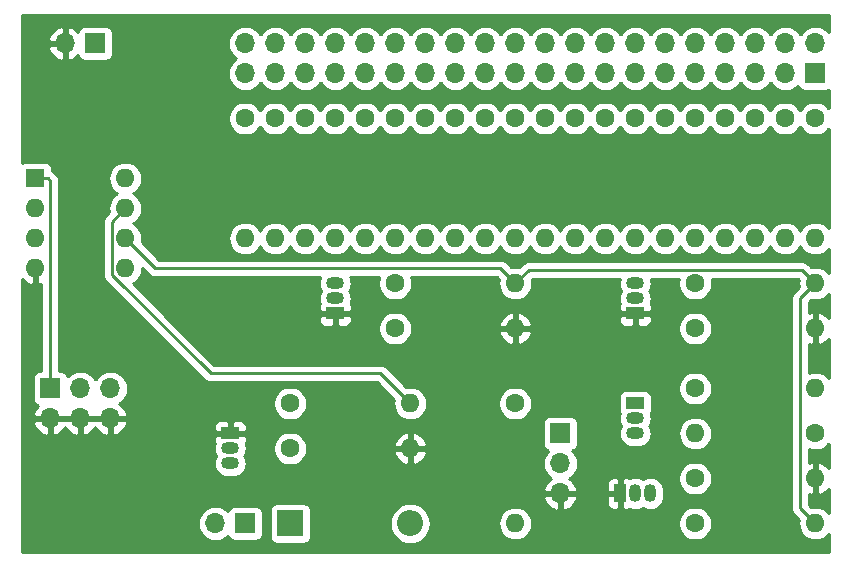
<source format=gbr>
G04 #@! TF.GenerationSoftware,KiCad,Pcbnew,5.1.4+dfsg1-1~bpo10+1*
G04 #@! TF.CreationDate,2021-01-14T11:53:16-08:00*
G04 #@! TF.ProjectId,KarisGiftPCB,4b617269-7347-4696-9674-5043422e6b69,rev?*
G04 #@! TF.SameCoordinates,Original*
G04 #@! TF.FileFunction,Copper,L2,Bot*
G04 #@! TF.FilePolarity,Positive*
%FSLAX46Y46*%
G04 Gerber Fmt 4.6, Leading zero omitted, Abs format (unit mm)*
G04 Created by KiCad (PCBNEW 5.1.4+dfsg1-1~bpo10+1) date 2021-01-14 11:53:16*
%MOMM*%
%LPD*%
G04 APERTURE LIST*
%ADD10O,1.700000X1.700000*%
%ADD11R,1.700000X1.700000*%
%ADD12O,1.600000X1.600000*%
%ADD13R,1.600000X1.600000*%
%ADD14C,1.600000*%
%ADD15R,1.500000X1.050000*%
%ADD16O,1.500000X1.050000*%
%ADD17R,1.050000X1.500000*%
%ADD18O,1.050000X1.500000*%
%ADD19O,2.200000X2.200000*%
%ADD20R,2.200000X2.200000*%
%ADD21C,0.800000*%
%ADD22C,0.250000*%
%ADD23C,0.254000*%
G04 APERTURE END LIST*
D10*
X80010000Y-71120000D03*
X80010000Y-73660000D03*
X82550000Y-71120000D03*
X82550000Y-73660000D03*
X85090000Y-71120000D03*
X85090000Y-73660000D03*
X87630000Y-71120000D03*
X87630000Y-73660000D03*
X90170000Y-71120000D03*
X90170000Y-73660000D03*
X92710000Y-71120000D03*
X92710000Y-73660000D03*
X95250000Y-71120000D03*
X95250000Y-73660000D03*
X97790000Y-71120000D03*
X97790000Y-73660000D03*
X100330000Y-71120000D03*
X100330000Y-73660000D03*
X102870000Y-71120000D03*
X102870000Y-73660000D03*
X105410000Y-71120000D03*
X105410000Y-73660000D03*
X107950000Y-71120000D03*
X107950000Y-73660000D03*
X110490000Y-71120000D03*
X110490000Y-73660000D03*
X113030000Y-71120000D03*
X113030000Y-73660000D03*
X115570000Y-71120000D03*
X115570000Y-73660000D03*
X118110000Y-71120000D03*
X118110000Y-73660000D03*
X120650000Y-71120000D03*
X120650000Y-73660000D03*
X123190000Y-71120000D03*
X123190000Y-73660000D03*
X125730000Y-71120000D03*
X125730000Y-73660000D03*
X128270000Y-71120000D03*
D11*
X128270000Y-73660000D03*
D10*
X68580000Y-102870000D03*
X68580000Y-100330000D03*
X66040000Y-102870000D03*
X66040000Y-100330000D03*
X63500000Y-102870000D03*
D11*
X63500000Y-100330000D03*
D12*
X69850000Y-82550000D03*
X62230000Y-90170000D03*
X69850000Y-85090000D03*
X62230000Y-87630000D03*
X69850000Y-87630000D03*
X62230000Y-85090000D03*
X69850000Y-90170000D03*
D13*
X62230000Y-82550000D03*
D12*
X93980000Y-105410000D03*
D14*
X83820000Y-105410000D03*
D12*
X93980000Y-101600000D03*
D14*
X83820000Y-101600000D03*
D12*
X80010000Y-87630000D03*
D14*
X80010000Y-77470000D03*
D12*
X82550000Y-87630000D03*
D14*
X82550000Y-77470000D03*
D12*
X85090000Y-87630000D03*
D14*
X85090000Y-77470000D03*
D12*
X87630000Y-87630000D03*
D14*
X87630000Y-77470000D03*
D12*
X90170000Y-87630000D03*
D14*
X90170000Y-77470000D03*
D12*
X102870000Y-95250000D03*
D14*
X92710000Y-95250000D03*
D12*
X92710000Y-87630000D03*
D14*
X92710000Y-77470000D03*
D12*
X102870000Y-91440000D03*
D14*
X92710000Y-91440000D03*
D12*
X95250000Y-87630000D03*
D14*
X95250000Y-77470000D03*
D12*
X97790000Y-87630000D03*
D14*
X97790000Y-77470000D03*
D12*
X100330000Y-87630000D03*
D14*
X100330000Y-77470000D03*
D12*
X102870000Y-87630000D03*
D14*
X102870000Y-77470000D03*
D12*
X105410000Y-87630000D03*
D14*
X105410000Y-77470000D03*
D12*
X107950000Y-87630000D03*
D14*
X107950000Y-77470000D03*
D12*
X110490000Y-87630000D03*
D14*
X110490000Y-77470000D03*
D12*
X113030000Y-87630000D03*
D14*
X113030000Y-77470000D03*
D12*
X115570000Y-87630000D03*
D14*
X115570000Y-77470000D03*
D12*
X118110000Y-87630000D03*
D14*
X118110000Y-77470000D03*
D12*
X128270000Y-95250000D03*
D14*
X118110000Y-95250000D03*
D12*
X120650000Y-87630000D03*
D14*
X120650000Y-77470000D03*
D12*
X123190000Y-87630000D03*
D14*
X123190000Y-77470000D03*
D12*
X128270000Y-91440000D03*
D14*
X118110000Y-91440000D03*
D12*
X125730000Y-87630000D03*
D14*
X125730000Y-77470000D03*
D12*
X128270000Y-87630000D03*
D14*
X128270000Y-77470000D03*
D12*
X128270000Y-100330000D03*
D14*
X118110000Y-100330000D03*
D12*
X118110000Y-104140000D03*
D14*
X128270000Y-104140000D03*
D12*
X102870000Y-111760000D03*
D14*
X102870000Y-101600000D03*
D12*
X128270000Y-107950000D03*
D14*
X118110000Y-107950000D03*
D12*
X128270000Y-111760000D03*
D14*
X118110000Y-111760000D03*
D15*
X78740000Y-104140000D03*
D16*
X78740000Y-106680000D03*
X78740000Y-105410000D03*
D15*
X87630000Y-93980000D03*
D16*
X87630000Y-91440000D03*
X87630000Y-92710000D03*
D15*
X113030000Y-93980000D03*
D16*
X113030000Y-91440000D03*
X113030000Y-92710000D03*
D15*
X113030000Y-101600000D03*
D16*
X113030000Y-104140000D03*
X113030000Y-102870000D03*
D17*
X111760000Y-109220000D03*
D18*
X114300000Y-109220000D03*
X113030000Y-109220000D03*
D10*
X77470000Y-111760000D03*
D11*
X80010000Y-111760000D03*
D10*
X64770000Y-71120000D03*
D11*
X67310000Y-71120000D03*
D10*
X106680000Y-109220000D03*
X106680000Y-106680000D03*
D11*
X106680000Y-104140000D03*
D19*
X93980000Y-111760000D03*
D20*
X83820000Y-111760000D03*
D21*
X123190000Y-95250000D03*
X123190000Y-107950000D03*
D22*
X63500000Y-99230000D02*
X63500000Y-100330000D01*
X63500000Y-82770000D02*
X63500000Y-99230000D01*
X63280000Y-82550000D02*
X63500000Y-82770000D01*
X62230000Y-82550000D02*
X63280000Y-82550000D01*
X128270000Y-111760000D02*
X127000000Y-110490000D01*
X127000000Y-92710000D02*
X128270000Y-91440000D01*
X127000000Y-110490000D02*
X127000000Y-92710000D01*
X127470001Y-90640001D02*
X128270000Y-91440000D01*
X127144999Y-90314999D02*
X127470001Y-90640001D01*
X103995001Y-90314999D02*
X127144999Y-90314999D01*
X102870000Y-91440000D02*
X103995001Y-90314999D01*
X102870000Y-91440000D02*
X101600000Y-90170000D01*
X72390000Y-90170000D02*
X69850000Y-87630000D01*
X101600000Y-90170000D02*
X72390000Y-90170000D01*
X68724999Y-90710001D02*
X77074998Y-99060000D01*
X69850000Y-85090000D02*
X68724999Y-86215001D01*
X68724999Y-86215001D02*
X68724999Y-90710001D01*
X91440000Y-99060000D02*
X93980000Y-101600000D01*
X77074998Y-99060000D02*
X91440000Y-99060000D01*
D23*
G36*
X129413000Y-70171931D02*
G01*
X129325134Y-70064866D01*
X129099014Y-69879294D01*
X128841034Y-69741401D01*
X128561111Y-69656487D01*
X128342950Y-69635000D01*
X128197050Y-69635000D01*
X127978889Y-69656487D01*
X127698966Y-69741401D01*
X127440986Y-69879294D01*
X127214866Y-70064866D01*
X127029294Y-70290986D01*
X127000000Y-70345791D01*
X126970706Y-70290986D01*
X126785134Y-70064866D01*
X126559014Y-69879294D01*
X126301034Y-69741401D01*
X126021111Y-69656487D01*
X125802950Y-69635000D01*
X125657050Y-69635000D01*
X125438889Y-69656487D01*
X125158966Y-69741401D01*
X124900986Y-69879294D01*
X124674866Y-70064866D01*
X124489294Y-70290986D01*
X124460000Y-70345791D01*
X124430706Y-70290986D01*
X124245134Y-70064866D01*
X124019014Y-69879294D01*
X123761034Y-69741401D01*
X123481111Y-69656487D01*
X123262950Y-69635000D01*
X123117050Y-69635000D01*
X122898889Y-69656487D01*
X122618966Y-69741401D01*
X122360986Y-69879294D01*
X122134866Y-70064866D01*
X121949294Y-70290986D01*
X121920000Y-70345791D01*
X121890706Y-70290986D01*
X121705134Y-70064866D01*
X121479014Y-69879294D01*
X121221034Y-69741401D01*
X120941111Y-69656487D01*
X120722950Y-69635000D01*
X120577050Y-69635000D01*
X120358889Y-69656487D01*
X120078966Y-69741401D01*
X119820986Y-69879294D01*
X119594866Y-70064866D01*
X119409294Y-70290986D01*
X119380000Y-70345791D01*
X119350706Y-70290986D01*
X119165134Y-70064866D01*
X118939014Y-69879294D01*
X118681034Y-69741401D01*
X118401111Y-69656487D01*
X118182950Y-69635000D01*
X118037050Y-69635000D01*
X117818889Y-69656487D01*
X117538966Y-69741401D01*
X117280986Y-69879294D01*
X117054866Y-70064866D01*
X116869294Y-70290986D01*
X116840000Y-70345791D01*
X116810706Y-70290986D01*
X116625134Y-70064866D01*
X116399014Y-69879294D01*
X116141034Y-69741401D01*
X115861111Y-69656487D01*
X115642950Y-69635000D01*
X115497050Y-69635000D01*
X115278889Y-69656487D01*
X114998966Y-69741401D01*
X114740986Y-69879294D01*
X114514866Y-70064866D01*
X114329294Y-70290986D01*
X114300000Y-70345791D01*
X114270706Y-70290986D01*
X114085134Y-70064866D01*
X113859014Y-69879294D01*
X113601034Y-69741401D01*
X113321111Y-69656487D01*
X113102950Y-69635000D01*
X112957050Y-69635000D01*
X112738889Y-69656487D01*
X112458966Y-69741401D01*
X112200986Y-69879294D01*
X111974866Y-70064866D01*
X111789294Y-70290986D01*
X111760000Y-70345791D01*
X111730706Y-70290986D01*
X111545134Y-70064866D01*
X111319014Y-69879294D01*
X111061034Y-69741401D01*
X110781111Y-69656487D01*
X110562950Y-69635000D01*
X110417050Y-69635000D01*
X110198889Y-69656487D01*
X109918966Y-69741401D01*
X109660986Y-69879294D01*
X109434866Y-70064866D01*
X109249294Y-70290986D01*
X109220000Y-70345791D01*
X109190706Y-70290986D01*
X109005134Y-70064866D01*
X108779014Y-69879294D01*
X108521034Y-69741401D01*
X108241111Y-69656487D01*
X108022950Y-69635000D01*
X107877050Y-69635000D01*
X107658889Y-69656487D01*
X107378966Y-69741401D01*
X107120986Y-69879294D01*
X106894866Y-70064866D01*
X106709294Y-70290986D01*
X106680000Y-70345791D01*
X106650706Y-70290986D01*
X106465134Y-70064866D01*
X106239014Y-69879294D01*
X105981034Y-69741401D01*
X105701111Y-69656487D01*
X105482950Y-69635000D01*
X105337050Y-69635000D01*
X105118889Y-69656487D01*
X104838966Y-69741401D01*
X104580986Y-69879294D01*
X104354866Y-70064866D01*
X104169294Y-70290986D01*
X104140000Y-70345791D01*
X104110706Y-70290986D01*
X103925134Y-70064866D01*
X103699014Y-69879294D01*
X103441034Y-69741401D01*
X103161111Y-69656487D01*
X102942950Y-69635000D01*
X102797050Y-69635000D01*
X102578889Y-69656487D01*
X102298966Y-69741401D01*
X102040986Y-69879294D01*
X101814866Y-70064866D01*
X101629294Y-70290986D01*
X101600000Y-70345791D01*
X101570706Y-70290986D01*
X101385134Y-70064866D01*
X101159014Y-69879294D01*
X100901034Y-69741401D01*
X100621111Y-69656487D01*
X100402950Y-69635000D01*
X100257050Y-69635000D01*
X100038889Y-69656487D01*
X99758966Y-69741401D01*
X99500986Y-69879294D01*
X99274866Y-70064866D01*
X99089294Y-70290986D01*
X99060000Y-70345791D01*
X99030706Y-70290986D01*
X98845134Y-70064866D01*
X98619014Y-69879294D01*
X98361034Y-69741401D01*
X98081111Y-69656487D01*
X97862950Y-69635000D01*
X97717050Y-69635000D01*
X97498889Y-69656487D01*
X97218966Y-69741401D01*
X96960986Y-69879294D01*
X96734866Y-70064866D01*
X96549294Y-70290986D01*
X96520000Y-70345791D01*
X96490706Y-70290986D01*
X96305134Y-70064866D01*
X96079014Y-69879294D01*
X95821034Y-69741401D01*
X95541111Y-69656487D01*
X95322950Y-69635000D01*
X95177050Y-69635000D01*
X94958889Y-69656487D01*
X94678966Y-69741401D01*
X94420986Y-69879294D01*
X94194866Y-70064866D01*
X94009294Y-70290986D01*
X93980000Y-70345791D01*
X93950706Y-70290986D01*
X93765134Y-70064866D01*
X93539014Y-69879294D01*
X93281034Y-69741401D01*
X93001111Y-69656487D01*
X92782950Y-69635000D01*
X92637050Y-69635000D01*
X92418889Y-69656487D01*
X92138966Y-69741401D01*
X91880986Y-69879294D01*
X91654866Y-70064866D01*
X91469294Y-70290986D01*
X91440000Y-70345791D01*
X91410706Y-70290986D01*
X91225134Y-70064866D01*
X90999014Y-69879294D01*
X90741034Y-69741401D01*
X90461111Y-69656487D01*
X90242950Y-69635000D01*
X90097050Y-69635000D01*
X89878889Y-69656487D01*
X89598966Y-69741401D01*
X89340986Y-69879294D01*
X89114866Y-70064866D01*
X88929294Y-70290986D01*
X88900000Y-70345791D01*
X88870706Y-70290986D01*
X88685134Y-70064866D01*
X88459014Y-69879294D01*
X88201034Y-69741401D01*
X87921111Y-69656487D01*
X87702950Y-69635000D01*
X87557050Y-69635000D01*
X87338889Y-69656487D01*
X87058966Y-69741401D01*
X86800986Y-69879294D01*
X86574866Y-70064866D01*
X86389294Y-70290986D01*
X86360000Y-70345791D01*
X86330706Y-70290986D01*
X86145134Y-70064866D01*
X85919014Y-69879294D01*
X85661034Y-69741401D01*
X85381111Y-69656487D01*
X85162950Y-69635000D01*
X85017050Y-69635000D01*
X84798889Y-69656487D01*
X84518966Y-69741401D01*
X84260986Y-69879294D01*
X84034866Y-70064866D01*
X83849294Y-70290986D01*
X83820000Y-70345791D01*
X83790706Y-70290986D01*
X83605134Y-70064866D01*
X83379014Y-69879294D01*
X83121034Y-69741401D01*
X82841111Y-69656487D01*
X82622950Y-69635000D01*
X82477050Y-69635000D01*
X82258889Y-69656487D01*
X81978966Y-69741401D01*
X81720986Y-69879294D01*
X81494866Y-70064866D01*
X81309294Y-70290986D01*
X81280000Y-70345791D01*
X81250706Y-70290986D01*
X81065134Y-70064866D01*
X80839014Y-69879294D01*
X80581034Y-69741401D01*
X80301111Y-69656487D01*
X80082950Y-69635000D01*
X79937050Y-69635000D01*
X79718889Y-69656487D01*
X79438966Y-69741401D01*
X79180986Y-69879294D01*
X78954866Y-70064866D01*
X78769294Y-70290986D01*
X78631401Y-70548966D01*
X78546487Y-70828889D01*
X78517815Y-71120000D01*
X78546487Y-71411111D01*
X78631401Y-71691034D01*
X78769294Y-71949014D01*
X78954866Y-72175134D01*
X79180986Y-72360706D01*
X79235791Y-72390000D01*
X79180986Y-72419294D01*
X78954866Y-72604866D01*
X78769294Y-72830986D01*
X78631401Y-73088966D01*
X78546487Y-73368889D01*
X78517815Y-73660000D01*
X78546487Y-73951111D01*
X78631401Y-74231034D01*
X78769294Y-74489014D01*
X78954866Y-74715134D01*
X79180986Y-74900706D01*
X79438966Y-75038599D01*
X79718889Y-75123513D01*
X79937050Y-75145000D01*
X80082950Y-75145000D01*
X80301111Y-75123513D01*
X80581034Y-75038599D01*
X80839014Y-74900706D01*
X81065134Y-74715134D01*
X81250706Y-74489014D01*
X81280000Y-74434209D01*
X81309294Y-74489014D01*
X81494866Y-74715134D01*
X81720986Y-74900706D01*
X81978966Y-75038599D01*
X82258889Y-75123513D01*
X82477050Y-75145000D01*
X82622950Y-75145000D01*
X82841111Y-75123513D01*
X83121034Y-75038599D01*
X83379014Y-74900706D01*
X83605134Y-74715134D01*
X83790706Y-74489014D01*
X83820000Y-74434209D01*
X83849294Y-74489014D01*
X84034866Y-74715134D01*
X84260986Y-74900706D01*
X84518966Y-75038599D01*
X84798889Y-75123513D01*
X85017050Y-75145000D01*
X85162950Y-75145000D01*
X85381111Y-75123513D01*
X85661034Y-75038599D01*
X85919014Y-74900706D01*
X86145134Y-74715134D01*
X86330706Y-74489014D01*
X86360000Y-74434209D01*
X86389294Y-74489014D01*
X86574866Y-74715134D01*
X86800986Y-74900706D01*
X87058966Y-75038599D01*
X87338889Y-75123513D01*
X87557050Y-75145000D01*
X87702950Y-75145000D01*
X87921111Y-75123513D01*
X88201034Y-75038599D01*
X88459014Y-74900706D01*
X88685134Y-74715134D01*
X88870706Y-74489014D01*
X88900000Y-74434209D01*
X88929294Y-74489014D01*
X89114866Y-74715134D01*
X89340986Y-74900706D01*
X89598966Y-75038599D01*
X89878889Y-75123513D01*
X90097050Y-75145000D01*
X90242950Y-75145000D01*
X90461111Y-75123513D01*
X90741034Y-75038599D01*
X90999014Y-74900706D01*
X91225134Y-74715134D01*
X91410706Y-74489014D01*
X91440000Y-74434209D01*
X91469294Y-74489014D01*
X91654866Y-74715134D01*
X91880986Y-74900706D01*
X92138966Y-75038599D01*
X92418889Y-75123513D01*
X92637050Y-75145000D01*
X92782950Y-75145000D01*
X93001111Y-75123513D01*
X93281034Y-75038599D01*
X93539014Y-74900706D01*
X93765134Y-74715134D01*
X93950706Y-74489014D01*
X93980000Y-74434209D01*
X94009294Y-74489014D01*
X94194866Y-74715134D01*
X94420986Y-74900706D01*
X94678966Y-75038599D01*
X94958889Y-75123513D01*
X95177050Y-75145000D01*
X95322950Y-75145000D01*
X95541111Y-75123513D01*
X95821034Y-75038599D01*
X96079014Y-74900706D01*
X96305134Y-74715134D01*
X96490706Y-74489014D01*
X96520000Y-74434209D01*
X96549294Y-74489014D01*
X96734866Y-74715134D01*
X96960986Y-74900706D01*
X97218966Y-75038599D01*
X97498889Y-75123513D01*
X97717050Y-75145000D01*
X97862950Y-75145000D01*
X98081111Y-75123513D01*
X98361034Y-75038599D01*
X98619014Y-74900706D01*
X98845134Y-74715134D01*
X99030706Y-74489014D01*
X99060000Y-74434209D01*
X99089294Y-74489014D01*
X99274866Y-74715134D01*
X99500986Y-74900706D01*
X99758966Y-75038599D01*
X100038889Y-75123513D01*
X100257050Y-75145000D01*
X100402950Y-75145000D01*
X100621111Y-75123513D01*
X100901034Y-75038599D01*
X101159014Y-74900706D01*
X101385134Y-74715134D01*
X101570706Y-74489014D01*
X101600000Y-74434209D01*
X101629294Y-74489014D01*
X101814866Y-74715134D01*
X102040986Y-74900706D01*
X102298966Y-75038599D01*
X102578889Y-75123513D01*
X102797050Y-75145000D01*
X102942950Y-75145000D01*
X103161111Y-75123513D01*
X103441034Y-75038599D01*
X103699014Y-74900706D01*
X103925134Y-74715134D01*
X104110706Y-74489014D01*
X104140000Y-74434209D01*
X104169294Y-74489014D01*
X104354866Y-74715134D01*
X104580986Y-74900706D01*
X104838966Y-75038599D01*
X105118889Y-75123513D01*
X105337050Y-75145000D01*
X105482950Y-75145000D01*
X105701111Y-75123513D01*
X105981034Y-75038599D01*
X106239014Y-74900706D01*
X106465134Y-74715134D01*
X106650706Y-74489014D01*
X106680000Y-74434209D01*
X106709294Y-74489014D01*
X106894866Y-74715134D01*
X107120986Y-74900706D01*
X107378966Y-75038599D01*
X107658889Y-75123513D01*
X107877050Y-75145000D01*
X108022950Y-75145000D01*
X108241111Y-75123513D01*
X108521034Y-75038599D01*
X108779014Y-74900706D01*
X109005134Y-74715134D01*
X109190706Y-74489014D01*
X109220000Y-74434209D01*
X109249294Y-74489014D01*
X109434866Y-74715134D01*
X109660986Y-74900706D01*
X109918966Y-75038599D01*
X110198889Y-75123513D01*
X110417050Y-75145000D01*
X110562950Y-75145000D01*
X110781111Y-75123513D01*
X111061034Y-75038599D01*
X111319014Y-74900706D01*
X111545134Y-74715134D01*
X111730706Y-74489014D01*
X111760000Y-74434209D01*
X111789294Y-74489014D01*
X111974866Y-74715134D01*
X112200986Y-74900706D01*
X112458966Y-75038599D01*
X112738889Y-75123513D01*
X112957050Y-75145000D01*
X113102950Y-75145000D01*
X113321111Y-75123513D01*
X113601034Y-75038599D01*
X113859014Y-74900706D01*
X114085134Y-74715134D01*
X114270706Y-74489014D01*
X114300000Y-74434209D01*
X114329294Y-74489014D01*
X114514866Y-74715134D01*
X114740986Y-74900706D01*
X114998966Y-75038599D01*
X115278889Y-75123513D01*
X115497050Y-75145000D01*
X115642950Y-75145000D01*
X115861111Y-75123513D01*
X116141034Y-75038599D01*
X116399014Y-74900706D01*
X116625134Y-74715134D01*
X116810706Y-74489014D01*
X116840000Y-74434209D01*
X116869294Y-74489014D01*
X117054866Y-74715134D01*
X117280986Y-74900706D01*
X117538966Y-75038599D01*
X117818889Y-75123513D01*
X118037050Y-75145000D01*
X118182950Y-75145000D01*
X118401111Y-75123513D01*
X118681034Y-75038599D01*
X118939014Y-74900706D01*
X119165134Y-74715134D01*
X119350706Y-74489014D01*
X119380000Y-74434209D01*
X119409294Y-74489014D01*
X119594866Y-74715134D01*
X119820986Y-74900706D01*
X120078966Y-75038599D01*
X120358889Y-75123513D01*
X120577050Y-75145000D01*
X120722950Y-75145000D01*
X120941111Y-75123513D01*
X121221034Y-75038599D01*
X121479014Y-74900706D01*
X121705134Y-74715134D01*
X121890706Y-74489014D01*
X121920000Y-74434209D01*
X121949294Y-74489014D01*
X122134866Y-74715134D01*
X122360986Y-74900706D01*
X122618966Y-75038599D01*
X122898889Y-75123513D01*
X123117050Y-75145000D01*
X123262950Y-75145000D01*
X123481111Y-75123513D01*
X123761034Y-75038599D01*
X124019014Y-74900706D01*
X124245134Y-74715134D01*
X124430706Y-74489014D01*
X124460000Y-74434209D01*
X124489294Y-74489014D01*
X124674866Y-74715134D01*
X124900986Y-74900706D01*
X125158966Y-75038599D01*
X125438889Y-75123513D01*
X125657050Y-75145000D01*
X125802950Y-75145000D01*
X126021111Y-75123513D01*
X126301034Y-75038599D01*
X126559014Y-74900706D01*
X126785134Y-74715134D01*
X126809607Y-74685313D01*
X126830498Y-74754180D01*
X126889463Y-74864494D01*
X126968815Y-74961185D01*
X127065506Y-75040537D01*
X127175820Y-75099502D01*
X127295518Y-75135812D01*
X127420000Y-75148072D01*
X129120000Y-75148072D01*
X129244482Y-75135812D01*
X129364180Y-75099502D01*
X129413000Y-75073407D01*
X129413000Y-76597689D01*
X129384637Y-76555241D01*
X129184759Y-76355363D01*
X128949727Y-76198320D01*
X128688574Y-76090147D01*
X128411335Y-76035000D01*
X128128665Y-76035000D01*
X127851426Y-76090147D01*
X127590273Y-76198320D01*
X127355241Y-76355363D01*
X127155363Y-76555241D01*
X127000000Y-76787759D01*
X126844637Y-76555241D01*
X126644759Y-76355363D01*
X126409727Y-76198320D01*
X126148574Y-76090147D01*
X125871335Y-76035000D01*
X125588665Y-76035000D01*
X125311426Y-76090147D01*
X125050273Y-76198320D01*
X124815241Y-76355363D01*
X124615363Y-76555241D01*
X124460000Y-76787759D01*
X124304637Y-76555241D01*
X124104759Y-76355363D01*
X123869727Y-76198320D01*
X123608574Y-76090147D01*
X123331335Y-76035000D01*
X123048665Y-76035000D01*
X122771426Y-76090147D01*
X122510273Y-76198320D01*
X122275241Y-76355363D01*
X122075363Y-76555241D01*
X121920000Y-76787759D01*
X121764637Y-76555241D01*
X121564759Y-76355363D01*
X121329727Y-76198320D01*
X121068574Y-76090147D01*
X120791335Y-76035000D01*
X120508665Y-76035000D01*
X120231426Y-76090147D01*
X119970273Y-76198320D01*
X119735241Y-76355363D01*
X119535363Y-76555241D01*
X119380000Y-76787759D01*
X119224637Y-76555241D01*
X119024759Y-76355363D01*
X118789727Y-76198320D01*
X118528574Y-76090147D01*
X118251335Y-76035000D01*
X117968665Y-76035000D01*
X117691426Y-76090147D01*
X117430273Y-76198320D01*
X117195241Y-76355363D01*
X116995363Y-76555241D01*
X116840000Y-76787759D01*
X116684637Y-76555241D01*
X116484759Y-76355363D01*
X116249727Y-76198320D01*
X115988574Y-76090147D01*
X115711335Y-76035000D01*
X115428665Y-76035000D01*
X115151426Y-76090147D01*
X114890273Y-76198320D01*
X114655241Y-76355363D01*
X114455363Y-76555241D01*
X114300000Y-76787759D01*
X114144637Y-76555241D01*
X113944759Y-76355363D01*
X113709727Y-76198320D01*
X113448574Y-76090147D01*
X113171335Y-76035000D01*
X112888665Y-76035000D01*
X112611426Y-76090147D01*
X112350273Y-76198320D01*
X112115241Y-76355363D01*
X111915363Y-76555241D01*
X111760000Y-76787759D01*
X111604637Y-76555241D01*
X111404759Y-76355363D01*
X111169727Y-76198320D01*
X110908574Y-76090147D01*
X110631335Y-76035000D01*
X110348665Y-76035000D01*
X110071426Y-76090147D01*
X109810273Y-76198320D01*
X109575241Y-76355363D01*
X109375363Y-76555241D01*
X109220000Y-76787759D01*
X109064637Y-76555241D01*
X108864759Y-76355363D01*
X108629727Y-76198320D01*
X108368574Y-76090147D01*
X108091335Y-76035000D01*
X107808665Y-76035000D01*
X107531426Y-76090147D01*
X107270273Y-76198320D01*
X107035241Y-76355363D01*
X106835363Y-76555241D01*
X106680000Y-76787759D01*
X106524637Y-76555241D01*
X106324759Y-76355363D01*
X106089727Y-76198320D01*
X105828574Y-76090147D01*
X105551335Y-76035000D01*
X105268665Y-76035000D01*
X104991426Y-76090147D01*
X104730273Y-76198320D01*
X104495241Y-76355363D01*
X104295363Y-76555241D01*
X104140000Y-76787759D01*
X103984637Y-76555241D01*
X103784759Y-76355363D01*
X103549727Y-76198320D01*
X103288574Y-76090147D01*
X103011335Y-76035000D01*
X102728665Y-76035000D01*
X102451426Y-76090147D01*
X102190273Y-76198320D01*
X101955241Y-76355363D01*
X101755363Y-76555241D01*
X101600000Y-76787759D01*
X101444637Y-76555241D01*
X101244759Y-76355363D01*
X101009727Y-76198320D01*
X100748574Y-76090147D01*
X100471335Y-76035000D01*
X100188665Y-76035000D01*
X99911426Y-76090147D01*
X99650273Y-76198320D01*
X99415241Y-76355363D01*
X99215363Y-76555241D01*
X99060000Y-76787759D01*
X98904637Y-76555241D01*
X98704759Y-76355363D01*
X98469727Y-76198320D01*
X98208574Y-76090147D01*
X97931335Y-76035000D01*
X97648665Y-76035000D01*
X97371426Y-76090147D01*
X97110273Y-76198320D01*
X96875241Y-76355363D01*
X96675363Y-76555241D01*
X96520000Y-76787759D01*
X96364637Y-76555241D01*
X96164759Y-76355363D01*
X95929727Y-76198320D01*
X95668574Y-76090147D01*
X95391335Y-76035000D01*
X95108665Y-76035000D01*
X94831426Y-76090147D01*
X94570273Y-76198320D01*
X94335241Y-76355363D01*
X94135363Y-76555241D01*
X93980000Y-76787759D01*
X93824637Y-76555241D01*
X93624759Y-76355363D01*
X93389727Y-76198320D01*
X93128574Y-76090147D01*
X92851335Y-76035000D01*
X92568665Y-76035000D01*
X92291426Y-76090147D01*
X92030273Y-76198320D01*
X91795241Y-76355363D01*
X91595363Y-76555241D01*
X91440000Y-76787759D01*
X91284637Y-76555241D01*
X91084759Y-76355363D01*
X90849727Y-76198320D01*
X90588574Y-76090147D01*
X90311335Y-76035000D01*
X90028665Y-76035000D01*
X89751426Y-76090147D01*
X89490273Y-76198320D01*
X89255241Y-76355363D01*
X89055363Y-76555241D01*
X88900000Y-76787759D01*
X88744637Y-76555241D01*
X88544759Y-76355363D01*
X88309727Y-76198320D01*
X88048574Y-76090147D01*
X87771335Y-76035000D01*
X87488665Y-76035000D01*
X87211426Y-76090147D01*
X86950273Y-76198320D01*
X86715241Y-76355363D01*
X86515363Y-76555241D01*
X86360000Y-76787759D01*
X86204637Y-76555241D01*
X86004759Y-76355363D01*
X85769727Y-76198320D01*
X85508574Y-76090147D01*
X85231335Y-76035000D01*
X84948665Y-76035000D01*
X84671426Y-76090147D01*
X84410273Y-76198320D01*
X84175241Y-76355363D01*
X83975363Y-76555241D01*
X83820000Y-76787759D01*
X83664637Y-76555241D01*
X83464759Y-76355363D01*
X83229727Y-76198320D01*
X82968574Y-76090147D01*
X82691335Y-76035000D01*
X82408665Y-76035000D01*
X82131426Y-76090147D01*
X81870273Y-76198320D01*
X81635241Y-76355363D01*
X81435363Y-76555241D01*
X81280000Y-76787759D01*
X81124637Y-76555241D01*
X80924759Y-76355363D01*
X80689727Y-76198320D01*
X80428574Y-76090147D01*
X80151335Y-76035000D01*
X79868665Y-76035000D01*
X79591426Y-76090147D01*
X79330273Y-76198320D01*
X79095241Y-76355363D01*
X78895363Y-76555241D01*
X78738320Y-76790273D01*
X78630147Y-77051426D01*
X78575000Y-77328665D01*
X78575000Y-77611335D01*
X78630147Y-77888574D01*
X78738320Y-78149727D01*
X78895363Y-78384759D01*
X79095241Y-78584637D01*
X79330273Y-78741680D01*
X79591426Y-78849853D01*
X79868665Y-78905000D01*
X80151335Y-78905000D01*
X80428574Y-78849853D01*
X80689727Y-78741680D01*
X80924759Y-78584637D01*
X81124637Y-78384759D01*
X81280000Y-78152241D01*
X81435363Y-78384759D01*
X81635241Y-78584637D01*
X81870273Y-78741680D01*
X82131426Y-78849853D01*
X82408665Y-78905000D01*
X82691335Y-78905000D01*
X82968574Y-78849853D01*
X83229727Y-78741680D01*
X83464759Y-78584637D01*
X83664637Y-78384759D01*
X83820000Y-78152241D01*
X83975363Y-78384759D01*
X84175241Y-78584637D01*
X84410273Y-78741680D01*
X84671426Y-78849853D01*
X84948665Y-78905000D01*
X85231335Y-78905000D01*
X85508574Y-78849853D01*
X85769727Y-78741680D01*
X86004759Y-78584637D01*
X86204637Y-78384759D01*
X86360000Y-78152241D01*
X86515363Y-78384759D01*
X86715241Y-78584637D01*
X86950273Y-78741680D01*
X87211426Y-78849853D01*
X87488665Y-78905000D01*
X87771335Y-78905000D01*
X88048574Y-78849853D01*
X88309727Y-78741680D01*
X88544759Y-78584637D01*
X88744637Y-78384759D01*
X88900000Y-78152241D01*
X89055363Y-78384759D01*
X89255241Y-78584637D01*
X89490273Y-78741680D01*
X89751426Y-78849853D01*
X90028665Y-78905000D01*
X90311335Y-78905000D01*
X90588574Y-78849853D01*
X90849727Y-78741680D01*
X91084759Y-78584637D01*
X91284637Y-78384759D01*
X91440000Y-78152241D01*
X91595363Y-78384759D01*
X91795241Y-78584637D01*
X92030273Y-78741680D01*
X92291426Y-78849853D01*
X92568665Y-78905000D01*
X92851335Y-78905000D01*
X93128574Y-78849853D01*
X93389727Y-78741680D01*
X93624759Y-78584637D01*
X93824637Y-78384759D01*
X93980000Y-78152241D01*
X94135363Y-78384759D01*
X94335241Y-78584637D01*
X94570273Y-78741680D01*
X94831426Y-78849853D01*
X95108665Y-78905000D01*
X95391335Y-78905000D01*
X95668574Y-78849853D01*
X95929727Y-78741680D01*
X96164759Y-78584637D01*
X96364637Y-78384759D01*
X96520000Y-78152241D01*
X96675363Y-78384759D01*
X96875241Y-78584637D01*
X97110273Y-78741680D01*
X97371426Y-78849853D01*
X97648665Y-78905000D01*
X97931335Y-78905000D01*
X98208574Y-78849853D01*
X98469727Y-78741680D01*
X98704759Y-78584637D01*
X98904637Y-78384759D01*
X99060000Y-78152241D01*
X99215363Y-78384759D01*
X99415241Y-78584637D01*
X99650273Y-78741680D01*
X99911426Y-78849853D01*
X100188665Y-78905000D01*
X100471335Y-78905000D01*
X100748574Y-78849853D01*
X101009727Y-78741680D01*
X101244759Y-78584637D01*
X101444637Y-78384759D01*
X101600000Y-78152241D01*
X101755363Y-78384759D01*
X101955241Y-78584637D01*
X102190273Y-78741680D01*
X102451426Y-78849853D01*
X102728665Y-78905000D01*
X103011335Y-78905000D01*
X103288574Y-78849853D01*
X103549727Y-78741680D01*
X103784759Y-78584637D01*
X103984637Y-78384759D01*
X104140000Y-78152241D01*
X104295363Y-78384759D01*
X104495241Y-78584637D01*
X104730273Y-78741680D01*
X104991426Y-78849853D01*
X105268665Y-78905000D01*
X105551335Y-78905000D01*
X105828574Y-78849853D01*
X106089727Y-78741680D01*
X106324759Y-78584637D01*
X106524637Y-78384759D01*
X106680000Y-78152241D01*
X106835363Y-78384759D01*
X107035241Y-78584637D01*
X107270273Y-78741680D01*
X107531426Y-78849853D01*
X107808665Y-78905000D01*
X108091335Y-78905000D01*
X108368574Y-78849853D01*
X108629727Y-78741680D01*
X108864759Y-78584637D01*
X109064637Y-78384759D01*
X109220000Y-78152241D01*
X109375363Y-78384759D01*
X109575241Y-78584637D01*
X109810273Y-78741680D01*
X110071426Y-78849853D01*
X110348665Y-78905000D01*
X110631335Y-78905000D01*
X110908574Y-78849853D01*
X111169727Y-78741680D01*
X111404759Y-78584637D01*
X111604637Y-78384759D01*
X111760000Y-78152241D01*
X111915363Y-78384759D01*
X112115241Y-78584637D01*
X112350273Y-78741680D01*
X112611426Y-78849853D01*
X112888665Y-78905000D01*
X113171335Y-78905000D01*
X113448574Y-78849853D01*
X113709727Y-78741680D01*
X113944759Y-78584637D01*
X114144637Y-78384759D01*
X114300000Y-78152241D01*
X114455363Y-78384759D01*
X114655241Y-78584637D01*
X114890273Y-78741680D01*
X115151426Y-78849853D01*
X115428665Y-78905000D01*
X115711335Y-78905000D01*
X115988574Y-78849853D01*
X116249727Y-78741680D01*
X116484759Y-78584637D01*
X116684637Y-78384759D01*
X116840000Y-78152241D01*
X116995363Y-78384759D01*
X117195241Y-78584637D01*
X117430273Y-78741680D01*
X117691426Y-78849853D01*
X117968665Y-78905000D01*
X118251335Y-78905000D01*
X118528574Y-78849853D01*
X118789727Y-78741680D01*
X119024759Y-78584637D01*
X119224637Y-78384759D01*
X119380000Y-78152241D01*
X119535363Y-78384759D01*
X119735241Y-78584637D01*
X119970273Y-78741680D01*
X120231426Y-78849853D01*
X120508665Y-78905000D01*
X120791335Y-78905000D01*
X121068574Y-78849853D01*
X121329727Y-78741680D01*
X121564759Y-78584637D01*
X121764637Y-78384759D01*
X121920000Y-78152241D01*
X122075363Y-78384759D01*
X122275241Y-78584637D01*
X122510273Y-78741680D01*
X122771426Y-78849853D01*
X123048665Y-78905000D01*
X123331335Y-78905000D01*
X123608574Y-78849853D01*
X123869727Y-78741680D01*
X124104759Y-78584637D01*
X124304637Y-78384759D01*
X124460000Y-78152241D01*
X124615363Y-78384759D01*
X124815241Y-78584637D01*
X125050273Y-78741680D01*
X125311426Y-78849853D01*
X125588665Y-78905000D01*
X125871335Y-78905000D01*
X126148574Y-78849853D01*
X126409727Y-78741680D01*
X126644759Y-78584637D01*
X126844637Y-78384759D01*
X127000000Y-78152241D01*
X127155363Y-78384759D01*
X127355241Y-78584637D01*
X127590273Y-78741680D01*
X127851426Y-78849853D01*
X128128665Y-78905000D01*
X128411335Y-78905000D01*
X128688574Y-78849853D01*
X128949727Y-78741680D01*
X129184759Y-78584637D01*
X129384637Y-78384759D01*
X129413000Y-78342311D01*
X129413000Y-86760746D01*
X129289608Y-86610392D01*
X129071101Y-86431068D01*
X128821808Y-86297818D01*
X128551309Y-86215764D01*
X128340492Y-86195000D01*
X128199508Y-86195000D01*
X127988691Y-86215764D01*
X127718192Y-86297818D01*
X127468899Y-86431068D01*
X127250392Y-86610392D01*
X127071068Y-86828899D01*
X127000000Y-86961858D01*
X126928932Y-86828899D01*
X126749608Y-86610392D01*
X126531101Y-86431068D01*
X126281808Y-86297818D01*
X126011309Y-86215764D01*
X125800492Y-86195000D01*
X125659508Y-86195000D01*
X125448691Y-86215764D01*
X125178192Y-86297818D01*
X124928899Y-86431068D01*
X124710392Y-86610392D01*
X124531068Y-86828899D01*
X124460000Y-86961858D01*
X124388932Y-86828899D01*
X124209608Y-86610392D01*
X123991101Y-86431068D01*
X123741808Y-86297818D01*
X123471309Y-86215764D01*
X123260492Y-86195000D01*
X123119508Y-86195000D01*
X122908691Y-86215764D01*
X122638192Y-86297818D01*
X122388899Y-86431068D01*
X122170392Y-86610392D01*
X121991068Y-86828899D01*
X121920000Y-86961858D01*
X121848932Y-86828899D01*
X121669608Y-86610392D01*
X121451101Y-86431068D01*
X121201808Y-86297818D01*
X120931309Y-86215764D01*
X120720492Y-86195000D01*
X120579508Y-86195000D01*
X120368691Y-86215764D01*
X120098192Y-86297818D01*
X119848899Y-86431068D01*
X119630392Y-86610392D01*
X119451068Y-86828899D01*
X119380000Y-86961858D01*
X119308932Y-86828899D01*
X119129608Y-86610392D01*
X118911101Y-86431068D01*
X118661808Y-86297818D01*
X118391309Y-86215764D01*
X118180492Y-86195000D01*
X118039508Y-86195000D01*
X117828691Y-86215764D01*
X117558192Y-86297818D01*
X117308899Y-86431068D01*
X117090392Y-86610392D01*
X116911068Y-86828899D01*
X116840000Y-86961858D01*
X116768932Y-86828899D01*
X116589608Y-86610392D01*
X116371101Y-86431068D01*
X116121808Y-86297818D01*
X115851309Y-86215764D01*
X115640492Y-86195000D01*
X115499508Y-86195000D01*
X115288691Y-86215764D01*
X115018192Y-86297818D01*
X114768899Y-86431068D01*
X114550392Y-86610392D01*
X114371068Y-86828899D01*
X114300000Y-86961858D01*
X114228932Y-86828899D01*
X114049608Y-86610392D01*
X113831101Y-86431068D01*
X113581808Y-86297818D01*
X113311309Y-86215764D01*
X113100492Y-86195000D01*
X112959508Y-86195000D01*
X112748691Y-86215764D01*
X112478192Y-86297818D01*
X112228899Y-86431068D01*
X112010392Y-86610392D01*
X111831068Y-86828899D01*
X111760000Y-86961858D01*
X111688932Y-86828899D01*
X111509608Y-86610392D01*
X111291101Y-86431068D01*
X111041808Y-86297818D01*
X110771309Y-86215764D01*
X110560492Y-86195000D01*
X110419508Y-86195000D01*
X110208691Y-86215764D01*
X109938192Y-86297818D01*
X109688899Y-86431068D01*
X109470392Y-86610392D01*
X109291068Y-86828899D01*
X109220000Y-86961858D01*
X109148932Y-86828899D01*
X108969608Y-86610392D01*
X108751101Y-86431068D01*
X108501808Y-86297818D01*
X108231309Y-86215764D01*
X108020492Y-86195000D01*
X107879508Y-86195000D01*
X107668691Y-86215764D01*
X107398192Y-86297818D01*
X107148899Y-86431068D01*
X106930392Y-86610392D01*
X106751068Y-86828899D01*
X106680000Y-86961858D01*
X106608932Y-86828899D01*
X106429608Y-86610392D01*
X106211101Y-86431068D01*
X105961808Y-86297818D01*
X105691309Y-86215764D01*
X105480492Y-86195000D01*
X105339508Y-86195000D01*
X105128691Y-86215764D01*
X104858192Y-86297818D01*
X104608899Y-86431068D01*
X104390392Y-86610392D01*
X104211068Y-86828899D01*
X104140000Y-86961858D01*
X104068932Y-86828899D01*
X103889608Y-86610392D01*
X103671101Y-86431068D01*
X103421808Y-86297818D01*
X103151309Y-86215764D01*
X102940492Y-86195000D01*
X102799508Y-86195000D01*
X102588691Y-86215764D01*
X102318192Y-86297818D01*
X102068899Y-86431068D01*
X101850392Y-86610392D01*
X101671068Y-86828899D01*
X101600000Y-86961858D01*
X101528932Y-86828899D01*
X101349608Y-86610392D01*
X101131101Y-86431068D01*
X100881808Y-86297818D01*
X100611309Y-86215764D01*
X100400492Y-86195000D01*
X100259508Y-86195000D01*
X100048691Y-86215764D01*
X99778192Y-86297818D01*
X99528899Y-86431068D01*
X99310392Y-86610392D01*
X99131068Y-86828899D01*
X99060000Y-86961858D01*
X98988932Y-86828899D01*
X98809608Y-86610392D01*
X98591101Y-86431068D01*
X98341808Y-86297818D01*
X98071309Y-86215764D01*
X97860492Y-86195000D01*
X97719508Y-86195000D01*
X97508691Y-86215764D01*
X97238192Y-86297818D01*
X96988899Y-86431068D01*
X96770392Y-86610392D01*
X96591068Y-86828899D01*
X96520000Y-86961858D01*
X96448932Y-86828899D01*
X96269608Y-86610392D01*
X96051101Y-86431068D01*
X95801808Y-86297818D01*
X95531309Y-86215764D01*
X95320492Y-86195000D01*
X95179508Y-86195000D01*
X94968691Y-86215764D01*
X94698192Y-86297818D01*
X94448899Y-86431068D01*
X94230392Y-86610392D01*
X94051068Y-86828899D01*
X93980000Y-86961858D01*
X93908932Y-86828899D01*
X93729608Y-86610392D01*
X93511101Y-86431068D01*
X93261808Y-86297818D01*
X92991309Y-86215764D01*
X92780492Y-86195000D01*
X92639508Y-86195000D01*
X92428691Y-86215764D01*
X92158192Y-86297818D01*
X91908899Y-86431068D01*
X91690392Y-86610392D01*
X91511068Y-86828899D01*
X91440000Y-86961858D01*
X91368932Y-86828899D01*
X91189608Y-86610392D01*
X90971101Y-86431068D01*
X90721808Y-86297818D01*
X90451309Y-86215764D01*
X90240492Y-86195000D01*
X90099508Y-86195000D01*
X89888691Y-86215764D01*
X89618192Y-86297818D01*
X89368899Y-86431068D01*
X89150392Y-86610392D01*
X88971068Y-86828899D01*
X88900000Y-86961858D01*
X88828932Y-86828899D01*
X88649608Y-86610392D01*
X88431101Y-86431068D01*
X88181808Y-86297818D01*
X87911309Y-86215764D01*
X87700492Y-86195000D01*
X87559508Y-86195000D01*
X87348691Y-86215764D01*
X87078192Y-86297818D01*
X86828899Y-86431068D01*
X86610392Y-86610392D01*
X86431068Y-86828899D01*
X86360000Y-86961858D01*
X86288932Y-86828899D01*
X86109608Y-86610392D01*
X85891101Y-86431068D01*
X85641808Y-86297818D01*
X85371309Y-86215764D01*
X85160492Y-86195000D01*
X85019508Y-86195000D01*
X84808691Y-86215764D01*
X84538192Y-86297818D01*
X84288899Y-86431068D01*
X84070392Y-86610392D01*
X83891068Y-86828899D01*
X83820000Y-86961858D01*
X83748932Y-86828899D01*
X83569608Y-86610392D01*
X83351101Y-86431068D01*
X83101808Y-86297818D01*
X82831309Y-86215764D01*
X82620492Y-86195000D01*
X82479508Y-86195000D01*
X82268691Y-86215764D01*
X81998192Y-86297818D01*
X81748899Y-86431068D01*
X81530392Y-86610392D01*
X81351068Y-86828899D01*
X81280000Y-86961858D01*
X81208932Y-86828899D01*
X81029608Y-86610392D01*
X80811101Y-86431068D01*
X80561808Y-86297818D01*
X80291309Y-86215764D01*
X80080492Y-86195000D01*
X79939508Y-86195000D01*
X79728691Y-86215764D01*
X79458192Y-86297818D01*
X79208899Y-86431068D01*
X78990392Y-86610392D01*
X78811068Y-86828899D01*
X78677818Y-87078192D01*
X78595764Y-87348691D01*
X78568057Y-87630000D01*
X78595764Y-87911309D01*
X78677818Y-88181808D01*
X78811068Y-88431101D01*
X78990392Y-88649608D01*
X79208899Y-88828932D01*
X79458192Y-88962182D01*
X79728691Y-89044236D01*
X79939508Y-89065000D01*
X80080492Y-89065000D01*
X80291309Y-89044236D01*
X80561808Y-88962182D01*
X80811101Y-88828932D01*
X81029608Y-88649608D01*
X81208932Y-88431101D01*
X81280000Y-88298142D01*
X81351068Y-88431101D01*
X81530392Y-88649608D01*
X81748899Y-88828932D01*
X81998192Y-88962182D01*
X82268691Y-89044236D01*
X82479508Y-89065000D01*
X82620492Y-89065000D01*
X82831309Y-89044236D01*
X83101808Y-88962182D01*
X83351101Y-88828932D01*
X83569608Y-88649608D01*
X83748932Y-88431101D01*
X83820000Y-88298142D01*
X83891068Y-88431101D01*
X84070392Y-88649608D01*
X84288899Y-88828932D01*
X84538192Y-88962182D01*
X84808691Y-89044236D01*
X85019508Y-89065000D01*
X85160492Y-89065000D01*
X85371309Y-89044236D01*
X85641808Y-88962182D01*
X85891101Y-88828932D01*
X86109608Y-88649608D01*
X86288932Y-88431101D01*
X86360000Y-88298142D01*
X86431068Y-88431101D01*
X86610392Y-88649608D01*
X86828899Y-88828932D01*
X87078192Y-88962182D01*
X87348691Y-89044236D01*
X87559508Y-89065000D01*
X87700492Y-89065000D01*
X87911309Y-89044236D01*
X88181808Y-88962182D01*
X88431101Y-88828932D01*
X88649608Y-88649608D01*
X88828932Y-88431101D01*
X88900000Y-88298142D01*
X88971068Y-88431101D01*
X89150392Y-88649608D01*
X89368899Y-88828932D01*
X89618192Y-88962182D01*
X89888691Y-89044236D01*
X90099508Y-89065000D01*
X90240492Y-89065000D01*
X90451309Y-89044236D01*
X90721808Y-88962182D01*
X90971101Y-88828932D01*
X91189608Y-88649608D01*
X91368932Y-88431101D01*
X91440000Y-88298142D01*
X91511068Y-88431101D01*
X91690392Y-88649608D01*
X91908899Y-88828932D01*
X92158192Y-88962182D01*
X92428691Y-89044236D01*
X92639508Y-89065000D01*
X92780492Y-89065000D01*
X92991309Y-89044236D01*
X93261808Y-88962182D01*
X93511101Y-88828932D01*
X93729608Y-88649608D01*
X93908932Y-88431101D01*
X93980000Y-88298142D01*
X94051068Y-88431101D01*
X94230392Y-88649608D01*
X94448899Y-88828932D01*
X94698192Y-88962182D01*
X94968691Y-89044236D01*
X95179508Y-89065000D01*
X95320492Y-89065000D01*
X95531309Y-89044236D01*
X95801808Y-88962182D01*
X96051101Y-88828932D01*
X96269608Y-88649608D01*
X96448932Y-88431101D01*
X96520000Y-88298142D01*
X96591068Y-88431101D01*
X96770392Y-88649608D01*
X96988899Y-88828932D01*
X97238192Y-88962182D01*
X97508691Y-89044236D01*
X97719508Y-89065000D01*
X97860492Y-89065000D01*
X98071309Y-89044236D01*
X98341808Y-88962182D01*
X98591101Y-88828932D01*
X98809608Y-88649608D01*
X98988932Y-88431101D01*
X99060000Y-88298142D01*
X99131068Y-88431101D01*
X99310392Y-88649608D01*
X99528899Y-88828932D01*
X99778192Y-88962182D01*
X100048691Y-89044236D01*
X100259508Y-89065000D01*
X100400492Y-89065000D01*
X100611309Y-89044236D01*
X100881808Y-88962182D01*
X101131101Y-88828932D01*
X101349608Y-88649608D01*
X101528932Y-88431101D01*
X101600000Y-88298142D01*
X101671068Y-88431101D01*
X101850392Y-88649608D01*
X102068899Y-88828932D01*
X102318192Y-88962182D01*
X102588691Y-89044236D01*
X102799508Y-89065000D01*
X102940492Y-89065000D01*
X103151309Y-89044236D01*
X103421808Y-88962182D01*
X103671101Y-88828932D01*
X103889608Y-88649608D01*
X104068932Y-88431101D01*
X104140000Y-88298142D01*
X104211068Y-88431101D01*
X104390392Y-88649608D01*
X104608899Y-88828932D01*
X104858192Y-88962182D01*
X105128691Y-89044236D01*
X105339508Y-89065000D01*
X105480492Y-89065000D01*
X105691309Y-89044236D01*
X105961808Y-88962182D01*
X106211101Y-88828932D01*
X106429608Y-88649608D01*
X106608932Y-88431101D01*
X106680000Y-88298142D01*
X106751068Y-88431101D01*
X106930392Y-88649608D01*
X107148899Y-88828932D01*
X107398192Y-88962182D01*
X107668691Y-89044236D01*
X107879508Y-89065000D01*
X108020492Y-89065000D01*
X108231309Y-89044236D01*
X108501808Y-88962182D01*
X108751101Y-88828932D01*
X108969608Y-88649608D01*
X109148932Y-88431101D01*
X109220000Y-88298142D01*
X109291068Y-88431101D01*
X109470392Y-88649608D01*
X109688899Y-88828932D01*
X109938192Y-88962182D01*
X110208691Y-89044236D01*
X110419508Y-89065000D01*
X110560492Y-89065000D01*
X110771309Y-89044236D01*
X111041808Y-88962182D01*
X111291101Y-88828932D01*
X111509608Y-88649608D01*
X111688932Y-88431101D01*
X111760000Y-88298142D01*
X111831068Y-88431101D01*
X112010392Y-88649608D01*
X112228899Y-88828932D01*
X112478192Y-88962182D01*
X112748691Y-89044236D01*
X112959508Y-89065000D01*
X113100492Y-89065000D01*
X113311309Y-89044236D01*
X113581808Y-88962182D01*
X113831101Y-88828932D01*
X114049608Y-88649608D01*
X114228932Y-88431101D01*
X114300000Y-88298142D01*
X114371068Y-88431101D01*
X114550392Y-88649608D01*
X114768899Y-88828932D01*
X115018192Y-88962182D01*
X115288691Y-89044236D01*
X115499508Y-89065000D01*
X115640492Y-89065000D01*
X115851309Y-89044236D01*
X116121808Y-88962182D01*
X116371101Y-88828932D01*
X116589608Y-88649608D01*
X116768932Y-88431101D01*
X116840000Y-88298142D01*
X116911068Y-88431101D01*
X117090392Y-88649608D01*
X117308899Y-88828932D01*
X117558192Y-88962182D01*
X117828691Y-89044236D01*
X118039508Y-89065000D01*
X118180492Y-89065000D01*
X118391309Y-89044236D01*
X118661808Y-88962182D01*
X118911101Y-88828932D01*
X119129608Y-88649608D01*
X119308932Y-88431101D01*
X119380000Y-88298142D01*
X119451068Y-88431101D01*
X119630392Y-88649608D01*
X119848899Y-88828932D01*
X120098192Y-88962182D01*
X120368691Y-89044236D01*
X120579508Y-89065000D01*
X120720492Y-89065000D01*
X120931309Y-89044236D01*
X121201808Y-88962182D01*
X121451101Y-88828932D01*
X121669608Y-88649608D01*
X121848932Y-88431101D01*
X121920000Y-88298142D01*
X121991068Y-88431101D01*
X122170392Y-88649608D01*
X122388899Y-88828932D01*
X122638192Y-88962182D01*
X122908691Y-89044236D01*
X123119508Y-89065000D01*
X123260492Y-89065000D01*
X123471309Y-89044236D01*
X123741808Y-88962182D01*
X123991101Y-88828932D01*
X124209608Y-88649608D01*
X124388932Y-88431101D01*
X124460000Y-88298142D01*
X124531068Y-88431101D01*
X124710392Y-88649608D01*
X124928899Y-88828932D01*
X125178192Y-88962182D01*
X125448691Y-89044236D01*
X125659508Y-89065000D01*
X125800492Y-89065000D01*
X126011309Y-89044236D01*
X126281808Y-88962182D01*
X126531101Y-88828932D01*
X126749608Y-88649608D01*
X126928932Y-88431101D01*
X127000000Y-88298142D01*
X127071068Y-88431101D01*
X127250392Y-88649608D01*
X127468899Y-88828932D01*
X127718192Y-88962182D01*
X127988691Y-89044236D01*
X128199508Y-89065000D01*
X128340492Y-89065000D01*
X128551309Y-89044236D01*
X128821808Y-88962182D01*
X129071101Y-88828932D01*
X129289608Y-88649608D01*
X129413000Y-88499254D01*
X129413000Y-90570746D01*
X129289608Y-90420392D01*
X129071101Y-90241068D01*
X128821808Y-90107818D01*
X128551309Y-90025764D01*
X128340492Y-90005000D01*
X128199508Y-90005000D01*
X127988691Y-90025764D01*
X127944093Y-90039292D01*
X127708803Y-89804002D01*
X127685000Y-89774998D01*
X127569275Y-89680025D01*
X127437246Y-89609453D01*
X127293985Y-89565996D01*
X127182332Y-89554999D01*
X127182321Y-89554999D01*
X127144999Y-89551323D01*
X127107677Y-89554999D01*
X104032326Y-89554999D01*
X103995001Y-89551323D01*
X103957676Y-89554999D01*
X103957668Y-89554999D01*
X103846015Y-89565996D01*
X103702754Y-89609453D01*
X103570725Y-89680025D01*
X103455000Y-89774998D01*
X103431202Y-89803996D01*
X103195906Y-90039292D01*
X103151309Y-90025764D01*
X102940492Y-90005000D01*
X102799508Y-90005000D01*
X102588691Y-90025764D01*
X102544094Y-90039292D01*
X102163804Y-89659003D01*
X102140001Y-89629999D01*
X102024276Y-89535026D01*
X101892247Y-89464454D01*
X101748986Y-89420997D01*
X101637333Y-89410000D01*
X101637322Y-89410000D01*
X101600000Y-89406324D01*
X101562678Y-89410000D01*
X72704803Y-89410000D01*
X71250708Y-87955906D01*
X71264236Y-87911309D01*
X71291943Y-87630000D01*
X71264236Y-87348691D01*
X71182182Y-87078192D01*
X71048932Y-86828899D01*
X70869608Y-86610392D01*
X70651101Y-86431068D01*
X70518142Y-86360000D01*
X70651101Y-86288932D01*
X70869608Y-86109608D01*
X71048932Y-85891101D01*
X71182182Y-85641808D01*
X71264236Y-85371309D01*
X71291943Y-85090000D01*
X71264236Y-84808691D01*
X71182182Y-84538192D01*
X71048932Y-84288899D01*
X70869608Y-84070392D01*
X70651101Y-83891068D01*
X70518142Y-83820000D01*
X70651101Y-83748932D01*
X70869608Y-83569608D01*
X71048932Y-83351101D01*
X71182182Y-83101808D01*
X71264236Y-82831309D01*
X71291943Y-82550000D01*
X71264236Y-82268691D01*
X71182182Y-81998192D01*
X71048932Y-81748899D01*
X70869608Y-81530392D01*
X70651101Y-81351068D01*
X70401808Y-81217818D01*
X70131309Y-81135764D01*
X69920492Y-81115000D01*
X69779508Y-81115000D01*
X69568691Y-81135764D01*
X69298192Y-81217818D01*
X69048899Y-81351068D01*
X68830392Y-81530392D01*
X68651068Y-81748899D01*
X68517818Y-81998192D01*
X68435764Y-82268691D01*
X68408057Y-82550000D01*
X68435764Y-82831309D01*
X68517818Y-83101808D01*
X68651068Y-83351101D01*
X68830392Y-83569608D01*
X69048899Y-83748932D01*
X69181858Y-83820000D01*
X69048899Y-83891068D01*
X68830392Y-84070392D01*
X68651068Y-84288899D01*
X68517818Y-84538192D01*
X68435764Y-84808691D01*
X68408057Y-85090000D01*
X68435764Y-85371309D01*
X68449292Y-85415906D01*
X68214001Y-85651197D01*
X68184998Y-85675000D01*
X68129870Y-85742175D01*
X68090025Y-85790725D01*
X68036373Y-85891101D01*
X68019453Y-85922755D01*
X67975996Y-86066016D01*
X67964999Y-86177669D01*
X67964999Y-86177679D01*
X67961323Y-86215001D01*
X67964999Y-86252324D01*
X67965000Y-90672669D01*
X67961323Y-90710001D01*
X67975997Y-90858986D01*
X68019453Y-91002247D01*
X68090025Y-91134277D01*
X68147082Y-91203800D01*
X68184999Y-91250002D01*
X68213997Y-91273800D01*
X76511198Y-99571002D01*
X76534997Y-99600001D01*
X76650722Y-99694974D01*
X76782751Y-99765546D01*
X76926012Y-99809003D01*
X77037665Y-99820000D01*
X77037675Y-99820000D01*
X77074998Y-99823676D01*
X77112321Y-99820000D01*
X91125199Y-99820000D01*
X92579292Y-101274094D01*
X92565764Y-101318691D01*
X92538057Y-101600000D01*
X92565764Y-101881309D01*
X92647818Y-102151808D01*
X92781068Y-102401101D01*
X92960392Y-102619608D01*
X93178899Y-102798932D01*
X93428192Y-102932182D01*
X93698691Y-103014236D01*
X93909508Y-103035000D01*
X94050492Y-103035000D01*
X94261309Y-103014236D01*
X94531808Y-102932182D01*
X94781101Y-102798932D01*
X94999608Y-102619608D01*
X95178932Y-102401101D01*
X95312182Y-102151808D01*
X95394236Y-101881309D01*
X95421943Y-101600000D01*
X95408023Y-101458665D01*
X101435000Y-101458665D01*
X101435000Y-101741335D01*
X101490147Y-102018574D01*
X101598320Y-102279727D01*
X101755363Y-102514759D01*
X101955241Y-102714637D01*
X102190273Y-102871680D01*
X102451426Y-102979853D01*
X102728665Y-103035000D01*
X103011335Y-103035000D01*
X103288574Y-102979853D01*
X103549727Y-102871680D01*
X103784759Y-102714637D01*
X103984637Y-102514759D01*
X104141680Y-102279727D01*
X104249853Y-102018574D01*
X104305000Y-101741335D01*
X104305000Y-101458665D01*
X104249853Y-101181426D01*
X104141680Y-100920273D01*
X103984637Y-100685241D01*
X103784759Y-100485363D01*
X103549727Y-100328320D01*
X103288574Y-100220147D01*
X103130306Y-100188665D01*
X116675000Y-100188665D01*
X116675000Y-100471335D01*
X116730147Y-100748574D01*
X116838320Y-101009727D01*
X116995363Y-101244759D01*
X117195241Y-101444637D01*
X117430273Y-101601680D01*
X117691426Y-101709853D01*
X117968665Y-101765000D01*
X118251335Y-101765000D01*
X118528574Y-101709853D01*
X118789727Y-101601680D01*
X119024759Y-101444637D01*
X119224637Y-101244759D01*
X119381680Y-101009727D01*
X119489853Y-100748574D01*
X119545000Y-100471335D01*
X119545000Y-100188665D01*
X119489853Y-99911426D01*
X119381680Y-99650273D01*
X119224637Y-99415241D01*
X119024759Y-99215363D01*
X118789727Y-99058320D01*
X118528574Y-98950147D01*
X118251335Y-98895000D01*
X117968665Y-98895000D01*
X117691426Y-98950147D01*
X117430273Y-99058320D01*
X117195241Y-99215363D01*
X116995363Y-99415241D01*
X116838320Y-99650273D01*
X116730147Y-99911426D01*
X116675000Y-100188665D01*
X103130306Y-100188665D01*
X103011335Y-100165000D01*
X102728665Y-100165000D01*
X102451426Y-100220147D01*
X102190273Y-100328320D01*
X101955241Y-100485363D01*
X101755363Y-100685241D01*
X101598320Y-100920273D01*
X101490147Y-101181426D01*
X101435000Y-101458665D01*
X95408023Y-101458665D01*
X95394236Y-101318691D01*
X95312182Y-101048192D01*
X95178932Y-100798899D01*
X94999608Y-100580392D01*
X94781101Y-100401068D01*
X94531808Y-100267818D01*
X94261309Y-100185764D01*
X94050492Y-100165000D01*
X93909508Y-100165000D01*
X93698691Y-100185764D01*
X93654094Y-100199292D01*
X92003804Y-98549003D01*
X91980001Y-98519999D01*
X91864276Y-98425026D01*
X91732247Y-98354454D01*
X91588986Y-98310997D01*
X91477333Y-98300000D01*
X91477322Y-98300000D01*
X91440000Y-98296324D01*
X91402678Y-98300000D01*
X77389800Y-98300000D01*
X73594800Y-94505000D01*
X86241928Y-94505000D01*
X86254188Y-94629482D01*
X86290498Y-94749180D01*
X86349463Y-94859494D01*
X86428815Y-94956185D01*
X86525506Y-95035537D01*
X86635820Y-95094502D01*
X86755518Y-95130812D01*
X86880000Y-95143072D01*
X87344250Y-95140000D01*
X87503000Y-94981250D01*
X87503000Y-94107000D01*
X87757000Y-94107000D01*
X87757000Y-94981250D01*
X87915750Y-95140000D01*
X88380000Y-95143072D01*
X88504482Y-95130812D01*
X88577490Y-95108665D01*
X91275000Y-95108665D01*
X91275000Y-95391335D01*
X91330147Y-95668574D01*
X91438320Y-95929727D01*
X91595363Y-96164759D01*
X91795241Y-96364637D01*
X92030273Y-96521680D01*
X92291426Y-96629853D01*
X92568665Y-96685000D01*
X92851335Y-96685000D01*
X93128574Y-96629853D01*
X93389727Y-96521680D01*
X93624759Y-96364637D01*
X93824637Y-96164759D01*
X93981680Y-95929727D01*
X94089853Y-95668574D01*
X94103684Y-95599039D01*
X101478096Y-95599039D01*
X101518754Y-95733087D01*
X101638963Y-95987420D01*
X101806481Y-96213414D01*
X102014869Y-96402385D01*
X102256119Y-96547070D01*
X102520960Y-96641909D01*
X102743000Y-96520624D01*
X102743000Y-95377000D01*
X102997000Y-95377000D01*
X102997000Y-96520624D01*
X103219040Y-96641909D01*
X103483881Y-96547070D01*
X103725131Y-96402385D01*
X103933519Y-96213414D01*
X104101037Y-95987420D01*
X104221246Y-95733087D01*
X104261904Y-95599039D01*
X104139915Y-95377000D01*
X102997000Y-95377000D01*
X102743000Y-95377000D01*
X101600085Y-95377000D01*
X101478096Y-95599039D01*
X94103684Y-95599039D01*
X94145000Y-95391335D01*
X94145000Y-95108665D01*
X94103685Y-94900961D01*
X101478096Y-94900961D01*
X101600085Y-95123000D01*
X102743000Y-95123000D01*
X102743000Y-93979376D01*
X102997000Y-93979376D01*
X102997000Y-95123000D01*
X104139915Y-95123000D01*
X104261904Y-94900961D01*
X104221246Y-94766913D01*
X104101037Y-94512580D01*
X104095419Y-94505000D01*
X111641928Y-94505000D01*
X111654188Y-94629482D01*
X111690498Y-94749180D01*
X111749463Y-94859494D01*
X111828815Y-94956185D01*
X111925506Y-95035537D01*
X112035820Y-95094502D01*
X112155518Y-95130812D01*
X112280000Y-95143072D01*
X112744250Y-95140000D01*
X112903000Y-94981250D01*
X112903000Y-94107000D01*
X113157000Y-94107000D01*
X113157000Y-94981250D01*
X113315750Y-95140000D01*
X113780000Y-95143072D01*
X113904482Y-95130812D01*
X113977490Y-95108665D01*
X116675000Y-95108665D01*
X116675000Y-95391335D01*
X116730147Y-95668574D01*
X116838320Y-95929727D01*
X116995363Y-96164759D01*
X117195241Y-96364637D01*
X117430273Y-96521680D01*
X117691426Y-96629853D01*
X117968665Y-96685000D01*
X118251335Y-96685000D01*
X118528574Y-96629853D01*
X118789727Y-96521680D01*
X119024759Y-96364637D01*
X119224637Y-96164759D01*
X119381680Y-95929727D01*
X119489853Y-95668574D01*
X119545000Y-95391335D01*
X119545000Y-95108665D01*
X119489853Y-94831426D01*
X119381680Y-94570273D01*
X119224637Y-94335241D01*
X119024759Y-94135363D01*
X118789727Y-93978320D01*
X118528574Y-93870147D01*
X118251335Y-93815000D01*
X117968665Y-93815000D01*
X117691426Y-93870147D01*
X117430273Y-93978320D01*
X117195241Y-94135363D01*
X116995363Y-94335241D01*
X116838320Y-94570273D01*
X116730147Y-94831426D01*
X116675000Y-95108665D01*
X113977490Y-95108665D01*
X114024180Y-95094502D01*
X114134494Y-95035537D01*
X114231185Y-94956185D01*
X114310537Y-94859494D01*
X114369502Y-94749180D01*
X114405812Y-94629482D01*
X114418072Y-94505000D01*
X114415000Y-94265750D01*
X114256250Y-94107000D01*
X113157000Y-94107000D01*
X112903000Y-94107000D01*
X111803750Y-94107000D01*
X111645000Y-94265750D01*
X111641928Y-94505000D01*
X104095419Y-94505000D01*
X103933519Y-94286586D01*
X103725131Y-94097615D01*
X103483881Y-93952930D01*
X103219040Y-93858091D01*
X102997000Y-93979376D01*
X102743000Y-93979376D01*
X102520960Y-93858091D01*
X102256119Y-93952930D01*
X102014869Y-94097615D01*
X101806481Y-94286586D01*
X101638963Y-94512580D01*
X101518754Y-94766913D01*
X101478096Y-94900961D01*
X94103685Y-94900961D01*
X94089853Y-94831426D01*
X93981680Y-94570273D01*
X93824637Y-94335241D01*
X93624759Y-94135363D01*
X93389727Y-93978320D01*
X93128574Y-93870147D01*
X92851335Y-93815000D01*
X92568665Y-93815000D01*
X92291426Y-93870147D01*
X92030273Y-93978320D01*
X91795241Y-94135363D01*
X91595363Y-94335241D01*
X91438320Y-94570273D01*
X91330147Y-94831426D01*
X91275000Y-95108665D01*
X88577490Y-95108665D01*
X88624180Y-95094502D01*
X88734494Y-95035537D01*
X88831185Y-94956185D01*
X88910537Y-94859494D01*
X88969502Y-94749180D01*
X89005812Y-94629482D01*
X89018072Y-94505000D01*
X89015000Y-94265750D01*
X88856250Y-94107000D01*
X87757000Y-94107000D01*
X87503000Y-94107000D01*
X86403750Y-94107000D01*
X86245000Y-94265750D01*
X86241928Y-94505000D01*
X73594800Y-94505000D01*
X70525739Y-91435940D01*
X70651101Y-91368932D01*
X70869608Y-91189608D01*
X71048932Y-90971101D01*
X71182182Y-90721808D01*
X71264236Y-90451309D01*
X71291943Y-90170000D01*
X71289402Y-90144205D01*
X71826205Y-90681008D01*
X71849999Y-90710001D01*
X71878992Y-90733795D01*
X71878996Y-90733799D01*
X71946243Y-90788986D01*
X71965724Y-90804974D01*
X72097753Y-90875546D01*
X72241014Y-90919003D01*
X72352667Y-90930000D01*
X72352676Y-90930000D01*
X72389999Y-90933676D01*
X72427322Y-90930000D01*
X86362292Y-90930000D01*
X86328115Y-90993940D01*
X86261785Y-91212600D01*
X86239388Y-91440000D01*
X86261785Y-91667400D01*
X86328115Y-91886060D01*
X86429105Y-92075000D01*
X86328115Y-92263940D01*
X86261785Y-92482600D01*
X86239388Y-92710000D01*
X86261785Y-92937400D01*
X86325093Y-93146098D01*
X86290498Y-93210820D01*
X86254188Y-93330518D01*
X86241928Y-93455000D01*
X86245000Y-93694250D01*
X86403750Y-93853000D01*
X87176891Y-93853000D01*
X87177600Y-93853215D01*
X87348021Y-93870000D01*
X87911979Y-93870000D01*
X88082400Y-93853215D01*
X88083109Y-93853000D01*
X88856250Y-93853000D01*
X89015000Y-93694250D01*
X89018072Y-93455000D01*
X89005812Y-93330518D01*
X88969502Y-93210820D01*
X88934907Y-93146098D01*
X88998215Y-92937400D01*
X89020612Y-92710000D01*
X88998215Y-92482600D01*
X88931885Y-92263940D01*
X88830895Y-92075000D01*
X88931885Y-91886060D01*
X88998215Y-91667400D01*
X89020612Y-91440000D01*
X88998215Y-91212600D01*
X88931885Y-90993940D01*
X88897708Y-90930000D01*
X91368017Y-90930000D01*
X91330147Y-91021426D01*
X91275000Y-91298665D01*
X91275000Y-91581335D01*
X91330147Y-91858574D01*
X91438320Y-92119727D01*
X91595363Y-92354759D01*
X91795241Y-92554637D01*
X92030273Y-92711680D01*
X92291426Y-92819853D01*
X92568665Y-92875000D01*
X92851335Y-92875000D01*
X93128574Y-92819853D01*
X93389727Y-92711680D01*
X93624759Y-92554637D01*
X93824637Y-92354759D01*
X93981680Y-92119727D01*
X94089853Y-91858574D01*
X94145000Y-91581335D01*
X94145000Y-91298665D01*
X94089853Y-91021426D01*
X94051983Y-90930000D01*
X101285199Y-90930000D01*
X101469292Y-91114094D01*
X101455764Y-91158691D01*
X101428057Y-91440000D01*
X101455764Y-91721309D01*
X101537818Y-91991808D01*
X101671068Y-92241101D01*
X101850392Y-92459608D01*
X102068899Y-92638932D01*
X102318192Y-92772182D01*
X102588691Y-92854236D01*
X102799508Y-92875000D01*
X102940492Y-92875000D01*
X103151309Y-92854236D01*
X103421808Y-92772182D01*
X103671101Y-92638932D01*
X103889608Y-92459608D01*
X104068932Y-92241101D01*
X104202182Y-91991808D01*
X104284236Y-91721309D01*
X104311943Y-91440000D01*
X104284236Y-91158691D01*
X104270708Y-91114094D01*
X104309803Y-91074999D01*
X111703526Y-91074999D01*
X111661785Y-91212600D01*
X111639388Y-91440000D01*
X111661785Y-91667400D01*
X111728115Y-91886060D01*
X111829105Y-92075000D01*
X111728115Y-92263940D01*
X111661785Y-92482600D01*
X111639388Y-92710000D01*
X111661785Y-92937400D01*
X111725093Y-93146098D01*
X111690498Y-93210820D01*
X111654188Y-93330518D01*
X111641928Y-93455000D01*
X111645000Y-93694250D01*
X111803750Y-93853000D01*
X112576891Y-93853000D01*
X112577600Y-93853215D01*
X112748021Y-93870000D01*
X113311979Y-93870000D01*
X113482400Y-93853215D01*
X113483109Y-93853000D01*
X114256250Y-93853000D01*
X114415000Y-93694250D01*
X114418072Y-93455000D01*
X114405812Y-93330518D01*
X114369502Y-93210820D01*
X114334907Y-93146098D01*
X114398215Y-92937400D01*
X114420612Y-92710000D01*
X114398215Y-92482600D01*
X114331885Y-92263940D01*
X114230895Y-92075000D01*
X114331885Y-91886060D01*
X114398215Y-91667400D01*
X114420612Y-91440000D01*
X114398215Y-91212600D01*
X114356474Y-91074999D01*
X116719491Y-91074999D01*
X116675000Y-91298665D01*
X116675000Y-91581335D01*
X116730147Y-91858574D01*
X116838320Y-92119727D01*
X116995363Y-92354759D01*
X117195241Y-92554637D01*
X117430273Y-92711680D01*
X117691426Y-92819853D01*
X117968665Y-92875000D01*
X118251335Y-92875000D01*
X118528574Y-92819853D01*
X118789727Y-92711680D01*
X119024759Y-92554637D01*
X119224637Y-92354759D01*
X119381680Y-92119727D01*
X119489853Y-91858574D01*
X119545000Y-91581335D01*
X119545000Y-91298665D01*
X119500509Y-91074999D01*
X126830198Y-91074999D01*
X126869292Y-91114093D01*
X126855764Y-91158691D01*
X126828057Y-91440000D01*
X126855764Y-91721309D01*
X126869292Y-91765906D01*
X126488998Y-92146201D01*
X126460000Y-92169999D01*
X126436202Y-92198997D01*
X126436201Y-92198998D01*
X126365026Y-92285724D01*
X126294454Y-92417754D01*
X126274784Y-92482600D01*
X126252933Y-92554637D01*
X126250998Y-92561015D01*
X126236324Y-92710000D01*
X126240001Y-92747333D01*
X126240000Y-110452678D01*
X126236324Y-110490000D01*
X126240000Y-110527322D01*
X126240000Y-110527332D01*
X126250997Y-110638985D01*
X126281758Y-110740392D01*
X126294454Y-110782246D01*
X126365026Y-110914276D01*
X126378740Y-110930986D01*
X126459999Y-111030001D01*
X126489003Y-111053804D01*
X126869292Y-111434094D01*
X126855764Y-111478691D01*
X126828057Y-111760000D01*
X126855764Y-112041309D01*
X126937818Y-112311808D01*
X127071068Y-112561101D01*
X127250392Y-112779608D01*
X127468899Y-112958932D01*
X127718192Y-113092182D01*
X127988691Y-113174236D01*
X128199508Y-113195000D01*
X128340492Y-113195000D01*
X128551309Y-113174236D01*
X128821808Y-113092182D01*
X129071101Y-112958932D01*
X129289608Y-112779608D01*
X129413000Y-112629254D01*
X129413000Y-114173000D01*
X61087000Y-114173000D01*
X61087000Y-111760000D01*
X75977815Y-111760000D01*
X76006487Y-112051111D01*
X76091401Y-112331034D01*
X76229294Y-112589014D01*
X76414866Y-112815134D01*
X76640986Y-113000706D01*
X76898966Y-113138599D01*
X77178889Y-113223513D01*
X77397050Y-113245000D01*
X77542950Y-113245000D01*
X77761111Y-113223513D01*
X78041034Y-113138599D01*
X78299014Y-113000706D01*
X78525134Y-112815134D01*
X78549607Y-112785313D01*
X78570498Y-112854180D01*
X78629463Y-112964494D01*
X78708815Y-113061185D01*
X78805506Y-113140537D01*
X78915820Y-113199502D01*
X79035518Y-113235812D01*
X79160000Y-113248072D01*
X80860000Y-113248072D01*
X80984482Y-113235812D01*
X81104180Y-113199502D01*
X81214494Y-113140537D01*
X81311185Y-113061185D01*
X81390537Y-112964494D01*
X81449502Y-112854180D01*
X81485812Y-112734482D01*
X81498072Y-112610000D01*
X81498072Y-110910000D01*
X81485812Y-110785518D01*
X81449502Y-110665820D01*
X81446392Y-110660000D01*
X82081928Y-110660000D01*
X82081928Y-112860000D01*
X82094188Y-112984482D01*
X82130498Y-113104180D01*
X82189463Y-113214494D01*
X82268815Y-113311185D01*
X82365506Y-113390537D01*
X82475820Y-113449502D01*
X82595518Y-113485812D01*
X82720000Y-113498072D01*
X84920000Y-113498072D01*
X85044482Y-113485812D01*
X85164180Y-113449502D01*
X85274494Y-113390537D01*
X85371185Y-113311185D01*
X85450537Y-113214494D01*
X85509502Y-113104180D01*
X85545812Y-112984482D01*
X85558072Y-112860000D01*
X85558072Y-111760000D01*
X92236606Y-111760000D01*
X92270105Y-112100119D01*
X92369314Y-112427168D01*
X92530421Y-112728578D01*
X92747234Y-112992766D01*
X93011422Y-113209579D01*
X93312832Y-113370686D01*
X93639881Y-113469895D01*
X93894775Y-113495000D01*
X94065225Y-113495000D01*
X94320119Y-113469895D01*
X94647168Y-113370686D01*
X94948578Y-113209579D01*
X95212766Y-112992766D01*
X95429579Y-112728578D01*
X95590686Y-112427168D01*
X95689895Y-112100119D01*
X95723394Y-111760000D01*
X101428057Y-111760000D01*
X101455764Y-112041309D01*
X101537818Y-112311808D01*
X101671068Y-112561101D01*
X101850392Y-112779608D01*
X102068899Y-112958932D01*
X102318192Y-113092182D01*
X102588691Y-113174236D01*
X102799508Y-113195000D01*
X102940492Y-113195000D01*
X103151309Y-113174236D01*
X103421808Y-113092182D01*
X103671101Y-112958932D01*
X103889608Y-112779608D01*
X104068932Y-112561101D01*
X104202182Y-112311808D01*
X104284236Y-112041309D01*
X104311943Y-111760000D01*
X104298023Y-111618665D01*
X116675000Y-111618665D01*
X116675000Y-111901335D01*
X116730147Y-112178574D01*
X116838320Y-112439727D01*
X116995363Y-112674759D01*
X117195241Y-112874637D01*
X117430273Y-113031680D01*
X117691426Y-113139853D01*
X117968665Y-113195000D01*
X118251335Y-113195000D01*
X118528574Y-113139853D01*
X118789727Y-113031680D01*
X119024759Y-112874637D01*
X119224637Y-112674759D01*
X119381680Y-112439727D01*
X119489853Y-112178574D01*
X119545000Y-111901335D01*
X119545000Y-111618665D01*
X119489853Y-111341426D01*
X119381680Y-111080273D01*
X119224637Y-110845241D01*
X119024759Y-110645363D01*
X118789727Y-110488320D01*
X118528574Y-110380147D01*
X118251335Y-110325000D01*
X117968665Y-110325000D01*
X117691426Y-110380147D01*
X117430273Y-110488320D01*
X117195241Y-110645363D01*
X116995363Y-110845241D01*
X116838320Y-111080273D01*
X116730147Y-111341426D01*
X116675000Y-111618665D01*
X104298023Y-111618665D01*
X104284236Y-111478691D01*
X104202182Y-111208192D01*
X104068932Y-110958899D01*
X103889608Y-110740392D01*
X103671101Y-110561068D01*
X103421808Y-110427818D01*
X103151309Y-110345764D01*
X102940492Y-110325000D01*
X102799508Y-110325000D01*
X102588691Y-110345764D01*
X102318192Y-110427818D01*
X102068899Y-110561068D01*
X101850392Y-110740392D01*
X101671068Y-110958899D01*
X101537818Y-111208192D01*
X101455764Y-111478691D01*
X101428057Y-111760000D01*
X95723394Y-111760000D01*
X95689895Y-111419881D01*
X95590686Y-111092832D01*
X95429579Y-110791422D01*
X95212766Y-110527234D01*
X94948578Y-110310421D01*
X94647168Y-110149314D01*
X94320119Y-110050105D01*
X94065225Y-110025000D01*
X93894775Y-110025000D01*
X93639881Y-110050105D01*
X93312832Y-110149314D01*
X93011422Y-110310421D01*
X92747234Y-110527234D01*
X92530421Y-110791422D01*
X92369314Y-111092832D01*
X92270105Y-111419881D01*
X92236606Y-111760000D01*
X85558072Y-111760000D01*
X85558072Y-110660000D01*
X85545812Y-110535518D01*
X85509502Y-110415820D01*
X85450537Y-110305506D01*
X85371185Y-110208815D01*
X85274494Y-110129463D01*
X85164180Y-110070498D01*
X85044482Y-110034188D01*
X84920000Y-110021928D01*
X82720000Y-110021928D01*
X82595518Y-110034188D01*
X82475820Y-110070498D01*
X82365506Y-110129463D01*
X82268815Y-110208815D01*
X82189463Y-110305506D01*
X82130498Y-110415820D01*
X82094188Y-110535518D01*
X82081928Y-110660000D01*
X81446392Y-110660000D01*
X81390537Y-110555506D01*
X81311185Y-110458815D01*
X81214494Y-110379463D01*
X81104180Y-110320498D01*
X80984482Y-110284188D01*
X80860000Y-110271928D01*
X79160000Y-110271928D01*
X79035518Y-110284188D01*
X78915820Y-110320498D01*
X78805506Y-110379463D01*
X78708815Y-110458815D01*
X78629463Y-110555506D01*
X78570498Y-110665820D01*
X78549607Y-110734687D01*
X78525134Y-110704866D01*
X78299014Y-110519294D01*
X78041034Y-110381401D01*
X77761111Y-110296487D01*
X77542950Y-110275000D01*
X77397050Y-110275000D01*
X77178889Y-110296487D01*
X76898966Y-110381401D01*
X76640986Y-110519294D01*
X76414866Y-110704866D01*
X76229294Y-110930986D01*
X76091401Y-111188966D01*
X76006487Y-111468889D01*
X75977815Y-111760000D01*
X61087000Y-111760000D01*
X61087000Y-109576890D01*
X105238524Y-109576890D01*
X105283175Y-109724099D01*
X105408359Y-109986920D01*
X105582412Y-110220269D01*
X105798645Y-110415178D01*
X106048748Y-110564157D01*
X106323109Y-110661481D01*
X106553000Y-110540814D01*
X106553000Y-109347000D01*
X106807000Y-109347000D01*
X106807000Y-110540814D01*
X107036891Y-110661481D01*
X107311252Y-110564157D01*
X107561355Y-110415178D01*
X107777588Y-110220269D01*
X107951641Y-109986920D01*
X107959700Y-109970000D01*
X110596928Y-109970000D01*
X110609188Y-110094482D01*
X110645498Y-110214180D01*
X110704463Y-110324494D01*
X110783815Y-110421185D01*
X110880506Y-110500537D01*
X110990820Y-110559502D01*
X111110518Y-110595812D01*
X111235000Y-110608072D01*
X111474250Y-110605000D01*
X111633000Y-110446250D01*
X111633000Y-109347000D01*
X110758750Y-109347000D01*
X110600000Y-109505750D01*
X110596928Y-109970000D01*
X107959700Y-109970000D01*
X108076825Y-109724099D01*
X108121476Y-109576890D01*
X108000155Y-109347000D01*
X106807000Y-109347000D01*
X106553000Y-109347000D01*
X105359845Y-109347000D01*
X105238524Y-109576890D01*
X61087000Y-109576890D01*
X61087000Y-105410000D01*
X77349388Y-105410000D01*
X77371785Y-105637400D01*
X77438115Y-105856060D01*
X77539105Y-106045000D01*
X77438115Y-106233940D01*
X77371785Y-106452600D01*
X77349388Y-106680000D01*
X77371785Y-106907400D01*
X77438115Y-107126060D01*
X77545829Y-107327579D01*
X77690788Y-107504212D01*
X77867421Y-107649171D01*
X78068940Y-107756885D01*
X78287600Y-107823215D01*
X78458021Y-107840000D01*
X79021979Y-107840000D01*
X79192400Y-107823215D01*
X79411060Y-107756885D01*
X79612579Y-107649171D01*
X79789212Y-107504212D01*
X79934171Y-107327579D01*
X80041885Y-107126060D01*
X80108215Y-106907400D01*
X80130612Y-106680000D01*
X80108215Y-106452600D01*
X80041885Y-106233940D01*
X79940895Y-106045000D01*
X80041885Y-105856060D01*
X80108215Y-105637400D01*
X80130612Y-105410000D01*
X80116692Y-105268665D01*
X82385000Y-105268665D01*
X82385000Y-105551335D01*
X82440147Y-105828574D01*
X82548320Y-106089727D01*
X82705363Y-106324759D01*
X82905241Y-106524637D01*
X83140273Y-106681680D01*
X83401426Y-106789853D01*
X83678665Y-106845000D01*
X83961335Y-106845000D01*
X84238574Y-106789853D01*
X84499727Y-106681680D01*
X84734759Y-106524637D01*
X84934637Y-106324759D01*
X85091680Y-106089727D01*
X85199853Y-105828574D01*
X85213684Y-105759039D01*
X92588096Y-105759039D01*
X92628754Y-105893087D01*
X92748963Y-106147420D01*
X92916481Y-106373414D01*
X93124869Y-106562385D01*
X93366119Y-106707070D01*
X93630960Y-106801909D01*
X93853000Y-106680624D01*
X93853000Y-105537000D01*
X94107000Y-105537000D01*
X94107000Y-106680624D01*
X94329040Y-106801909D01*
X94593881Y-106707070D01*
X94639017Y-106680000D01*
X105187815Y-106680000D01*
X105216487Y-106971111D01*
X105301401Y-107251034D01*
X105439294Y-107509014D01*
X105624866Y-107735134D01*
X105850986Y-107920706D01*
X105915523Y-107955201D01*
X105798645Y-108024822D01*
X105582412Y-108219731D01*
X105408359Y-108453080D01*
X105283175Y-108715901D01*
X105238524Y-108863110D01*
X105359845Y-109093000D01*
X106553000Y-109093000D01*
X106553000Y-109073000D01*
X106807000Y-109073000D01*
X106807000Y-109093000D01*
X108000155Y-109093000D01*
X108121476Y-108863110D01*
X108076825Y-108715901D01*
X107959701Y-108470000D01*
X110596928Y-108470000D01*
X110600000Y-108934250D01*
X110758750Y-109093000D01*
X111633000Y-109093000D01*
X111633000Y-108938022D01*
X111870000Y-108938022D01*
X111870000Y-109501979D01*
X111886785Y-109672400D01*
X111887000Y-109673109D01*
X111887000Y-110446250D01*
X112045750Y-110605000D01*
X112285000Y-110608072D01*
X112409482Y-110595812D01*
X112529180Y-110559502D01*
X112593902Y-110524907D01*
X112802601Y-110588215D01*
X113030000Y-110610612D01*
X113257400Y-110588215D01*
X113476060Y-110521885D01*
X113665001Y-110420894D01*
X113853941Y-110521885D01*
X114072601Y-110588215D01*
X114300000Y-110610612D01*
X114527400Y-110588215D01*
X114746060Y-110521885D01*
X114947579Y-110414171D01*
X115124212Y-110269212D01*
X115269171Y-110092579D01*
X115376885Y-109891059D01*
X115443215Y-109672399D01*
X115460000Y-109501978D01*
X115460000Y-108938021D01*
X115443215Y-108767600D01*
X115376885Y-108548940D01*
X115269171Y-108347421D01*
X115124212Y-108170788D01*
X114947578Y-108025829D01*
X114746059Y-107918115D01*
X114527399Y-107851785D01*
X114300000Y-107829388D01*
X114072600Y-107851785D01*
X113853940Y-107918115D01*
X113665000Y-108019106D01*
X113476059Y-107918115D01*
X113257399Y-107851785D01*
X113030000Y-107829388D01*
X112802600Y-107851785D01*
X112593902Y-107915093D01*
X112529180Y-107880498D01*
X112409482Y-107844188D01*
X112285000Y-107831928D01*
X112045750Y-107835000D01*
X111887000Y-107993750D01*
X111887000Y-108766892D01*
X111886785Y-108767601D01*
X111870000Y-108938022D01*
X111633000Y-108938022D01*
X111633000Y-107993750D01*
X111474250Y-107835000D01*
X111235000Y-107831928D01*
X111110518Y-107844188D01*
X110990820Y-107880498D01*
X110880506Y-107939463D01*
X110783815Y-108018815D01*
X110704463Y-108115506D01*
X110645498Y-108225820D01*
X110609188Y-108345518D01*
X110596928Y-108470000D01*
X107959701Y-108470000D01*
X107951641Y-108453080D01*
X107777588Y-108219731D01*
X107561355Y-108024822D01*
X107444477Y-107955201D01*
X107509014Y-107920706D01*
X107645536Y-107808665D01*
X116675000Y-107808665D01*
X116675000Y-108091335D01*
X116730147Y-108368574D01*
X116838320Y-108629727D01*
X116995363Y-108864759D01*
X117195241Y-109064637D01*
X117430273Y-109221680D01*
X117691426Y-109329853D01*
X117968665Y-109385000D01*
X118251335Y-109385000D01*
X118528574Y-109329853D01*
X118789727Y-109221680D01*
X119024759Y-109064637D01*
X119224637Y-108864759D01*
X119381680Y-108629727D01*
X119489853Y-108368574D01*
X119545000Y-108091335D01*
X119545000Y-107808665D01*
X119489853Y-107531426D01*
X119381680Y-107270273D01*
X119224637Y-107035241D01*
X119024759Y-106835363D01*
X118789727Y-106678320D01*
X118528574Y-106570147D01*
X118251335Y-106515000D01*
X117968665Y-106515000D01*
X117691426Y-106570147D01*
X117430273Y-106678320D01*
X117195241Y-106835363D01*
X116995363Y-107035241D01*
X116838320Y-107270273D01*
X116730147Y-107531426D01*
X116675000Y-107808665D01*
X107645536Y-107808665D01*
X107735134Y-107735134D01*
X107920706Y-107509014D01*
X108058599Y-107251034D01*
X108143513Y-106971111D01*
X108172185Y-106680000D01*
X108143513Y-106388889D01*
X108058599Y-106108966D01*
X107920706Y-105850986D01*
X107735134Y-105624866D01*
X107705313Y-105600393D01*
X107774180Y-105579502D01*
X107884494Y-105520537D01*
X107981185Y-105441185D01*
X108060537Y-105344494D01*
X108119502Y-105234180D01*
X108155812Y-105114482D01*
X108168072Y-104990000D01*
X108168072Y-103290000D01*
X108155812Y-103165518D01*
X108119502Y-103045820D01*
X108060537Y-102935506D01*
X108006778Y-102870000D01*
X111639388Y-102870000D01*
X111661785Y-103097400D01*
X111728115Y-103316060D01*
X111829105Y-103505000D01*
X111728115Y-103693940D01*
X111661785Y-103912600D01*
X111639388Y-104140000D01*
X111661785Y-104367400D01*
X111728115Y-104586060D01*
X111835829Y-104787579D01*
X111980788Y-104964212D01*
X112157421Y-105109171D01*
X112358940Y-105216885D01*
X112577600Y-105283215D01*
X112748021Y-105300000D01*
X113311979Y-105300000D01*
X113482400Y-105283215D01*
X113701060Y-105216885D01*
X113902579Y-105109171D01*
X114079212Y-104964212D01*
X114224171Y-104787579D01*
X114331885Y-104586060D01*
X114398215Y-104367400D01*
X114420612Y-104140000D01*
X116668057Y-104140000D01*
X116695764Y-104421309D01*
X116777818Y-104691808D01*
X116911068Y-104941101D01*
X117090392Y-105159608D01*
X117308899Y-105338932D01*
X117558192Y-105472182D01*
X117828691Y-105554236D01*
X118039508Y-105575000D01*
X118180492Y-105575000D01*
X118391309Y-105554236D01*
X118661808Y-105472182D01*
X118911101Y-105338932D01*
X119129608Y-105159608D01*
X119308932Y-104941101D01*
X119442182Y-104691808D01*
X119524236Y-104421309D01*
X119551943Y-104140000D01*
X119524236Y-103858691D01*
X119442182Y-103588192D01*
X119308932Y-103338899D01*
X119129608Y-103120392D01*
X118911101Y-102941068D01*
X118661808Y-102807818D01*
X118391309Y-102725764D01*
X118180492Y-102705000D01*
X118039508Y-102705000D01*
X117828691Y-102725764D01*
X117558192Y-102807818D01*
X117308899Y-102941068D01*
X117090392Y-103120392D01*
X116911068Y-103338899D01*
X116777818Y-103588192D01*
X116695764Y-103858691D01*
X116668057Y-104140000D01*
X114420612Y-104140000D01*
X114398215Y-103912600D01*
X114331885Y-103693940D01*
X114230895Y-103505000D01*
X114331885Y-103316060D01*
X114398215Y-103097400D01*
X114420612Y-102870000D01*
X114398215Y-102642600D01*
X114334907Y-102433902D01*
X114369502Y-102369180D01*
X114405812Y-102249482D01*
X114418072Y-102125000D01*
X114418072Y-101075000D01*
X114405812Y-100950518D01*
X114369502Y-100830820D01*
X114310537Y-100720506D01*
X114231185Y-100623815D01*
X114134494Y-100544463D01*
X114024180Y-100485498D01*
X113904482Y-100449188D01*
X113780000Y-100436928D01*
X112280000Y-100436928D01*
X112155518Y-100449188D01*
X112035820Y-100485498D01*
X111925506Y-100544463D01*
X111828815Y-100623815D01*
X111749463Y-100720506D01*
X111690498Y-100830820D01*
X111654188Y-100950518D01*
X111641928Y-101075000D01*
X111641928Y-102125000D01*
X111654188Y-102249482D01*
X111690498Y-102369180D01*
X111725093Y-102433902D01*
X111661785Y-102642600D01*
X111639388Y-102870000D01*
X108006778Y-102870000D01*
X107981185Y-102838815D01*
X107884494Y-102759463D01*
X107774180Y-102700498D01*
X107654482Y-102664188D01*
X107530000Y-102651928D01*
X105830000Y-102651928D01*
X105705518Y-102664188D01*
X105585820Y-102700498D01*
X105475506Y-102759463D01*
X105378815Y-102838815D01*
X105299463Y-102935506D01*
X105240498Y-103045820D01*
X105204188Y-103165518D01*
X105191928Y-103290000D01*
X105191928Y-104990000D01*
X105204188Y-105114482D01*
X105240498Y-105234180D01*
X105299463Y-105344494D01*
X105378815Y-105441185D01*
X105475506Y-105520537D01*
X105585820Y-105579502D01*
X105654687Y-105600393D01*
X105624866Y-105624866D01*
X105439294Y-105850986D01*
X105301401Y-106108966D01*
X105216487Y-106388889D01*
X105187815Y-106680000D01*
X94639017Y-106680000D01*
X94835131Y-106562385D01*
X95043519Y-106373414D01*
X95211037Y-106147420D01*
X95331246Y-105893087D01*
X95371904Y-105759039D01*
X95249915Y-105537000D01*
X94107000Y-105537000D01*
X93853000Y-105537000D01*
X92710085Y-105537000D01*
X92588096Y-105759039D01*
X85213684Y-105759039D01*
X85255000Y-105551335D01*
X85255000Y-105268665D01*
X85213685Y-105060961D01*
X92588096Y-105060961D01*
X92710085Y-105283000D01*
X93853000Y-105283000D01*
X93853000Y-104139376D01*
X94107000Y-104139376D01*
X94107000Y-105283000D01*
X95249915Y-105283000D01*
X95371904Y-105060961D01*
X95331246Y-104926913D01*
X95211037Y-104672580D01*
X95043519Y-104446586D01*
X94835131Y-104257615D01*
X94593881Y-104112930D01*
X94329040Y-104018091D01*
X94107000Y-104139376D01*
X93853000Y-104139376D01*
X93630960Y-104018091D01*
X93366119Y-104112930D01*
X93124869Y-104257615D01*
X92916481Y-104446586D01*
X92748963Y-104672580D01*
X92628754Y-104926913D01*
X92588096Y-105060961D01*
X85213685Y-105060961D01*
X85199853Y-104991426D01*
X85091680Y-104730273D01*
X84934637Y-104495241D01*
X84734759Y-104295363D01*
X84499727Y-104138320D01*
X84238574Y-104030147D01*
X83961335Y-103975000D01*
X83678665Y-103975000D01*
X83401426Y-104030147D01*
X83140273Y-104138320D01*
X82905241Y-104295363D01*
X82705363Y-104495241D01*
X82548320Y-104730273D01*
X82440147Y-104991426D01*
X82385000Y-105268665D01*
X80116692Y-105268665D01*
X80108215Y-105182600D01*
X80044907Y-104973902D01*
X80079502Y-104909180D01*
X80115812Y-104789482D01*
X80128072Y-104665000D01*
X80125000Y-104425750D01*
X79966250Y-104267000D01*
X79193109Y-104267000D01*
X79192400Y-104266785D01*
X79021979Y-104250000D01*
X78458021Y-104250000D01*
X78287600Y-104266785D01*
X78286891Y-104267000D01*
X77513750Y-104267000D01*
X77355000Y-104425750D01*
X77351928Y-104665000D01*
X77364188Y-104789482D01*
X77400498Y-104909180D01*
X77435093Y-104973902D01*
X77371785Y-105182600D01*
X77349388Y-105410000D01*
X61087000Y-105410000D01*
X61087000Y-103226891D01*
X62058519Y-103226891D01*
X62155843Y-103501252D01*
X62304822Y-103751355D01*
X62499731Y-103967588D01*
X62733080Y-104141641D01*
X62995901Y-104266825D01*
X63143110Y-104311476D01*
X63373000Y-104190155D01*
X63373000Y-102997000D01*
X63627000Y-102997000D01*
X63627000Y-104190155D01*
X63856890Y-104311476D01*
X64004099Y-104266825D01*
X64266920Y-104141641D01*
X64500269Y-103967588D01*
X64695178Y-103751355D01*
X64770000Y-103625745D01*
X64844822Y-103751355D01*
X65039731Y-103967588D01*
X65273080Y-104141641D01*
X65535901Y-104266825D01*
X65683110Y-104311476D01*
X65913000Y-104190155D01*
X65913000Y-102997000D01*
X66167000Y-102997000D01*
X66167000Y-104190155D01*
X66396890Y-104311476D01*
X66544099Y-104266825D01*
X66806920Y-104141641D01*
X67040269Y-103967588D01*
X67235178Y-103751355D01*
X67310000Y-103625745D01*
X67384822Y-103751355D01*
X67579731Y-103967588D01*
X67813080Y-104141641D01*
X68075901Y-104266825D01*
X68223110Y-104311476D01*
X68453000Y-104190155D01*
X68453000Y-102997000D01*
X68707000Y-102997000D01*
X68707000Y-104190155D01*
X68936890Y-104311476D01*
X69084099Y-104266825D01*
X69346920Y-104141641D01*
X69580269Y-103967588D01*
X69775178Y-103751355D01*
X69856400Y-103615000D01*
X77351928Y-103615000D01*
X77355000Y-103854250D01*
X77513750Y-104013000D01*
X78613000Y-104013000D01*
X78613000Y-103138750D01*
X78867000Y-103138750D01*
X78867000Y-104013000D01*
X79966250Y-104013000D01*
X80125000Y-103854250D01*
X80128072Y-103615000D01*
X80115812Y-103490518D01*
X80079502Y-103370820D01*
X80020537Y-103260506D01*
X79941185Y-103163815D01*
X79844494Y-103084463D01*
X79734180Y-103025498D01*
X79614482Y-102989188D01*
X79490000Y-102976928D01*
X79025750Y-102980000D01*
X78867000Y-103138750D01*
X78613000Y-103138750D01*
X78454250Y-102980000D01*
X77990000Y-102976928D01*
X77865518Y-102989188D01*
X77745820Y-103025498D01*
X77635506Y-103084463D01*
X77538815Y-103163815D01*
X77459463Y-103260506D01*
X77400498Y-103370820D01*
X77364188Y-103490518D01*
X77351928Y-103615000D01*
X69856400Y-103615000D01*
X69924157Y-103501252D01*
X70021481Y-103226891D01*
X69900814Y-102997000D01*
X68707000Y-102997000D01*
X68453000Y-102997000D01*
X66167000Y-102997000D01*
X65913000Y-102997000D01*
X63627000Y-102997000D01*
X63373000Y-102997000D01*
X62179186Y-102997000D01*
X62058519Y-103226891D01*
X61087000Y-103226891D01*
X61087000Y-91026188D01*
X61166481Y-91133414D01*
X61374869Y-91322385D01*
X61616119Y-91467070D01*
X61880960Y-91561909D01*
X62103000Y-91440624D01*
X62103000Y-90297000D01*
X62083000Y-90297000D01*
X62083000Y-90043000D01*
X62103000Y-90043000D01*
X62103000Y-90023000D01*
X62357000Y-90023000D01*
X62357000Y-90043000D01*
X62377000Y-90043000D01*
X62377000Y-90297000D01*
X62357000Y-90297000D01*
X62357000Y-91440624D01*
X62579040Y-91561909D01*
X62740001Y-91504269D01*
X62740001Y-98841928D01*
X62650000Y-98841928D01*
X62525518Y-98854188D01*
X62405820Y-98890498D01*
X62295506Y-98949463D01*
X62198815Y-99028815D01*
X62119463Y-99125506D01*
X62060498Y-99235820D01*
X62024188Y-99355518D01*
X62011928Y-99480000D01*
X62011928Y-101180000D01*
X62024188Y-101304482D01*
X62060498Y-101424180D01*
X62119463Y-101534494D01*
X62198815Y-101631185D01*
X62295506Y-101710537D01*
X62405820Y-101769502D01*
X62481626Y-101792498D01*
X62304822Y-101988645D01*
X62155843Y-102238748D01*
X62058519Y-102513109D01*
X62179186Y-102743000D01*
X63373000Y-102743000D01*
X63373000Y-102723000D01*
X63627000Y-102723000D01*
X63627000Y-102743000D01*
X65913000Y-102743000D01*
X65913000Y-102723000D01*
X66167000Y-102723000D01*
X66167000Y-102743000D01*
X68453000Y-102743000D01*
X68453000Y-102723000D01*
X68707000Y-102723000D01*
X68707000Y-102743000D01*
X69900814Y-102743000D01*
X70021481Y-102513109D01*
X69924157Y-102238748D01*
X69775178Y-101988645D01*
X69580269Y-101772412D01*
X69351244Y-101601584D01*
X69409014Y-101570706D01*
X69545536Y-101458665D01*
X82385000Y-101458665D01*
X82385000Y-101741335D01*
X82440147Y-102018574D01*
X82548320Y-102279727D01*
X82705363Y-102514759D01*
X82905241Y-102714637D01*
X83140273Y-102871680D01*
X83401426Y-102979853D01*
X83678665Y-103035000D01*
X83961335Y-103035000D01*
X84238574Y-102979853D01*
X84499727Y-102871680D01*
X84734759Y-102714637D01*
X84934637Y-102514759D01*
X85091680Y-102279727D01*
X85199853Y-102018574D01*
X85255000Y-101741335D01*
X85255000Y-101458665D01*
X85199853Y-101181426D01*
X85091680Y-100920273D01*
X84934637Y-100685241D01*
X84734759Y-100485363D01*
X84499727Y-100328320D01*
X84238574Y-100220147D01*
X83961335Y-100165000D01*
X83678665Y-100165000D01*
X83401426Y-100220147D01*
X83140273Y-100328320D01*
X82905241Y-100485363D01*
X82705363Y-100685241D01*
X82548320Y-100920273D01*
X82440147Y-101181426D01*
X82385000Y-101458665D01*
X69545536Y-101458665D01*
X69635134Y-101385134D01*
X69820706Y-101159014D01*
X69958599Y-100901034D01*
X70043513Y-100621111D01*
X70072185Y-100330000D01*
X70043513Y-100038889D01*
X69958599Y-99758966D01*
X69820706Y-99500986D01*
X69635134Y-99274866D01*
X69409014Y-99089294D01*
X69151034Y-98951401D01*
X68871111Y-98866487D01*
X68652950Y-98845000D01*
X68507050Y-98845000D01*
X68288889Y-98866487D01*
X68008966Y-98951401D01*
X67750986Y-99089294D01*
X67524866Y-99274866D01*
X67339294Y-99500986D01*
X67310000Y-99555791D01*
X67280706Y-99500986D01*
X67095134Y-99274866D01*
X66869014Y-99089294D01*
X66611034Y-98951401D01*
X66331111Y-98866487D01*
X66112950Y-98845000D01*
X65967050Y-98845000D01*
X65748889Y-98866487D01*
X65468966Y-98951401D01*
X65210986Y-99089294D01*
X64984866Y-99274866D01*
X64960393Y-99304687D01*
X64939502Y-99235820D01*
X64880537Y-99125506D01*
X64801185Y-99028815D01*
X64704494Y-98949463D01*
X64594180Y-98890498D01*
X64474482Y-98854188D01*
X64350000Y-98841928D01*
X64260000Y-98841928D01*
X64260000Y-82807322D01*
X64263676Y-82770000D01*
X64260000Y-82732677D01*
X64260000Y-82732667D01*
X64249003Y-82621014D01*
X64205546Y-82477753D01*
X64134974Y-82345724D01*
X64040001Y-82229999D01*
X64010998Y-82206197D01*
X63843804Y-82039003D01*
X63820001Y-82009999D01*
X63704276Y-81915026D01*
X63668072Y-81895674D01*
X63668072Y-81750000D01*
X63655812Y-81625518D01*
X63619502Y-81505820D01*
X63560537Y-81395506D01*
X63481185Y-81298815D01*
X63384494Y-81219463D01*
X63274180Y-81160498D01*
X63154482Y-81124188D01*
X63030000Y-81111928D01*
X61430000Y-81111928D01*
X61305518Y-81124188D01*
X61185820Y-81160498D01*
X61087000Y-81213319D01*
X61087000Y-71476891D01*
X63328519Y-71476891D01*
X63425843Y-71751252D01*
X63574822Y-72001355D01*
X63769731Y-72217588D01*
X64003080Y-72391641D01*
X64265901Y-72516825D01*
X64413110Y-72561476D01*
X64643000Y-72440155D01*
X64643000Y-71247000D01*
X63449186Y-71247000D01*
X63328519Y-71476891D01*
X61087000Y-71476891D01*
X61087000Y-70763109D01*
X63328519Y-70763109D01*
X63449186Y-70993000D01*
X64643000Y-70993000D01*
X64643000Y-69799845D01*
X64897000Y-69799845D01*
X64897000Y-70993000D01*
X64917000Y-70993000D01*
X64917000Y-71247000D01*
X64897000Y-71247000D01*
X64897000Y-72440155D01*
X65126890Y-72561476D01*
X65274099Y-72516825D01*
X65536920Y-72391641D01*
X65770269Y-72217588D01*
X65846034Y-72133534D01*
X65870498Y-72214180D01*
X65929463Y-72324494D01*
X66008815Y-72421185D01*
X66105506Y-72500537D01*
X66215820Y-72559502D01*
X66335518Y-72595812D01*
X66460000Y-72608072D01*
X68160000Y-72608072D01*
X68284482Y-72595812D01*
X68404180Y-72559502D01*
X68514494Y-72500537D01*
X68611185Y-72421185D01*
X68690537Y-72324494D01*
X68749502Y-72214180D01*
X68785812Y-72094482D01*
X68798072Y-71970000D01*
X68798072Y-70270000D01*
X68785812Y-70145518D01*
X68749502Y-70025820D01*
X68690537Y-69915506D01*
X68611185Y-69818815D01*
X68514494Y-69739463D01*
X68404180Y-69680498D01*
X68284482Y-69644188D01*
X68160000Y-69631928D01*
X66460000Y-69631928D01*
X66335518Y-69644188D01*
X66215820Y-69680498D01*
X66105506Y-69739463D01*
X66008815Y-69818815D01*
X65929463Y-69915506D01*
X65870498Y-70025820D01*
X65846034Y-70106466D01*
X65770269Y-70022412D01*
X65536920Y-69848359D01*
X65274099Y-69723175D01*
X65126890Y-69678524D01*
X64897000Y-69799845D01*
X64643000Y-69799845D01*
X64413110Y-69678524D01*
X64265901Y-69723175D01*
X64003080Y-69848359D01*
X63769731Y-70022412D01*
X63574822Y-70238645D01*
X63425843Y-70488748D01*
X63328519Y-70763109D01*
X61087000Y-70763109D01*
X61087000Y-68707000D01*
X129413000Y-68707000D01*
X129413000Y-70171931D01*
X129413000Y-70171931D01*
G37*
X129413000Y-70171931D02*
X129325134Y-70064866D01*
X129099014Y-69879294D01*
X128841034Y-69741401D01*
X128561111Y-69656487D01*
X128342950Y-69635000D01*
X128197050Y-69635000D01*
X127978889Y-69656487D01*
X127698966Y-69741401D01*
X127440986Y-69879294D01*
X127214866Y-70064866D01*
X127029294Y-70290986D01*
X127000000Y-70345791D01*
X126970706Y-70290986D01*
X126785134Y-70064866D01*
X126559014Y-69879294D01*
X126301034Y-69741401D01*
X126021111Y-69656487D01*
X125802950Y-69635000D01*
X125657050Y-69635000D01*
X125438889Y-69656487D01*
X125158966Y-69741401D01*
X124900986Y-69879294D01*
X124674866Y-70064866D01*
X124489294Y-70290986D01*
X124460000Y-70345791D01*
X124430706Y-70290986D01*
X124245134Y-70064866D01*
X124019014Y-69879294D01*
X123761034Y-69741401D01*
X123481111Y-69656487D01*
X123262950Y-69635000D01*
X123117050Y-69635000D01*
X122898889Y-69656487D01*
X122618966Y-69741401D01*
X122360986Y-69879294D01*
X122134866Y-70064866D01*
X121949294Y-70290986D01*
X121920000Y-70345791D01*
X121890706Y-70290986D01*
X121705134Y-70064866D01*
X121479014Y-69879294D01*
X121221034Y-69741401D01*
X120941111Y-69656487D01*
X120722950Y-69635000D01*
X120577050Y-69635000D01*
X120358889Y-69656487D01*
X120078966Y-69741401D01*
X119820986Y-69879294D01*
X119594866Y-70064866D01*
X119409294Y-70290986D01*
X119380000Y-70345791D01*
X119350706Y-70290986D01*
X119165134Y-70064866D01*
X118939014Y-69879294D01*
X118681034Y-69741401D01*
X118401111Y-69656487D01*
X118182950Y-69635000D01*
X118037050Y-69635000D01*
X117818889Y-69656487D01*
X117538966Y-69741401D01*
X117280986Y-69879294D01*
X117054866Y-70064866D01*
X116869294Y-70290986D01*
X116840000Y-70345791D01*
X116810706Y-70290986D01*
X116625134Y-70064866D01*
X116399014Y-69879294D01*
X116141034Y-69741401D01*
X115861111Y-69656487D01*
X115642950Y-69635000D01*
X115497050Y-69635000D01*
X115278889Y-69656487D01*
X114998966Y-69741401D01*
X114740986Y-69879294D01*
X114514866Y-70064866D01*
X114329294Y-70290986D01*
X114300000Y-70345791D01*
X114270706Y-70290986D01*
X114085134Y-70064866D01*
X113859014Y-69879294D01*
X113601034Y-69741401D01*
X113321111Y-69656487D01*
X113102950Y-69635000D01*
X112957050Y-69635000D01*
X112738889Y-69656487D01*
X112458966Y-69741401D01*
X112200986Y-69879294D01*
X111974866Y-70064866D01*
X111789294Y-70290986D01*
X111760000Y-70345791D01*
X111730706Y-70290986D01*
X111545134Y-70064866D01*
X111319014Y-69879294D01*
X111061034Y-69741401D01*
X110781111Y-69656487D01*
X110562950Y-69635000D01*
X110417050Y-69635000D01*
X110198889Y-69656487D01*
X109918966Y-69741401D01*
X109660986Y-69879294D01*
X109434866Y-70064866D01*
X109249294Y-70290986D01*
X109220000Y-70345791D01*
X109190706Y-70290986D01*
X109005134Y-70064866D01*
X108779014Y-69879294D01*
X108521034Y-69741401D01*
X108241111Y-69656487D01*
X108022950Y-69635000D01*
X107877050Y-69635000D01*
X107658889Y-69656487D01*
X107378966Y-69741401D01*
X107120986Y-69879294D01*
X106894866Y-70064866D01*
X106709294Y-70290986D01*
X106680000Y-70345791D01*
X106650706Y-70290986D01*
X106465134Y-70064866D01*
X106239014Y-69879294D01*
X105981034Y-69741401D01*
X105701111Y-69656487D01*
X105482950Y-69635000D01*
X105337050Y-69635000D01*
X105118889Y-69656487D01*
X104838966Y-69741401D01*
X104580986Y-69879294D01*
X104354866Y-70064866D01*
X104169294Y-70290986D01*
X104140000Y-70345791D01*
X104110706Y-70290986D01*
X103925134Y-70064866D01*
X103699014Y-69879294D01*
X103441034Y-69741401D01*
X103161111Y-69656487D01*
X102942950Y-69635000D01*
X102797050Y-69635000D01*
X102578889Y-69656487D01*
X102298966Y-69741401D01*
X102040986Y-69879294D01*
X101814866Y-70064866D01*
X101629294Y-70290986D01*
X101600000Y-70345791D01*
X101570706Y-70290986D01*
X101385134Y-70064866D01*
X101159014Y-69879294D01*
X100901034Y-69741401D01*
X100621111Y-69656487D01*
X100402950Y-69635000D01*
X100257050Y-69635000D01*
X100038889Y-69656487D01*
X99758966Y-69741401D01*
X99500986Y-69879294D01*
X99274866Y-70064866D01*
X99089294Y-70290986D01*
X99060000Y-70345791D01*
X99030706Y-70290986D01*
X98845134Y-70064866D01*
X98619014Y-69879294D01*
X98361034Y-69741401D01*
X98081111Y-69656487D01*
X97862950Y-69635000D01*
X97717050Y-69635000D01*
X97498889Y-69656487D01*
X97218966Y-69741401D01*
X96960986Y-69879294D01*
X96734866Y-70064866D01*
X96549294Y-70290986D01*
X96520000Y-70345791D01*
X96490706Y-70290986D01*
X96305134Y-70064866D01*
X96079014Y-69879294D01*
X95821034Y-69741401D01*
X95541111Y-69656487D01*
X95322950Y-69635000D01*
X95177050Y-69635000D01*
X94958889Y-69656487D01*
X94678966Y-69741401D01*
X94420986Y-69879294D01*
X94194866Y-70064866D01*
X94009294Y-70290986D01*
X93980000Y-70345791D01*
X93950706Y-70290986D01*
X93765134Y-70064866D01*
X93539014Y-69879294D01*
X93281034Y-69741401D01*
X93001111Y-69656487D01*
X92782950Y-69635000D01*
X92637050Y-69635000D01*
X92418889Y-69656487D01*
X92138966Y-69741401D01*
X91880986Y-69879294D01*
X91654866Y-70064866D01*
X91469294Y-70290986D01*
X91440000Y-70345791D01*
X91410706Y-70290986D01*
X91225134Y-70064866D01*
X90999014Y-69879294D01*
X90741034Y-69741401D01*
X90461111Y-69656487D01*
X90242950Y-69635000D01*
X90097050Y-69635000D01*
X89878889Y-69656487D01*
X89598966Y-69741401D01*
X89340986Y-69879294D01*
X89114866Y-70064866D01*
X88929294Y-70290986D01*
X88900000Y-70345791D01*
X88870706Y-70290986D01*
X88685134Y-70064866D01*
X88459014Y-69879294D01*
X88201034Y-69741401D01*
X87921111Y-69656487D01*
X87702950Y-69635000D01*
X87557050Y-69635000D01*
X87338889Y-69656487D01*
X87058966Y-69741401D01*
X86800986Y-69879294D01*
X86574866Y-70064866D01*
X86389294Y-70290986D01*
X86360000Y-70345791D01*
X86330706Y-70290986D01*
X86145134Y-70064866D01*
X85919014Y-69879294D01*
X85661034Y-69741401D01*
X85381111Y-69656487D01*
X85162950Y-69635000D01*
X85017050Y-69635000D01*
X84798889Y-69656487D01*
X84518966Y-69741401D01*
X84260986Y-69879294D01*
X84034866Y-70064866D01*
X83849294Y-70290986D01*
X83820000Y-70345791D01*
X83790706Y-70290986D01*
X83605134Y-70064866D01*
X83379014Y-69879294D01*
X83121034Y-69741401D01*
X82841111Y-69656487D01*
X82622950Y-69635000D01*
X82477050Y-69635000D01*
X82258889Y-69656487D01*
X81978966Y-69741401D01*
X81720986Y-69879294D01*
X81494866Y-70064866D01*
X81309294Y-70290986D01*
X81280000Y-70345791D01*
X81250706Y-70290986D01*
X81065134Y-70064866D01*
X80839014Y-69879294D01*
X80581034Y-69741401D01*
X80301111Y-69656487D01*
X80082950Y-69635000D01*
X79937050Y-69635000D01*
X79718889Y-69656487D01*
X79438966Y-69741401D01*
X79180986Y-69879294D01*
X78954866Y-70064866D01*
X78769294Y-70290986D01*
X78631401Y-70548966D01*
X78546487Y-70828889D01*
X78517815Y-71120000D01*
X78546487Y-71411111D01*
X78631401Y-71691034D01*
X78769294Y-71949014D01*
X78954866Y-72175134D01*
X79180986Y-72360706D01*
X79235791Y-72390000D01*
X79180986Y-72419294D01*
X78954866Y-72604866D01*
X78769294Y-72830986D01*
X78631401Y-73088966D01*
X78546487Y-73368889D01*
X78517815Y-73660000D01*
X78546487Y-73951111D01*
X78631401Y-74231034D01*
X78769294Y-74489014D01*
X78954866Y-74715134D01*
X79180986Y-74900706D01*
X79438966Y-75038599D01*
X79718889Y-75123513D01*
X79937050Y-75145000D01*
X80082950Y-75145000D01*
X80301111Y-75123513D01*
X80581034Y-75038599D01*
X80839014Y-74900706D01*
X81065134Y-74715134D01*
X81250706Y-74489014D01*
X81280000Y-74434209D01*
X81309294Y-74489014D01*
X81494866Y-74715134D01*
X81720986Y-74900706D01*
X81978966Y-75038599D01*
X82258889Y-75123513D01*
X82477050Y-75145000D01*
X82622950Y-75145000D01*
X82841111Y-75123513D01*
X83121034Y-75038599D01*
X83379014Y-74900706D01*
X83605134Y-74715134D01*
X83790706Y-74489014D01*
X83820000Y-74434209D01*
X83849294Y-74489014D01*
X84034866Y-74715134D01*
X84260986Y-74900706D01*
X84518966Y-75038599D01*
X84798889Y-75123513D01*
X85017050Y-75145000D01*
X85162950Y-75145000D01*
X85381111Y-75123513D01*
X85661034Y-75038599D01*
X85919014Y-74900706D01*
X86145134Y-74715134D01*
X86330706Y-74489014D01*
X86360000Y-74434209D01*
X86389294Y-74489014D01*
X86574866Y-74715134D01*
X86800986Y-74900706D01*
X87058966Y-75038599D01*
X87338889Y-75123513D01*
X87557050Y-75145000D01*
X87702950Y-75145000D01*
X87921111Y-75123513D01*
X88201034Y-75038599D01*
X88459014Y-74900706D01*
X88685134Y-74715134D01*
X88870706Y-74489014D01*
X88900000Y-74434209D01*
X88929294Y-74489014D01*
X89114866Y-74715134D01*
X89340986Y-74900706D01*
X89598966Y-75038599D01*
X89878889Y-75123513D01*
X90097050Y-75145000D01*
X90242950Y-75145000D01*
X90461111Y-75123513D01*
X90741034Y-75038599D01*
X90999014Y-74900706D01*
X91225134Y-74715134D01*
X91410706Y-74489014D01*
X91440000Y-74434209D01*
X91469294Y-74489014D01*
X91654866Y-74715134D01*
X91880986Y-74900706D01*
X92138966Y-75038599D01*
X92418889Y-75123513D01*
X92637050Y-75145000D01*
X92782950Y-75145000D01*
X93001111Y-75123513D01*
X93281034Y-75038599D01*
X93539014Y-74900706D01*
X93765134Y-74715134D01*
X93950706Y-74489014D01*
X93980000Y-74434209D01*
X94009294Y-74489014D01*
X94194866Y-74715134D01*
X94420986Y-74900706D01*
X94678966Y-75038599D01*
X94958889Y-75123513D01*
X95177050Y-75145000D01*
X95322950Y-75145000D01*
X95541111Y-75123513D01*
X95821034Y-75038599D01*
X96079014Y-74900706D01*
X96305134Y-74715134D01*
X96490706Y-74489014D01*
X96520000Y-74434209D01*
X96549294Y-74489014D01*
X96734866Y-74715134D01*
X96960986Y-74900706D01*
X97218966Y-75038599D01*
X97498889Y-75123513D01*
X97717050Y-75145000D01*
X97862950Y-75145000D01*
X98081111Y-75123513D01*
X98361034Y-75038599D01*
X98619014Y-74900706D01*
X98845134Y-74715134D01*
X99030706Y-74489014D01*
X99060000Y-74434209D01*
X99089294Y-74489014D01*
X99274866Y-74715134D01*
X99500986Y-74900706D01*
X99758966Y-75038599D01*
X100038889Y-75123513D01*
X100257050Y-75145000D01*
X100402950Y-75145000D01*
X100621111Y-75123513D01*
X100901034Y-75038599D01*
X101159014Y-74900706D01*
X101385134Y-74715134D01*
X101570706Y-74489014D01*
X101600000Y-74434209D01*
X101629294Y-74489014D01*
X101814866Y-74715134D01*
X102040986Y-74900706D01*
X102298966Y-75038599D01*
X102578889Y-75123513D01*
X102797050Y-75145000D01*
X102942950Y-75145000D01*
X103161111Y-75123513D01*
X103441034Y-75038599D01*
X103699014Y-74900706D01*
X103925134Y-74715134D01*
X104110706Y-74489014D01*
X104140000Y-74434209D01*
X104169294Y-74489014D01*
X104354866Y-74715134D01*
X104580986Y-74900706D01*
X104838966Y-75038599D01*
X105118889Y-75123513D01*
X105337050Y-75145000D01*
X105482950Y-75145000D01*
X105701111Y-75123513D01*
X105981034Y-75038599D01*
X106239014Y-74900706D01*
X106465134Y-74715134D01*
X106650706Y-74489014D01*
X106680000Y-74434209D01*
X106709294Y-74489014D01*
X106894866Y-74715134D01*
X107120986Y-74900706D01*
X107378966Y-75038599D01*
X107658889Y-75123513D01*
X107877050Y-75145000D01*
X108022950Y-75145000D01*
X108241111Y-75123513D01*
X108521034Y-75038599D01*
X108779014Y-74900706D01*
X109005134Y-74715134D01*
X109190706Y-74489014D01*
X109220000Y-74434209D01*
X109249294Y-74489014D01*
X109434866Y-74715134D01*
X109660986Y-74900706D01*
X109918966Y-75038599D01*
X110198889Y-75123513D01*
X110417050Y-75145000D01*
X110562950Y-75145000D01*
X110781111Y-75123513D01*
X111061034Y-75038599D01*
X111319014Y-74900706D01*
X111545134Y-74715134D01*
X111730706Y-74489014D01*
X111760000Y-74434209D01*
X111789294Y-74489014D01*
X111974866Y-74715134D01*
X112200986Y-74900706D01*
X112458966Y-75038599D01*
X112738889Y-75123513D01*
X112957050Y-75145000D01*
X113102950Y-75145000D01*
X113321111Y-75123513D01*
X113601034Y-75038599D01*
X113859014Y-74900706D01*
X114085134Y-74715134D01*
X114270706Y-74489014D01*
X114300000Y-74434209D01*
X114329294Y-74489014D01*
X114514866Y-74715134D01*
X114740986Y-74900706D01*
X114998966Y-75038599D01*
X115278889Y-75123513D01*
X115497050Y-75145000D01*
X115642950Y-75145000D01*
X115861111Y-75123513D01*
X116141034Y-75038599D01*
X116399014Y-74900706D01*
X116625134Y-74715134D01*
X116810706Y-74489014D01*
X116840000Y-74434209D01*
X116869294Y-74489014D01*
X117054866Y-74715134D01*
X117280986Y-74900706D01*
X117538966Y-75038599D01*
X117818889Y-75123513D01*
X118037050Y-75145000D01*
X118182950Y-75145000D01*
X118401111Y-75123513D01*
X118681034Y-75038599D01*
X118939014Y-74900706D01*
X119165134Y-74715134D01*
X119350706Y-74489014D01*
X119380000Y-74434209D01*
X119409294Y-74489014D01*
X119594866Y-74715134D01*
X119820986Y-74900706D01*
X120078966Y-75038599D01*
X120358889Y-75123513D01*
X120577050Y-75145000D01*
X120722950Y-75145000D01*
X120941111Y-75123513D01*
X121221034Y-75038599D01*
X121479014Y-74900706D01*
X121705134Y-74715134D01*
X121890706Y-74489014D01*
X121920000Y-74434209D01*
X121949294Y-74489014D01*
X122134866Y-74715134D01*
X122360986Y-74900706D01*
X122618966Y-75038599D01*
X122898889Y-75123513D01*
X123117050Y-75145000D01*
X123262950Y-75145000D01*
X123481111Y-75123513D01*
X123761034Y-75038599D01*
X124019014Y-74900706D01*
X124245134Y-74715134D01*
X124430706Y-74489014D01*
X124460000Y-74434209D01*
X124489294Y-74489014D01*
X124674866Y-74715134D01*
X124900986Y-74900706D01*
X125158966Y-75038599D01*
X125438889Y-75123513D01*
X125657050Y-75145000D01*
X125802950Y-75145000D01*
X126021111Y-75123513D01*
X126301034Y-75038599D01*
X126559014Y-74900706D01*
X126785134Y-74715134D01*
X126809607Y-74685313D01*
X126830498Y-74754180D01*
X126889463Y-74864494D01*
X126968815Y-74961185D01*
X127065506Y-75040537D01*
X127175820Y-75099502D01*
X127295518Y-75135812D01*
X127420000Y-75148072D01*
X129120000Y-75148072D01*
X129244482Y-75135812D01*
X129364180Y-75099502D01*
X129413000Y-75073407D01*
X129413000Y-76597689D01*
X129384637Y-76555241D01*
X129184759Y-76355363D01*
X128949727Y-76198320D01*
X128688574Y-76090147D01*
X128411335Y-76035000D01*
X128128665Y-76035000D01*
X127851426Y-76090147D01*
X127590273Y-76198320D01*
X127355241Y-76355363D01*
X127155363Y-76555241D01*
X127000000Y-76787759D01*
X126844637Y-76555241D01*
X126644759Y-76355363D01*
X126409727Y-76198320D01*
X126148574Y-76090147D01*
X125871335Y-76035000D01*
X125588665Y-76035000D01*
X125311426Y-76090147D01*
X125050273Y-76198320D01*
X124815241Y-76355363D01*
X124615363Y-76555241D01*
X124460000Y-76787759D01*
X124304637Y-76555241D01*
X124104759Y-76355363D01*
X123869727Y-76198320D01*
X123608574Y-76090147D01*
X123331335Y-76035000D01*
X123048665Y-76035000D01*
X122771426Y-76090147D01*
X122510273Y-76198320D01*
X122275241Y-76355363D01*
X122075363Y-76555241D01*
X121920000Y-76787759D01*
X121764637Y-76555241D01*
X121564759Y-76355363D01*
X121329727Y-76198320D01*
X121068574Y-76090147D01*
X120791335Y-76035000D01*
X120508665Y-76035000D01*
X120231426Y-76090147D01*
X119970273Y-76198320D01*
X119735241Y-76355363D01*
X119535363Y-76555241D01*
X119380000Y-76787759D01*
X119224637Y-76555241D01*
X119024759Y-76355363D01*
X118789727Y-76198320D01*
X118528574Y-76090147D01*
X118251335Y-76035000D01*
X117968665Y-76035000D01*
X117691426Y-76090147D01*
X117430273Y-76198320D01*
X117195241Y-76355363D01*
X116995363Y-76555241D01*
X116840000Y-76787759D01*
X116684637Y-76555241D01*
X116484759Y-76355363D01*
X116249727Y-76198320D01*
X115988574Y-76090147D01*
X115711335Y-76035000D01*
X115428665Y-76035000D01*
X115151426Y-76090147D01*
X114890273Y-76198320D01*
X114655241Y-76355363D01*
X114455363Y-76555241D01*
X114300000Y-76787759D01*
X114144637Y-76555241D01*
X113944759Y-76355363D01*
X113709727Y-76198320D01*
X113448574Y-76090147D01*
X113171335Y-76035000D01*
X112888665Y-76035000D01*
X112611426Y-76090147D01*
X112350273Y-76198320D01*
X112115241Y-76355363D01*
X111915363Y-76555241D01*
X111760000Y-76787759D01*
X111604637Y-76555241D01*
X111404759Y-76355363D01*
X111169727Y-76198320D01*
X110908574Y-76090147D01*
X110631335Y-76035000D01*
X110348665Y-76035000D01*
X110071426Y-76090147D01*
X109810273Y-76198320D01*
X109575241Y-76355363D01*
X109375363Y-76555241D01*
X109220000Y-76787759D01*
X109064637Y-76555241D01*
X108864759Y-76355363D01*
X108629727Y-76198320D01*
X108368574Y-76090147D01*
X108091335Y-76035000D01*
X107808665Y-76035000D01*
X107531426Y-76090147D01*
X107270273Y-76198320D01*
X107035241Y-76355363D01*
X106835363Y-76555241D01*
X106680000Y-76787759D01*
X106524637Y-76555241D01*
X106324759Y-76355363D01*
X106089727Y-76198320D01*
X105828574Y-76090147D01*
X105551335Y-76035000D01*
X105268665Y-76035000D01*
X104991426Y-76090147D01*
X104730273Y-76198320D01*
X104495241Y-76355363D01*
X104295363Y-76555241D01*
X104140000Y-76787759D01*
X103984637Y-76555241D01*
X103784759Y-76355363D01*
X103549727Y-76198320D01*
X103288574Y-76090147D01*
X103011335Y-76035000D01*
X102728665Y-76035000D01*
X102451426Y-76090147D01*
X102190273Y-76198320D01*
X101955241Y-76355363D01*
X101755363Y-76555241D01*
X101600000Y-76787759D01*
X101444637Y-76555241D01*
X101244759Y-76355363D01*
X101009727Y-76198320D01*
X100748574Y-76090147D01*
X100471335Y-76035000D01*
X100188665Y-76035000D01*
X99911426Y-76090147D01*
X99650273Y-76198320D01*
X99415241Y-76355363D01*
X99215363Y-76555241D01*
X99060000Y-76787759D01*
X98904637Y-76555241D01*
X98704759Y-76355363D01*
X98469727Y-76198320D01*
X98208574Y-76090147D01*
X97931335Y-76035000D01*
X97648665Y-76035000D01*
X97371426Y-76090147D01*
X97110273Y-76198320D01*
X96875241Y-76355363D01*
X96675363Y-76555241D01*
X96520000Y-76787759D01*
X96364637Y-76555241D01*
X96164759Y-76355363D01*
X95929727Y-76198320D01*
X95668574Y-76090147D01*
X95391335Y-76035000D01*
X95108665Y-76035000D01*
X94831426Y-76090147D01*
X94570273Y-76198320D01*
X94335241Y-76355363D01*
X94135363Y-76555241D01*
X93980000Y-76787759D01*
X93824637Y-76555241D01*
X93624759Y-76355363D01*
X93389727Y-76198320D01*
X93128574Y-76090147D01*
X92851335Y-76035000D01*
X92568665Y-76035000D01*
X92291426Y-76090147D01*
X92030273Y-76198320D01*
X91795241Y-76355363D01*
X91595363Y-76555241D01*
X91440000Y-76787759D01*
X91284637Y-76555241D01*
X91084759Y-76355363D01*
X90849727Y-76198320D01*
X90588574Y-76090147D01*
X90311335Y-76035000D01*
X90028665Y-76035000D01*
X89751426Y-76090147D01*
X89490273Y-76198320D01*
X89255241Y-76355363D01*
X89055363Y-76555241D01*
X88900000Y-76787759D01*
X88744637Y-76555241D01*
X88544759Y-76355363D01*
X88309727Y-76198320D01*
X88048574Y-76090147D01*
X87771335Y-76035000D01*
X87488665Y-76035000D01*
X87211426Y-76090147D01*
X86950273Y-76198320D01*
X86715241Y-76355363D01*
X86515363Y-76555241D01*
X86360000Y-76787759D01*
X86204637Y-76555241D01*
X86004759Y-76355363D01*
X85769727Y-76198320D01*
X85508574Y-76090147D01*
X85231335Y-76035000D01*
X84948665Y-76035000D01*
X84671426Y-76090147D01*
X84410273Y-76198320D01*
X84175241Y-76355363D01*
X83975363Y-76555241D01*
X83820000Y-76787759D01*
X83664637Y-76555241D01*
X83464759Y-76355363D01*
X83229727Y-76198320D01*
X82968574Y-76090147D01*
X82691335Y-76035000D01*
X82408665Y-76035000D01*
X82131426Y-76090147D01*
X81870273Y-76198320D01*
X81635241Y-76355363D01*
X81435363Y-76555241D01*
X81280000Y-76787759D01*
X81124637Y-76555241D01*
X80924759Y-76355363D01*
X80689727Y-76198320D01*
X80428574Y-76090147D01*
X80151335Y-76035000D01*
X79868665Y-76035000D01*
X79591426Y-76090147D01*
X79330273Y-76198320D01*
X79095241Y-76355363D01*
X78895363Y-76555241D01*
X78738320Y-76790273D01*
X78630147Y-77051426D01*
X78575000Y-77328665D01*
X78575000Y-77611335D01*
X78630147Y-77888574D01*
X78738320Y-78149727D01*
X78895363Y-78384759D01*
X79095241Y-78584637D01*
X79330273Y-78741680D01*
X79591426Y-78849853D01*
X79868665Y-78905000D01*
X80151335Y-78905000D01*
X80428574Y-78849853D01*
X80689727Y-78741680D01*
X80924759Y-78584637D01*
X81124637Y-78384759D01*
X81280000Y-78152241D01*
X81435363Y-78384759D01*
X81635241Y-78584637D01*
X81870273Y-78741680D01*
X82131426Y-78849853D01*
X82408665Y-78905000D01*
X82691335Y-78905000D01*
X82968574Y-78849853D01*
X83229727Y-78741680D01*
X83464759Y-78584637D01*
X83664637Y-78384759D01*
X83820000Y-78152241D01*
X83975363Y-78384759D01*
X84175241Y-78584637D01*
X84410273Y-78741680D01*
X84671426Y-78849853D01*
X84948665Y-78905000D01*
X85231335Y-78905000D01*
X85508574Y-78849853D01*
X85769727Y-78741680D01*
X86004759Y-78584637D01*
X86204637Y-78384759D01*
X86360000Y-78152241D01*
X86515363Y-78384759D01*
X86715241Y-78584637D01*
X86950273Y-78741680D01*
X87211426Y-78849853D01*
X87488665Y-78905000D01*
X87771335Y-78905000D01*
X88048574Y-78849853D01*
X88309727Y-78741680D01*
X88544759Y-78584637D01*
X88744637Y-78384759D01*
X88900000Y-78152241D01*
X89055363Y-78384759D01*
X89255241Y-78584637D01*
X89490273Y-78741680D01*
X89751426Y-78849853D01*
X90028665Y-78905000D01*
X90311335Y-78905000D01*
X90588574Y-78849853D01*
X90849727Y-78741680D01*
X91084759Y-78584637D01*
X91284637Y-78384759D01*
X91440000Y-78152241D01*
X91595363Y-78384759D01*
X91795241Y-78584637D01*
X92030273Y-78741680D01*
X92291426Y-78849853D01*
X92568665Y-78905000D01*
X92851335Y-78905000D01*
X93128574Y-78849853D01*
X93389727Y-78741680D01*
X93624759Y-78584637D01*
X93824637Y-78384759D01*
X93980000Y-78152241D01*
X94135363Y-78384759D01*
X94335241Y-78584637D01*
X94570273Y-78741680D01*
X94831426Y-78849853D01*
X95108665Y-78905000D01*
X95391335Y-78905000D01*
X95668574Y-78849853D01*
X95929727Y-78741680D01*
X96164759Y-78584637D01*
X96364637Y-78384759D01*
X96520000Y-78152241D01*
X96675363Y-78384759D01*
X96875241Y-78584637D01*
X97110273Y-78741680D01*
X97371426Y-78849853D01*
X97648665Y-78905000D01*
X97931335Y-78905000D01*
X98208574Y-78849853D01*
X98469727Y-78741680D01*
X98704759Y-78584637D01*
X98904637Y-78384759D01*
X99060000Y-78152241D01*
X99215363Y-78384759D01*
X99415241Y-78584637D01*
X99650273Y-78741680D01*
X99911426Y-78849853D01*
X100188665Y-78905000D01*
X100471335Y-78905000D01*
X100748574Y-78849853D01*
X101009727Y-78741680D01*
X101244759Y-78584637D01*
X101444637Y-78384759D01*
X101600000Y-78152241D01*
X101755363Y-78384759D01*
X101955241Y-78584637D01*
X102190273Y-78741680D01*
X102451426Y-78849853D01*
X102728665Y-78905000D01*
X103011335Y-78905000D01*
X103288574Y-78849853D01*
X103549727Y-78741680D01*
X103784759Y-78584637D01*
X103984637Y-78384759D01*
X104140000Y-78152241D01*
X104295363Y-78384759D01*
X104495241Y-78584637D01*
X104730273Y-78741680D01*
X104991426Y-78849853D01*
X105268665Y-78905000D01*
X105551335Y-78905000D01*
X105828574Y-78849853D01*
X106089727Y-78741680D01*
X106324759Y-78584637D01*
X106524637Y-78384759D01*
X106680000Y-78152241D01*
X106835363Y-78384759D01*
X107035241Y-78584637D01*
X107270273Y-78741680D01*
X107531426Y-78849853D01*
X107808665Y-78905000D01*
X108091335Y-78905000D01*
X108368574Y-78849853D01*
X108629727Y-78741680D01*
X108864759Y-78584637D01*
X109064637Y-78384759D01*
X109220000Y-78152241D01*
X109375363Y-78384759D01*
X109575241Y-78584637D01*
X109810273Y-78741680D01*
X110071426Y-78849853D01*
X110348665Y-78905000D01*
X110631335Y-78905000D01*
X110908574Y-78849853D01*
X111169727Y-78741680D01*
X111404759Y-78584637D01*
X111604637Y-78384759D01*
X111760000Y-78152241D01*
X111915363Y-78384759D01*
X112115241Y-78584637D01*
X112350273Y-78741680D01*
X112611426Y-78849853D01*
X112888665Y-78905000D01*
X113171335Y-78905000D01*
X113448574Y-78849853D01*
X113709727Y-78741680D01*
X113944759Y-78584637D01*
X114144637Y-78384759D01*
X114300000Y-78152241D01*
X114455363Y-78384759D01*
X114655241Y-78584637D01*
X114890273Y-78741680D01*
X115151426Y-78849853D01*
X115428665Y-78905000D01*
X115711335Y-78905000D01*
X115988574Y-78849853D01*
X116249727Y-78741680D01*
X116484759Y-78584637D01*
X116684637Y-78384759D01*
X116840000Y-78152241D01*
X116995363Y-78384759D01*
X117195241Y-78584637D01*
X117430273Y-78741680D01*
X117691426Y-78849853D01*
X117968665Y-78905000D01*
X118251335Y-78905000D01*
X118528574Y-78849853D01*
X118789727Y-78741680D01*
X119024759Y-78584637D01*
X119224637Y-78384759D01*
X119380000Y-78152241D01*
X119535363Y-78384759D01*
X119735241Y-78584637D01*
X119970273Y-78741680D01*
X120231426Y-78849853D01*
X120508665Y-78905000D01*
X120791335Y-78905000D01*
X121068574Y-78849853D01*
X121329727Y-78741680D01*
X121564759Y-78584637D01*
X121764637Y-78384759D01*
X121920000Y-78152241D01*
X122075363Y-78384759D01*
X122275241Y-78584637D01*
X122510273Y-78741680D01*
X122771426Y-78849853D01*
X123048665Y-78905000D01*
X123331335Y-78905000D01*
X123608574Y-78849853D01*
X123869727Y-78741680D01*
X124104759Y-78584637D01*
X124304637Y-78384759D01*
X124460000Y-78152241D01*
X124615363Y-78384759D01*
X124815241Y-78584637D01*
X125050273Y-78741680D01*
X125311426Y-78849853D01*
X125588665Y-78905000D01*
X125871335Y-78905000D01*
X126148574Y-78849853D01*
X126409727Y-78741680D01*
X126644759Y-78584637D01*
X126844637Y-78384759D01*
X127000000Y-78152241D01*
X127155363Y-78384759D01*
X127355241Y-78584637D01*
X127590273Y-78741680D01*
X127851426Y-78849853D01*
X128128665Y-78905000D01*
X128411335Y-78905000D01*
X128688574Y-78849853D01*
X128949727Y-78741680D01*
X129184759Y-78584637D01*
X129384637Y-78384759D01*
X129413000Y-78342311D01*
X129413000Y-86760746D01*
X129289608Y-86610392D01*
X129071101Y-86431068D01*
X128821808Y-86297818D01*
X128551309Y-86215764D01*
X128340492Y-86195000D01*
X128199508Y-86195000D01*
X127988691Y-86215764D01*
X127718192Y-86297818D01*
X127468899Y-86431068D01*
X127250392Y-86610392D01*
X127071068Y-86828899D01*
X127000000Y-86961858D01*
X126928932Y-86828899D01*
X126749608Y-86610392D01*
X126531101Y-86431068D01*
X126281808Y-86297818D01*
X126011309Y-86215764D01*
X125800492Y-86195000D01*
X125659508Y-86195000D01*
X125448691Y-86215764D01*
X125178192Y-86297818D01*
X124928899Y-86431068D01*
X124710392Y-86610392D01*
X124531068Y-86828899D01*
X124460000Y-86961858D01*
X124388932Y-86828899D01*
X124209608Y-86610392D01*
X123991101Y-86431068D01*
X123741808Y-86297818D01*
X123471309Y-86215764D01*
X123260492Y-86195000D01*
X123119508Y-86195000D01*
X122908691Y-86215764D01*
X122638192Y-86297818D01*
X122388899Y-86431068D01*
X122170392Y-86610392D01*
X121991068Y-86828899D01*
X121920000Y-86961858D01*
X121848932Y-86828899D01*
X121669608Y-86610392D01*
X121451101Y-86431068D01*
X121201808Y-86297818D01*
X120931309Y-86215764D01*
X120720492Y-86195000D01*
X120579508Y-86195000D01*
X120368691Y-86215764D01*
X120098192Y-86297818D01*
X119848899Y-86431068D01*
X119630392Y-86610392D01*
X119451068Y-86828899D01*
X119380000Y-86961858D01*
X119308932Y-86828899D01*
X119129608Y-86610392D01*
X118911101Y-86431068D01*
X118661808Y-86297818D01*
X118391309Y-86215764D01*
X118180492Y-86195000D01*
X118039508Y-86195000D01*
X117828691Y-86215764D01*
X117558192Y-86297818D01*
X117308899Y-86431068D01*
X117090392Y-86610392D01*
X116911068Y-86828899D01*
X116840000Y-86961858D01*
X116768932Y-86828899D01*
X116589608Y-86610392D01*
X116371101Y-86431068D01*
X116121808Y-86297818D01*
X115851309Y-86215764D01*
X115640492Y-86195000D01*
X115499508Y-86195000D01*
X115288691Y-86215764D01*
X115018192Y-86297818D01*
X114768899Y-86431068D01*
X114550392Y-86610392D01*
X114371068Y-86828899D01*
X114300000Y-86961858D01*
X114228932Y-86828899D01*
X114049608Y-86610392D01*
X113831101Y-86431068D01*
X113581808Y-86297818D01*
X113311309Y-86215764D01*
X113100492Y-86195000D01*
X112959508Y-86195000D01*
X112748691Y-86215764D01*
X112478192Y-86297818D01*
X112228899Y-86431068D01*
X112010392Y-86610392D01*
X111831068Y-86828899D01*
X111760000Y-86961858D01*
X111688932Y-86828899D01*
X111509608Y-86610392D01*
X111291101Y-86431068D01*
X111041808Y-86297818D01*
X110771309Y-86215764D01*
X110560492Y-86195000D01*
X110419508Y-86195000D01*
X110208691Y-86215764D01*
X109938192Y-86297818D01*
X109688899Y-86431068D01*
X109470392Y-86610392D01*
X109291068Y-86828899D01*
X109220000Y-86961858D01*
X109148932Y-86828899D01*
X108969608Y-86610392D01*
X108751101Y-86431068D01*
X108501808Y-86297818D01*
X108231309Y-86215764D01*
X108020492Y-86195000D01*
X107879508Y-86195000D01*
X107668691Y-86215764D01*
X107398192Y-86297818D01*
X107148899Y-86431068D01*
X106930392Y-86610392D01*
X106751068Y-86828899D01*
X106680000Y-86961858D01*
X106608932Y-86828899D01*
X106429608Y-86610392D01*
X106211101Y-86431068D01*
X105961808Y-86297818D01*
X105691309Y-86215764D01*
X105480492Y-86195000D01*
X105339508Y-86195000D01*
X105128691Y-86215764D01*
X104858192Y-86297818D01*
X104608899Y-86431068D01*
X104390392Y-86610392D01*
X104211068Y-86828899D01*
X104140000Y-86961858D01*
X104068932Y-86828899D01*
X103889608Y-86610392D01*
X103671101Y-86431068D01*
X103421808Y-86297818D01*
X103151309Y-86215764D01*
X102940492Y-86195000D01*
X102799508Y-86195000D01*
X102588691Y-86215764D01*
X102318192Y-86297818D01*
X102068899Y-86431068D01*
X101850392Y-86610392D01*
X101671068Y-86828899D01*
X101600000Y-86961858D01*
X101528932Y-86828899D01*
X101349608Y-86610392D01*
X101131101Y-86431068D01*
X100881808Y-86297818D01*
X100611309Y-86215764D01*
X100400492Y-86195000D01*
X100259508Y-86195000D01*
X100048691Y-86215764D01*
X99778192Y-86297818D01*
X99528899Y-86431068D01*
X99310392Y-86610392D01*
X99131068Y-86828899D01*
X99060000Y-86961858D01*
X98988932Y-86828899D01*
X98809608Y-86610392D01*
X98591101Y-86431068D01*
X98341808Y-86297818D01*
X98071309Y-86215764D01*
X97860492Y-86195000D01*
X97719508Y-86195000D01*
X97508691Y-86215764D01*
X97238192Y-86297818D01*
X96988899Y-86431068D01*
X96770392Y-86610392D01*
X96591068Y-86828899D01*
X96520000Y-86961858D01*
X96448932Y-86828899D01*
X96269608Y-86610392D01*
X96051101Y-86431068D01*
X95801808Y-86297818D01*
X95531309Y-86215764D01*
X95320492Y-86195000D01*
X95179508Y-86195000D01*
X94968691Y-86215764D01*
X94698192Y-86297818D01*
X94448899Y-86431068D01*
X94230392Y-86610392D01*
X94051068Y-86828899D01*
X93980000Y-86961858D01*
X93908932Y-86828899D01*
X93729608Y-86610392D01*
X93511101Y-86431068D01*
X93261808Y-86297818D01*
X92991309Y-86215764D01*
X92780492Y-86195000D01*
X92639508Y-86195000D01*
X92428691Y-86215764D01*
X92158192Y-86297818D01*
X91908899Y-86431068D01*
X91690392Y-86610392D01*
X91511068Y-86828899D01*
X91440000Y-86961858D01*
X91368932Y-86828899D01*
X91189608Y-86610392D01*
X90971101Y-86431068D01*
X90721808Y-86297818D01*
X90451309Y-86215764D01*
X90240492Y-86195000D01*
X90099508Y-86195000D01*
X89888691Y-86215764D01*
X89618192Y-86297818D01*
X89368899Y-86431068D01*
X89150392Y-86610392D01*
X88971068Y-86828899D01*
X88900000Y-86961858D01*
X88828932Y-86828899D01*
X88649608Y-86610392D01*
X88431101Y-86431068D01*
X88181808Y-86297818D01*
X87911309Y-86215764D01*
X87700492Y-86195000D01*
X87559508Y-86195000D01*
X87348691Y-86215764D01*
X87078192Y-86297818D01*
X86828899Y-86431068D01*
X86610392Y-86610392D01*
X86431068Y-86828899D01*
X86360000Y-86961858D01*
X86288932Y-86828899D01*
X86109608Y-86610392D01*
X85891101Y-86431068D01*
X85641808Y-86297818D01*
X85371309Y-86215764D01*
X85160492Y-86195000D01*
X85019508Y-86195000D01*
X84808691Y-86215764D01*
X84538192Y-86297818D01*
X84288899Y-86431068D01*
X84070392Y-86610392D01*
X83891068Y-86828899D01*
X83820000Y-86961858D01*
X83748932Y-86828899D01*
X83569608Y-86610392D01*
X83351101Y-86431068D01*
X83101808Y-86297818D01*
X82831309Y-86215764D01*
X82620492Y-86195000D01*
X82479508Y-86195000D01*
X82268691Y-86215764D01*
X81998192Y-86297818D01*
X81748899Y-86431068D01*
X81530392Y-86610392D01*
X81351068Y-86828899D01*
X81280000Y-86961858D01*
X81208932Y-86828899D01*
X81029608Y-86610392D01*
X80811101Y-86431068D01*
X80561808Y-86297818D01*
X80291309Y-86215764D01*
X80080492Y-86195000D01*
X79939508Y-86195000D01*
X79728691Y-86215764D01*
X79458192Y-86297818D01*
X79208899Y-86431068D01*
X78990392Y-86610392D01*
X78811068Y-86828899D01*
X78677818Y-87078192D01*
X78595764Y-87348691D01*
X78568057Y-87630000D01*
X78595764Y-87911309D01*
X78677818Y-88181808D01*
X78811068Y-88431101D01*
X78990392Y-88649608D01*
X79208899Y-88828932D01*
X79458192Y-88962182D01*
X79728691Y-89044236D01*
X79939508Y-89065000D01*
X80080492Y-89065000D01*
X80291309Y-89044236D01*
X80561808Y-88962182D01*
X80811101Y-88828932D01*
X81029608Y-88649608D01*
X81208932Y-88431101D01*
X81280000Y-88298142D01*
X81351068Y-88431101D01*
X81530392Y-88649608D01*
X81748899Y-88828932D01*
X81998192Y-88962182D01*
X82268691Y-89044236D01*
X82479508Y-89065000D01*
X82620492Y-89065000D01*
X82831309Y-89044236D01*
X83101808Y-88962182D01*
X83351101Y-88828932D01*
X83569608Y-88649608D01*
X83748932Y-88431101D01*
X83820000Y-88298142D01*
X83891068Y-88431101D01*
X84070392Y-88649608D01*
X84288899Y-88828932D01*
X84538192Y-88962182D01*
X84808691Y-89044236D01*
X85019508Y-89065000D01*
X85160492Y-89065000D01*
X85371309Y-89044236D01*
X85641808Y-88962182D01*
X85891101Y-88828932D01*
X86109608Y-88649608D01*
X86288932Y-88431101D01*
X86360000Y-88298142D01*
X86431068Y-88431101D01*
X86610392Y-88649608D01*
X86828899Y-88828932D01*
X87078192Y-88962182D01*
X87348691Y-89044236D01*
X87559508Y-89065000D01*
X87700492Y-89065000D01*
X87911309Y-89044236D01*
X88181808Y-88962182D01*
X88431101Y-88828932D01*
X88649608Y-88649608D01*
X88828932Y-88431101D01*
X88900000Y-88298142D01*
X88971068Y-88431101D01*
X89150392Y-88649608D01*
X89368899Y-88828932D01*
X89618192Y-88962182D01*
X89888691Y-89044236D01*
X90099508Y-89065000D01*
X90240492Y-89065000D01*
X90451309Y-89044236D01*
X90721808Y-88962182D01*
X90971101Y-88828932D01*
X91189608Y-88649608D01*
X91368932Y-88431101D01*
X91440000Y-88298142D01*
X91511068Y-88431101D01*
X91690392Y-88649608D01*
X91908899Y-88828932D01*
X92158192Y-88962182D01*
X92428691Y-89044236D01*
X92639508Y-89065000D01*
X92780492Y-89065000D01*
X92991309Y-89044236D01*
X93261808Y-88962182D01*
X93511101Y-88828932D01*
X93729608Y-88649608D01*
X93908932Y-88431101D01*
X93980000Y-88298142D01*
X94051068Y-88431101D01*
X94230392Y-88649608D01*
X94448899Y-88828932D01*
X94698192Y-88962182D01*
X94968691Y-89044236D01*
X95179508Y-89065000D01*
X95320492Y-89065000D01*
X95531309Y-89044236D01*
X95801808Y-88962182D01*
X96051101Y-88828932D01*
X96269608Y-88649608D01*
X96448932Y-88431101D01*
X96520000Y-88298142D01*
X96591068Y-88431101D01*
X96770392Y-88649608D01*
X96988899Y-88828932D01*
X97238192Y-88962182D01*
X97508691Y-89044236D01*
X97719508Y-89065000D01*
X97860492Y-89065000D01*
X98071309Y-89044236D01*
X98341808Y-88962182D01*
X98591101Y-88828932D01*
X98809608Y-88649608D01*
X98988932Y-88431101D01*
X99060000Y-88298142D01*
X99131068Y-88431101D01*
X99310392Y-88649608D01*
X99528899Y-88828932D01*
X99778192Y-88962182D01*
X100048691Y-89044236D01*
X100259508Y-89065000D01*
X100400492Y-89065000D01*
X100611309Y-89044236D01*
X100881808Y-88962182D01*
X101131101Y-88828932D01*
X101349608Y-88649608D01*
X101528932Y-88431101D01*
X101600000Y-88298142D01*
X101671068Y-88431101D01*
X101850392Y-88649608D01*
X102068899Y-88828932D01*
X102318192Y-88962182D01*
X102588691Y-89044236D01*
X102799508Y-89065000D01*
X102940492Y-89065000D01*
X103151309Y-89044236D01*
X103421808Y-88962182D01*
X103671101Y-88828932D01*
X103889608Y-88649608D01*
X104068932Y-88431101D01*
X104140000Y-88298142D01*
X104211068Y-88431101D01*
X104390392Y-88649608D01*
X104608899Y-88828932D01*
X104858192Y-88962182D01*
X105128691Y-89044236D01*
X105339508Y-89065000D01*
X105480492Y-89065000D01*
X105691309Y-89044236D01*
X105961808Y-88962182D01*
X106211101Y-88828932D01*
X106429608Y-88649608D01*
X106608932Y-88431101D01*
X106680000Y-88298142D01*
X106751068Y-88431101D01*
X106930392Y-88649608D01*
X107148899Y-88828932D01*
X107398192Y-88962182D01*
X107668691Y-89044236D01*
X107879508Y-89065000D01*
X108020492Y-89065000D01*
X108231309Y-89044236D01*
X108501808Y-88962182D01*
X108751101Y-88828932D01*
X108969608Y-88649608D01*
X109148932Y-88431101D01*
X109220000Y-88298142D01*
X109291068Y-88431101D01*
X109470392Y-88649608D01*
X109688899Y-88828932D01*
X109938192Y-88962182D01*
X110208691Y-89044236D01*
X110419508Y-89065000D01*
X110560492Y-89065000D01*
X110771309Y-89044236D01*
X111041808Y-88962182D01*
X111291101Y-88828932D01*
X111509608Y-88649608D01*
X111688932Y-88431101D01*
X111760000Y-88298142D01*
X111831068Y-88431101D01*
X112010392Y-88649608D01*
X112228899Y-88828932D01*
X112478192Y-88962182D01*
X112748691Y-89044236D01*
X112959508Y-89065000D01*
X113100492Y-89065000D01*
X113311309Y-89044236D01*
X113581808Y-88962182D01*
X113831101Y-88828932D01*
X114049608Y-88649608D01*
X114228932Y-88431101D01*
X114300000Y-88298142D01*
X114371068Y-88431101D01*
X114550392Y-88649608D01*
X114768899Y-88828932D01*
X115018192Y-88962182D01*
X115288691Y-89044236D01*
X115499508Y-89065000D01*
X115640492Y-89065000D01*
X115851309Y-89044236D01*
X116121808Y-88962182D01*
X116371101Y-88828932D01*
X116589608Y-88649608D01*
X116768932Y-88431101D01*
X116840000Y-88298142D01*
X116911068Y-88431101D01*
X117090392Y-88649608D01*
X117308899Y-88828932D01*
X117558192Y-88962182D01*
X117828691Y-89044236D01*
X118039508Y-89065000D01*
X118180492Y-89065000D01*
X118391309Y-89044236D01*
X118661808Y-88962182D01*
X118911101Y-88828932D01*
X119129608Y-88649608D01*
X119308932Y-88431101D01*
X119380000Y-88298142D01*
X119451068Y-88431101D01*
X119630392Y-88649608D01*
X119848899Y-88828932D01*
X120098192Y-88962182D01*
X120368691Y-89044236D01*
X120579508Y-89065000D01*
X120720492Y-89065000D01*
X120931309Y-89044236D01*
X121201808Y-88962182D01*
X121451101Y-88828932D01*
X121669608Y-88649608D01*
X121848932Y-88431101D01*
X121920000Y-88298142D01*
X121991068Y-88431101D01*
X122170392Y-88649608D01*
X122388899Y-88828932D01*
X122638192Y-88962182D01*
X122908691Y-89044236D01*
X123119508Y-89065000D01*
X123260492Y-89065000D01*
X123471309Y-89044236D01*
X123741808Y-88962182D01*
X123991101Y-88828932D01*
X124209608Y-88649608D01*
X124388932Y-88431101D01*
X124460000Y-88298142D01*
X124531068Y-88431101D01*
X124710392Y-88649608D01*
X124928899Y-88828932D01*
X125178192Y-88962182D01*
X125448691Y-89044236D01*
X125659508Y-89065000D01*
X125800492Y-89065000D01*
X126011309Y-89044236D01*
X126281808Y-88962182D01*
X126531101Y-88828932D01*
X126749608Y-88649608D01*
X126928932Y-88431101D01*
X127000000Y-88298142D01*
X127071068Y-88431101D01*
X127250392Y-88649608D01*
X127468899Y-88828932D01*
X127718192Y-88962182D01*
X127988691Y-89044236D01*
X128199508Y-89065000D01*
X128340492Y-89065000D01*
X128551309Y-89044236D01*
X128821808Y-88962182D01*
X129071101Y-88828932D01*
X129289608Y-88649608D01*
X129413000Y-88499254D01*
X129413000Y-90570746D01*
X129289608Y-90420392D01*
X129071101Y-90241068D01*
X128821808Y-90107818D01*
X128551309Y-90025764D01*
X128340492Y-90005000D01*
X128199508Y-90005000D01*
X127988691Y-90025764D01*
X127944093Y-90039292D01*
X127708803Y-89804002D01*
X127685000Y-89774998D01*
X127569275Y-89680025D01*
X127437246Y-89609453D01*
X127293985Y-89565996D01*
X127182332Y-89554999D01*
X127182321Y-89554999D01*
X127144999Y-89551323D01*
X127107677Y-89554999D01*
X104032326Y-89554999D01*
X103995001Y-89551323D01*
X103957676Y-89554999D01*
X103957668Y-89554999D01*
X103846015Y-89565996D01*
X103702754Y-89609453D01*
X103570725Y-89680025D01*
X103455000Y-89774998D01*
X103431202Y-89803996D01*
X103195906Y-90039292D01*
X103151309Y-90025764D01*
X102940492Y-90005000D01*
X102799508Y-90005000D01*
X102588691Y-90025764D01*
X102544094Y-90039292D01*
X102163804Y-89659003D01*
X102140001Y-89629999D01*
X102024276Y-89535026D01*
X101892247Y-89464454D01*
X101748986Y-89420997D01*
X101637333Y-89410000D01*
X101637322Y-89410000D01*
X101600000Y-89406324D01*
X101562678Y-89410000D01*
X72704803Y-89410000D01*
X71250708Y-87955906D01*
X71264236Y-87911309D01*
X71291943Y-87630000D01*
X71264236Y-87348691D01*
X71182182Y-87078192D01*
X71048932Y-86828899D01*
X70869608Y-86610392D01*
X70651101Y-86431068D01*
X70518142Y-86360000D01*
X70651101Y-86288932D01*
X70869608Y-86109608D01*
X71048932Y-85891101D01*
X71182182Y-85641808D01*
X71264236Y-85371309D01*
X71291943Y-85090000D01*
X71264236Y-84808691D01*
X71182182Y-84538192D01*
X71048932Y-84288899D01*
X70869608Y-84070392D01*
X70651101Y-83891068D01*
X70518142Y-83820000D01*
X70651101Y-83748932D01*
X70869608Y-83569608D01*
X71048932Y-83351101D01*
X71182182Y-83101808D01*
X71264236Y-82831309D01*
X71291943Y-82550000D01*
X71264236Y-82268691D01*
X71182182Y-81998192D01*
X71048932Y-81748899D01*
X70869608Y-81530392D01*
X70651101Y-81351068D01*
X70401808Y-81217818D01*
X70131309Y-81135764D01*
X69920492Y-81115000D01*
X69779508Y-81115000D01*
X69568691Y-81135764D01*
X69298192Y-81217818D01*
X69048899Y-81351068D01*
X68830392Y-81530392D01*
X68651068Y-81748899D01*
X68517818Y-81998192D01*
X68435764Y-82268691D01*
X68408057Y-82550000D01*
X68435764Y-82831309D01*
X68517818Y-83101808D01*
X68651068Y-83351101D01*
X68830392Y-83569608D01*
X69048899Y-83748932D01*
X69181858Y-83820000D01*
X69048899Y-83891068D01*
X68830392Y-84070392D01*
X68651068Y-84288899D01*
X68517818Y-84538192D01*
X68435764Y-84808691D01*
X68408057Y-85090000D01*
X68435764Y-85371309D01*
X68449292Y-85415906D01*
X68214001Y-85651197D01*
X68184998Y-85675000D01*
X68129870Y-85742175D01*
X68090025Y-85790725D01*
X68036373Y-85891101D01*
X68019453Y-85922755D01*
X67975996Y-86066016D01*
X67964999Y-86177669D01*
X67964999Y-86177679D01*
X67961323Y-86215001D01*
X67964999Y-86252324D01*
X67965000Y-90672669D01*
X67961323Y-90710001D01*
X67975997Y-90858986D01*
X68019453Y-91002247D01*
X68090025Y-91134277D01*
X68147082Y-91203800D01*
X68184999Y-91250002D01*
X68213997Y-91273800D01*
X76511198Y-99571002D01*
X76534997Y-99600001D01*
X76650722Y-99694974D01*
X76782751Y-99765546D01*
X76926012Y-99809003D01*
X77037665Y-99820000D01*
X77037675Y-99820000D01*
X77074998Y-99823676D01*
X77112321Y-99820000D01*
X91125199Y-99820000D01*
X92579292Y-101274094D01*
X92565764Y-101318691D01*
X92538057Y-101600000D01*
X92565764Y-101881309D01*
X92647818Y-102151808D01*
X92781068Y-102401101D01*
X92960392Y-102619608D01*
X93178899Y-102798932D01*
X93428192Y-102932182D01*
X93698691Y-103014236D01*
X93909508Y-103035000D01*
X94050492Y-103035000D01*
X94261309Y-103014236D01*
X94531808Y-102932182D01*
X94781101Y-102798932D01*
X94999608Y-102619608D01*
X95178932Y-102401101D01*
X95312182Y-102151808D01*
X95394236Y-101881309D01*
X95421943Y-101600000D01*
X95408023Y-101458665D01*
X101435000Y-101458665D01*
X101435000Y-101741335D01*
X101490147Y-102018574D01*
X101598320Y-102279727D01*
X101755363Y-102514759D01*
X101955241Y-102714637D01*
X102190273Y-102871680D01*
X102451426Y-102979853D01*
X102728665Y-103035000D01*
X103011335Y-103035000D01*
X103288574Y-102979853D01*
X103549727Y-102871680D01*
X103784759Y-102714637D01*
X103984637Y-102514759D01*
X104141680Y-102279727D01*
X104249853Y-102018574D01*
X104305000Y-101741335D01*
X104305000Y-101458665D01*
X104249853Y-101181426D01*
X104141680Y-100920273D01*
X103984637Y-100685241D01*
X103784759Y-100485363D01*
X103549727Y-100328320D01*
X103288574Y-100220147D01*
X103130306Y-100188665D01*
X116675000Y-100188665D01*
X116675000Y-100471335D01*
X116730147Y-100748574D01*
X116838320Y-101009727D01*
X116995363Y-101244759D01*
X117195241Y-101444637D01*
X117430273Y-101601680D01*
X117691426Y-101709853D01*
X117968665Y-101765000D01*
X118251335Y-101765000D01*
X118528574Y-101709853D01*
X118789727Y-101601680D01*
X119024759Y-101444637D01*
X119224637Y-101244759D01*
X119381680Y-101009727D01*
X119489853Y-100748574D01*
X119545000Y-100471335D01*
X119545000Y-100188665D01*
X119489853Y-99911426D01*
X119381680Y-99650273D01*
X119224637Y-99415241D01*
X119024759Y-99215363D01*
X118789727Y-99058320D01*
X118528574Y-98950147D01*
X118251335Y-98895000D01*
X117968665Y-98895000D01*
X117691426Y-98950147D01*
X117430273Y-99058320D01*
X117195241Y-99215363D01*
X116995363Y-99415241D01*
X116838320Y-99650273D01*
X116730147Y-99911426D01*
X116675000Y-100188665D01*
X103130306Y-100188665D01*
X103011335Y-100165000D01*
X102728665Y-100165000D01*
X102451426Y-100220147D01*
X102190273Y-100328320D01*
X101955241Y-100485363D01*
X101755363Y-100685241D01*
X101598320Y-100920273D01*
X101490147Y-101181426D01*
X101435000Y-101458665D01*
X95408023Y-101458665D01*
X95394236Y-101318691D01*
X95312182Y-101048192D01*
X95178932Y-100798899D01*
X94999608Y-100580392D01*
X94781101Y-100401068D01*
X94531808Y-100267818D01*
X94261309Y-100185764D01*
X94050492Y-100165000D01*
X93909508Y-100165000D01*
X93698691Y-100185764D01*
X93654094Y-100199292D01*
X92003804Y-98549003D01*
X91980001Y-98519999D01*
X91864276Y-98425026D01*
X91732247Y-98354454D01*
X91588986Y-98310997D01*
X91477333Y-98300000D01*
X91477322Y-98300000D01*
X91440000Y-98296324D01*
X91402678Y-98300000D01*
X77389800Y-98300000D01*
X73594800Y-94505000D01*
X86241928Y-94505000D01*
X86254188Y-94629482D01*
X86290498Y-94749180D01*
X86349463Y-94859494D01*
X86428815Y-94956185D01*
X86525506Y-95035537D01*
X86635820Y-95094502D01*
X86755518Y-95130812D01*
X86880000Y-95143072D01*
X87344250Y-95140000D01*
X87503000Y-94981250D01*
X87503000Y-94107000D01*
X87757000Y-94107000D01*
X87757000Y-94981250D01*
X87915750Y-95140000D01*
X88380000Y-95143072D01*
X88504482Y-95130812D01*
X88577490Y-95108665D01*
X91275000Y-95108665D01*
X91275000Y-95391335D01*
X91330147Y-95668574D01*
X91438320Y-95929727D01*
X91595363Y-96164759D01*
X91795241Y-96364637D01*
X92030273Y-96521680D01*
X92291426Y-96629853D01*
X92568665Y-96685000D01*
X92851335Y-96685000D01*
X93128574Y-96629853D01*
X93389727Y-96521680D01*
X93624759Y-96364637D01*
X93824637Y-96164759D01*
X93981680Y-95929727D01*
X94089853Y-95668574D01*
X94103684Y-95599039D01*
X101478096Y-95599039D01*
X101518754Y-95733087D01*
X101638963Y-95987420D01*
X101806481Y-96213414D01*
X102014869Y-96402385D01*
X102256119Y-96547070D01*
X102520960Y-96641909D01*
X102743000Y-96520624D01*
X102743000Y-95377000D01*
X102997000Y-95377000D01*
X102997000Y-96520624D01*
X103219040Y-96641909D01*
X103483881Y-96547070D01*
X103725131Y-96402385D01*
X103933519Y-96213414D01*
X104101037Y-95987420D01*
X104221246Y-95733087D01*
X104261904Y-95599039D01*
X104139915Y-95377000D01*
X102997000Y-95377000D01*
X102743000Y-95377000D01*
X101600085Y-95377000D01*
X101478096Y-95599039D01*
X94103684Y-95599039D01*
X94145000Y-95391335D01*
X94145000Y-95108665D01*
X94103685Y-94900961D01*
X101478096Y-94900961D01*
X101600085Y-95123000D01*
X102743000Y-95123000D01*
X102743000Y-93979376D01*
X102997000Y-93979376D01*
X102997000Y-95123000D01*
X104139915Y-95123000D01*
X104261904Y-94900961D01*
X104221246Y-94766913D01*
X104101037Y-94512580D01*
X104095419Y-94505000D01*
X111641928Y-94505000D01*
X111654188Y-94629482D01*
X111690498Y-94749180D01*
X111749463Y-94859494D01*
X111828815Y-94956185D01*
X111925506Y-95035537D01*
X112035820Y-95094502D01*
X112155518Y-95130812D01*
X112280000Y-95143072D01*
X112744250Y-95140000D01*
X112903000Y-94981250D01*
X112903000Y-94107000D01*
X113157000Y-94107000D01*
X113157000Y-94981250D01*
X113315750Y-95140000D01*
X113780000Y-95143072D01*
X113904482Y-95130812D01*
X113977490Y-95108665D01*
X116675000Y-95108665D01*
X116675000Y-95391335D01*
X116730147Y-95668574D01*
X116838320Y-95929727D01*
X116995363Y-96164759D01*
X117195241Y-96364637D01*
X117430273Y-96521680D01*
X117691426Y-96629853D01*
X117968665Y-96685000D01*
X118251335Y-96685000D01*
X118528574Y-96629853D01*
X118789727Y-96521680D01*
X119024759Y-96364637D01*
X119224637Y-96164759D01*
X119381680Y-95929727D01*
X119489853Y-95668574D01*
X119545000Y-95391335D01*
X119545000Y-95108665D01*
X119489853Y-94831426D01*
X119381680Y-94570273D01*
X119224637Y-94335241D01*
X119024759Y-94135363D01*
X118789727Y-93978320D01*
X118528574Y-93870147D01*
X118251335Y-93815000D01*
X117968665Y-93815000D01*
X117691426Y-93870147D01*
X117430273Y-93978320D01*
X117195241Y-94135363D01*
X116995363Y-94335241D01*
X116838320Y-94570273D01*
X116730147Y-94831426D01*
X116675000Y-95108665D01*
X113977490Y-95108665D01*
X114024180Y-95094502D01*
X114134494Y-95035537D01*
X114231185Y-94956185D01*
X114310537Y-94859494D01*
X114369502Y-94749180D01*
X114405812Y-94629482D01*
X114418072Y-94505000D01*
X114415000Y-94265750D01*
X114256250Y-94107000D01*
X113157000Y-94107000D01*
X112903000Y-94107000D01*
X111803750Y-94107000D01*
X111645000Y-94265750D01*
X111641928Y-94505000D01*
X104095419Y-94505000D01*
X103933519Y-94286586D01*
X103725131Y-94097615D01*
X103483881Y-93952930D01*
X103219040Y-93858091D01*
X102997000Y-93979376D01*
X102743000Y-93979376D01*
X102520960Y-93858091D01*
X102256119Y-93952930D01*
X102014869Y-94097615D01*
X101806481Y-94286586D01*
X101638963Y-94512580D01*
X101518754Y-94766913D01*
X101478096Y-94900961D01*
X94103685Y-94900961D01*
X94089853Y-94831426D01*
X93981680Y-94570273D01*
X93824637Y-94335241D01*
X93624759Y-94135363D01*
X93389727Y-93978320D01*
X93128574Y-93870147D01*
X92851335Y-93815000D01*
X92568665Y-93815000D01*
X92291426Y-93870147D01*
X92030273Y-93978320D01*
X91795241Y-94135363D01*
X91595363Y-94335241D01*
X91438320Y-94570273D01*
X91330147Y-94831426D01*
X91275000Y-95108665D01*
X88577490Y-95108665D01*
X88624180Y-95094502D01*
X88734494Y-95035537D01*
X88831185Y-94956185D01*
X88910537Y-94859494D01*
X88969502Y-94749180D01*
X89005812Y-94629482D01*
X89018072Y-94505000D01*
X89015000Y-94265750D01*
X88856250Y-94107000D01*
X87757000Y-94107000D01*
X87503000Y-94107000D01*
X86403750Y-94107000D01*
X86245000Y-94265750D01*
X86241928Y-94505000D01*
X73594800Y-94505000D01*
X70525739Y-91435940D01*
X70651101Y-91368932D01*
X70869608Y-91189608D01*
X71048932Y-90971101D01*
X71182182Y-90721808D01*
X71264236Y-90451309D01*
X71291943Y-90170000D01*
X71289402Y-90144205D01*
X71826205Y-90681008D01*
X71849999Y-90710001D01*
X71878992Y-90733795D01*
X71878996Y-90733799D01*
X71946243Y-90788986D01*
X71965724Y-90804974D01*
X72097753Y-90875546D01*
X72241014Y-90919003D01*
X72352667Y-90930000D01*
X72352676Y-90930000D01*
X72389999Y-90933676D01*
X72427322Y-90930000D01*
X86362292Y-90930000D01*
X86328115Y-90993940D01*
X86261785Y-91212600D01*
X86239388Y-91440000D01*
X86261785Y-91667400D01*
X86328115Y-91886060D01*
X86429105Y-92075000D01*
X86328115Y-92263940D01*
X86261785Y-92482600D01*
X86239388Y-92710000D01*
X86261785Y-92937400D01*
X86325093Y-93146098D01*
X86290498Y-93210820D01*
X86254188Y-93330518D01*
X86241928Y-93455000D01*
X86245000Y-93694250D01*
X86403750Y-93853000D01*
X87176891Y-93853000D01*
X87177600Y-93853215D01*
X87348021Y-93870000D01*
X87911979Y-93870000D01*
X88082400Y-93853215D01*
X88083109Y-93853000D01*
X88856250Y-93853000D01*
X89015000Y-93694250D01*
X89018072Y-93455000D01*
X89005812Y-93330518D01*
X88969502Y-93210820D01*
X88934907Y-93146098D01*
X88998215Y-92937400D01*
X89020612Y-92710000D01*
X88998215Y-92482600D01*
X88931885Y-92263940D01*
X88830895Y-92075000D01*
X88931885Y-91886060D01*
X88998215Y-91667400D01*
X89020612Y-91440000D01*
X88998215Y-91212600D01*
X88931885Y-90993940D01*
X88897708Y-90930000D01*
X91368017Y-90930000D01*
X91330147Y-91021426D01*
X91275000Y-91298665D01*
X91275000Y-91581335D01*
X91330147Y-91858574D01*
X91438320Y-92119727D01*
X91595363Y-92354759D01*
X91795241Y-92554637D01*
X92030273Y-92711680D01*
X92291426Y-92819853D01*
X92568665Y-92875000D01*
X92851335Y-92875000D01*
X93128574Y-92819853D01*
X93389727Y-92711680D01*
X93624759Y-92554637D01*
X93824637Y-92354759D01*
X93981680Y-92119727D01*
X94089853Y-91858574D01*
X94145000Y-91581335D01*
X94145000Y-91298665D01*
X94089853Y-91021426D01*
X94051983Y-90930000D01*
X101285199Y-90930000D01*
X101469292Y-91114094D01*
X101455764Y-91158691D01*
X101428057Y-91440000D01*
X101455764Y-91721309D01*
X101537818Y-91991808D01*
X101671068Y-92241101D01*
X101850392Y-92459608D01*
X102068899Y-92638932D01*
X102318192Y-92772182D01*
X102588691Y-92854236D01*
X102799508Y-92875000D01*
X102940492Y-92875000D01*
X103151309Y-92854236D01*
X103421808Y-92772182D01*
X103671101Y-92638932D01*
X103889608Y-92459608D01*
X104068932Y-92241101D01*
X104202182Y-91991808D01*
X104284236Y-91721309D01*
X104311943Y-91440000D01*
X104284236Y-91158691D01*
X104270708Y-91114094D01*
X104309803Y-91074999D01*
X111703526Y-91074999D01*
X111661785Y-91212600D01*
X111639388Y-91440000D01*
X111661785Y-91667400D01*
X111728115Y-91886060D01*
X111829105Y-92075000D01*
X111728115Y-92263940D01*
X111661785Y-92482600D01*
X111639388Y-92710000D01*
X111661785Y-92937400D01*
X111725093Y-93146098D01*
X111690498Y-93210820D01*
X111654188Y-93330518D01*
X111641928Y-93455000D01*
X111645000Y-93694250D01*
X111803750Y-93853000D01*
X112576891Y-93853000D01*
X112577600Y-93853215D01*
X112748021Y-93870000D01*
X113311979Y-93870000D01*
X113482400Y-93853215D01*
X113483109Y-93853000D01*
X114256250Y-93853000D01*
X114415000Y-93694250D01*
X114418072Y-93455000D01*
X114405812Y-93330518D01*
X114369502Y-93210820D01*
X114334907Y-93146098D01*
X114398215Y-92937400D01*
X114420612Y-92710000D01*
X114398215Y-92482600D01*
X114331885Y-92263940D01*
X114230895Y-92075000D01*
X114331885Y-91886060D01*
X114398215Y-91667400D01*
X114420612Y-91440000D01*
X114398215Y-91212600D01*
X114356474Y-91074999D01*
X116719491Y-91074999D01*
X116675000Y-91298665D01*
X116675000Y-91581335D01*
X116730147Y-91858574D01*
X116838320Y-92119727D01*
X116995363Y-92354759D01*
X117195241Y-92554637D01*
X117430273Y-92711680D01*
X117691426Y-92819853D01*
X117968665Y-92875000D01*
X118251335Y-92875000D01*
X118528574Y-92819853D01*
X118789727Y-92711680D01*
X119024759Y-92554637D01*
X119224637Y-92354759D01*
X119381680Y-92119727D01*
X119489853Y-91858574D01*
X119545000Y-91581335D01*
X119545000Y-91298665D01*
X119500509Y-91074999D01*
X126830198Y-91074999D01*
X126869292Y-91114093D01*
X126855764Y-91158691D01*
X126828057Y-91440000D01*
X126855764Y-91721309D01*
X126869292Y-91765906D01*
X126488998Y-92146201D01*
X126460000Y-92169999D01*
X126436202Y-92198997D01*
X126436201Y-92198998D01*
X126365026Y-92285724D01*
X126294454Y-92417754D01*
X126274784Y-92482600D01*
X126252933Y-92554637D01*
X126250998Y-92561015D01*
X126236324Y-92710000D01*
X126240001Y-92747333D01*
X126240000Y-110452678D01*
X126236324Y-110490000D01*
X126240000Y-110527322D01*
X126240000Y-110527332D01*
X126250997Y-110638985D01*
X126281758Y-110740392D01*
X126294454Y-110782246D01*
X126365026Y-110914276D01*
X126378740Y-110930986D01*
X126459999Y-111030001D01*
X126489003Y-111053804D01*
X126869292Y-111434094D01*
X126855764Y-111478691D01*
X126828057Y-111760000D01*
X126855764Y-112041309D01*
X126937818Y-112311808D01*
X127071068Y-112561101D01*
X127250392Y-112779608D01*
X127468899Y-112958932D01*
X127718192Y-113092182D01*
X127988691Y-113174236D01*
X128199508Y-113195000D01*
X128340492Y-113195000D01*
X128551309Y-113174236D01*
X128821808Y-113092182D01*
X129071101Y-112958932D01*
X129289608Y-112779608D01*
X129413000Y-112629254D01*
X129413000Y-114173000D01*
X61087000Y-114173000D01*
X61087000Y-111760000D01*
X75977815Y-111760000D01*
X76006487Y-112051111D01*
X76091401Y-112331034D01*
X76229294Y-112589014D01*
X76414866Y-112815134D01*
X76640986Y-113000706D01*
X76898966Y-113138599D01*
X77178889Y-113223513D01*
X77397050Y-113245000D01*
X77542950Y-113245000D01*
X77761111Y-113223513D01*
X78041034Y-113138599D01*
X78299014Y-113000706D01*
X78525134Y-112815134D01*
X78549607Y-112785313D01*
X78570498Y-112854180D01*
X78629463Y-112964494D01*
X78708815Y-113061185D01*
X78805506Y-113140537D01*
X78915820Y-113199502D01*
X79035518Y-113235812D01*
X79160000Y-113248072D01*
X80860000Y-113248072D01*
X80984482Y-113235812D01*
X81104180Y-113199502D01*
X81214494Y-113140537D01*
X81311185Y-113061185D01*
X81390537Y-112964494D01*
X81449502Y-112854180D01*
X81485812Y-112734482D01*
X81498072Y-112610000D01*
X81498072Y-110910000D01*
X81485812Y-110785518D01*
X81449502Y-110665820D01*
X81446392Y-110660000D01*
X82081928Y-110660000D01*
X82081928Y-112860000D01*
X82094188Y-112984482D01*
X82130498Y-113104180D01*
X82189463Y-113214494D01*
X82268815Y-113311185D01*
X82365506Y-113390537D01*
X82475820Y-113449502D01*
X82595518Y-113485812D01*
X82720000Y-113498072D01*
X84920000Y-113498072D01*
X85044482Y-113485812D01*
X85164180Y-113449502D01*
X85274494Y-113390537D01*
X85371185Y-113311185D01*
X85450537Y-113214494D01*
X85509502Y-113104180D01*
X85545812Y-112984482D01*
X85558072Y-112860000D01*
X85558072Y-111760000D01*
X92236606Y-111760000D01*
X92270105Y-112100119D01*
X92369314Y-112427168D01*
X92530421Y-112728578D01*
X92747234Y-112992766D01*
X93011422Y-113209579D01*
X93312832Y-113370686D01*
X93639881Y-113469895D01*
X93894775Y-113495000D01*
X94065225Y-113495000D01*
X94320119Y-113469895D01*
X94647168Y-113370686D01*
X94948578Y-113209579D01*
X95212766Y-112992766D01*
X95429579Y-112728578D01*
X95590686Y-112427168D01*
X95689895Y-112100119D01*
X95723394Y-111760000D01*
X101428057Y-111760000D01*
X101455764Y-112041309D01*
X101537818Y-112311808D01*
X101671068Y-112561101D01*
X101850392Y-112779608D01*
X102068899Y-112958932D01*
X102318192Y-113092182D01*
X102588691Y-113174236D01*
X102799508Y-113195000D01*
X102940492Y-113195000D01*
X103151309Y-113174236D01*
X103421808Y-113092182D01*
X103671101Y-112958932D01*
X103889608Y-112779608D01*
X104068932Y-112561101D01*
X104202182Y-112311808D01*
X104284236Y-112041309D01*
X104311943Y-111760000D01*
X104298023Y-111618665D01*
X116675000Y-111618665D01*
X116675000Y-111901335D01*
X116730147Y-112178574D01*
X116838320Y-112439727D01*
X116995363Y-112674759D01*
X117195241Y-112874637D01*
X117430273Y-113031680D01*
X117691426Y-113139853D01*
X117968665Y-113195000D01*
X118251335Y-113195000D01*
X118528574Y-113139853D01*
X118789727Y-113031680D01*
X119024759Y-112874637D01*
X119224637Y-112674759D01*
X119381680Y-112439727D01*
X119489853Y-112178574D01*
X119545000Y-111901335D01*
X119545000Y-111618665D01*
X119489853Y-111341426D01*
X119381680Y-111080273D01*
X119224637Y-110845241D01*
X119024759Y-110645363D01*
X118789727Y-110488320D01*
X118528574Y-110380147D01*
X118251335Y-110325000D01*
X117968665Y-110325000D01*
X117691426Y-110380147D01*
X117430273Y-110488320D01*
X117195241Y-110645363D01*
X116995363Y-110845241D01*
X116838320Y-111080273D01*
X116730147Y-111341426D01*
X116675000Y-111618665D01*
X104298023Y-111618665D01*
X104284236Y-111478691D01*
X104202182Y-111208192D01*
X104068932Y-110958899D01*
X103889608Y-110740392D01*
X103671101Y-110561068D01*
X103421808Y-110427818D01*
X103151309Y-110345764D01*
X102940492Y-110325000D01*
X102799508Y-110325000D01*
X102588691Y-110345764D01*
X102318192Y-110427818D01*
X102068899Y-110561068D01*
X101850392Y-110740392D01*
X101671068Y-110958899D01*
X101537818Y-111208192D01*
X101455764Y-111478691D01*
X101428057Y-111760000D01*
X95723394Y-111760000D01*
X95689895Y-111419881D01*
X95590686Y-111092832D01*
X95429579Y-110791422D01*
X95212766Y-110527234D01*
X94948578Y-110310421D01*
X94647168Y-110149314D01*
X94320119Y-110050105D01*
X94065225Y-110025000D01*
X93894775Y-110025000D01*
X93639881Y-110050105D01*
X93312832Y-110149314D01*
X93011422Y-110310421D01*
X92747234Y-110527234D01*
X92530421Y-110791422D01*
X92369314Y-111092832D01*
X92270105Y-111419881D01*
X92236606Y-111760000D01*
X85558072Y-111760000D01*
X85558072Y-110660000D01*
X85545812Y-110535518D01*
X85509502Y-110415820D01*
X85450537Y-110305506D01*
X85371185Y-110208815D01*
X85274494Y-110129463D01*
X85164180Y-110070498D01*
X85044482Y-110034188D01*
X84920000Y-110021928D01*
X82720000Y-110021928D01*
X82595518Y-110034188D01*
X82475820Y-110070498D01*
X82365506Y-110129463D01*
X82268815Y-110208815D01*
X82189463Y-110305506D01*
X82130498Y-110415820D01*
X82094188Y-110535518D01*
X82081928Y-110660000D01*
X81446392Y-110660000D01*
X81390537Y-110555506D01*
X81311185Y-110458815D01*
X81214494Y-110379463D01*
X81104180Y-110320498D01*
X80984482Y-110284188D01*
X80860000Y-110271928D01*
X79160000Y-110271928D01*
X79035518Y-110284188D01*
X78915820Y-110320498D01*
X78805506Y-110379463D01*
X78708815Y-110458815D01*
X78629463Y-110555506D01*
X78570498Y-110665820D01*
X78549607Y-110734687D01*
X78525134Y-110704866D01*
X78299014Y-110519294D01*
X78041034Y-110381401D01*
X77761111Y-110296487D01*
X77542950Y-110275000D01*
X77397050Y-110275000D01*
X77178889Y-110296487D01*
X76898966Y-110381401D01*
X76640986Y-110519294D01*
X76414866Y-110704866D01*
X76229294Y-110930986D01*
X76091401Y-111188966D01*
X76006487Y-111468889D01*
X75977815Y-111760000D01*
X61087000Y-111760000D01*
X61087000Y-109576890D01*
X105238524Y-109576890D01*
X105283175Y-109724099D01*
X105408359Y-109986920D01*
X105582412Y-110220269D01*
X105798645Y-110415178D01*
X106048748Y-110564157D01*
X106323109Y-110661481D01*
X106553000Y-110540814D01*
X106553000Y-109347000D01*
X106807000Y-109347000D01*
X106807000Y-110540814D01*
X107036891Y-110661481D01*
X107311252Y-110564157D01*
X107561355Y-110415178D01*
X107777588Y-110220269D01*
X107951641Y-109986920D01*
X107959700Y-109970000D01*
X110596928Y-109970000D01*
X110609188Y-110094482D01*
X110645498Y-110214180D01*
X110704463Y-110324494D01*
X110783815Y-110421185D01*
X110880506Y-110500537D01*
X110990820Y-110559502D01*
X111110518Y-110595812D01*
X111235000Y-110608072D01*
X111474250Y-110605000D01*
X111633000Y-110446250D01*
X111633000Y-109347000D01*
X110758750Y-109347000D01*
X110600000Y-109505750D01*
X110596928Y-109970000D01*
X107959700Y-109970000D01*
X108076825Y-109724099D01*
X108121476Y-109576890D01*
X108000155Y-109347000D01*
X106807000Y-109347000D01*
X106553000Y-109347000D01*
X105359845Y-109347000D01*
X105238524Y-109576890D01*
X61087000Y-109576890D01*
X61087000Y-105410000D01*
X77349388Y-105410000D01*
X77371785Y-105637400D01*
X77438115Y-105856060D01*
X77539105Y-106045000D01*
X77438115Y-106233940D01*
X77371785Y-106452600D01*
X77349388Y-106680000D01*
X77371785Y-106907400D01*
X77438115Y-107126060D01*
X77545829Y-107327579D01*
X77690788Y-107504212D01*
X77867421Y-107649171D01*
X78068940Y-107756885D01*
X78287600Y-107823215D01*
X78458021Y-107840000D01*
X79021979Y-107840000D01*
X79192400Y-107823215D01*
X79411060Y-107756885D01*
X79612579Y-107649171D01*
X79789212Y-107504212D01*
X79934171Y-107327579D01*
X80041885Y-107126060D01*
X80108215Y-106907400D01*
X80130612Y-106680000D01*
X80108215Y-106452600D01*
X80041885Y-106233940D01*
X79940895Y-106045000D01*
X80041885Y-105856060D01*
X80108215Y-105637400D01*
X80130612Y-105410000D01*
X80116692Y-105268665D01*
X82385000Y-105268665D01*
X82385000Y-105551335D01*
X82440147Y-105828574D01*
X82548320Y-106089727D01*
X82705363Y-106324759D01*
X82905241Y-106524637D01*
X83140273Y-106681680D01*
X83401426Y-106789853D01*
X83678665Y-106845000D01*
X83961335Y-106845000D01*
X84238574Y-106789853D01*
X84499727Y-106681680D01*
X84734759Y-106524637D01*
X84934637Y-106324759D01*
X85091680Y-106089727D01*
X85199853Y-105828574D01*
X85213684Y-105759039D01*
X92588096Y-105759039D01*
X92628754Y-105893087D01*
X92748963Y-106147420D01*
X92916481Y-106373414D01*
X93124869Y-106562385D01*
X93366119Y-106707070D01*
X93630960Y-106801909D01*
X93853000Y-106680624D01*
X93853000Y-105537000D01*
X94107000Y-105537000D01*
X94107000Y-106680624D01*
X94329040Y-106801909D01*
X94593881Y-106707070D01*
X94639017Y-106680000D01*
X105187815Y-106680000D01*
X105216487Y-106971111D01*
X105301401Y-107251034D01*
X105439294Y-107509014D01*
X105624866Y-107735134D01*
X105850986Y-107920706D01*
X105915523Y-107955201D01*
X105798645Y-108024822D01*
X105582412Y-108219731D01*
X105408359Y-108453080D01*
X105283175Y-108715901D01*
X105238524Y-108863110D01*
X105359845Y-109093000D01*
X106553000Y-109093000D01*
X106553000Y-109073000D01*
X106807000Y-109073000D01*
X106807000Y-109093000D01*
X108000155Y-109093000D01*
X108121476Y-108863110D01*
X108076825Y-108715901D01*
X107959701Y-108470000D01*
X110596928Y-108470000D01*
X110600000Y-108934250D01*
X110758750Y-109093000D01*
X111633000Y-109093000D01*
X111633000Y-108938022D01*
X111870000Y-108938022D01*
X111870000Y-109501979D01*
X111886785Y-109672400D01*
X111887000Y-109673109D01*
X111887000Y-110446250D01*
X112045750Y-110605000D01*
X112285000Y-110608072D01*
X112409482Y-110595812D01*
X112529180Y-110559502D01*
X112593902Y-110524907D01*
X112802601Y-110588215D01*
X113030000Y-110610612D01*
X113257400Y-110588215D01*
X113476060Y-110521885D01*
X113665001Y-110420894D01*
X113853941Y-110521885D01*
X114072601Y-110588215D01*
X114300000Y-110610612D01*
X114527400Y-110588215D01*
X114746060Y-110521885D01*
X114947579Y-110414171D01*
X115124212Y-110269212D01*
X115269171Y-110092579D01*
X115376885Y-109891059D01*
X115443215Y-109672399D01*
X115460000Y-109501978D01*
X115460000Y-108938021D01*
X115443215Y-108767600D01*
X115376885Y-108548940D01*
X115269171Y-108347421D01*
X115124212Y-108170788D01*
X114947578Y-108025829D01*
X114746059Y-107918115D01*
X114527399Y-107851785D01*
X114300000Y-107829388D01*
X114072600Y-107851785D01*
X113853940Y-107918115D01*
X113665000Y-108019106D01*
X113476059Y-107918115D01*
X113257399Y-107851785D01*
X113030000Y-107829388D01*
X112802600Y-107851785D01*
X112593902Y-107915093D01*
X112529180Y-107880498D01*
X112409482Y-107844188D01*
X112285000Y-107831928D01*
X112045750Y-107835000D01*
X111887000Y-107993750D01*
X111887000Y-108766892D01*
X111886785Y-108767601D01*
X111870000Y-108938022D01*
X111633000Y-108938022D01*
X111633000Y-107993750D01*
X111474250Y-107835000D01*
X111235000Y-107831928D01*
X111110518Y-107844188D01*
X110990820Y-107880498D01*
X110880506Y-107939463D01*
X110783815Y-108018815D01*
X110704463Y-108115506D01*
X110645498Y-108225820D01*
X110609188Y-108345518D01*
X110596928Y-108470000D01*
X107959701Y-108470000D01*
X107951641Y-108453080D01*
X107777588Y-108219731D01*
X107561355Y-108024822D01*
X107444477Y-107955201D01*
X107509014Y-107920706D01*
X107645536Y-107808665D01*
X116675000Y-107808665D01*
X116675000Y-108091335D01*
X116730147Y-108368574D01*
X116838320Y-108629727D01*
X116995363Y-108864759D01*
X117195241Y-109064637D01*
X117430273Y-109221680D01*
X117691426Y-109329853D01*
X117968665Y-109385000D01*
X118251335Y-109385000D01*
X118528574Y-109329853D01*
X118789727Y-109221680D01*
X119024759Y-109064637D01*
X119224637Y-108864759D01*
X119381680Y-108629727D01*
X119489853Y-108368574D01*
X119545000Y-108091335D01*
X119545000Y-107808665D01*
X119489853Y-107531426D01*
X119381680Y-107270273D01*
X119224637Y-107035241D01*
X119024759Y-106835363D01*
X118789727Y-106678320D01*
X118528574Y-106570147D01*
X118251335Y-106515000D01*
X117968665Y-106515000D01*
X117691426Y-106570147D01*
X117430273Y-106678320D01*
X117195241Y-106835363D01*
X116995363Y-107035241D01*
X116838320Y-107270273D01*
X116730147Y-107531426D01*
X116675000Y-107808665D01*
X107645536Y-107808665D01*
X107735134Y-107735134D01*
X107920706Y-107509014D01*
X108058599Y-107251034D01*
X108143513Y-106971111D01*
X108172185Y-106680000D01*
X108143513Y-106388889D01*
X108058599Y-106108966D01*
X107920706Y-105850986D01*
X107735134Y-105624866D01*
X107705313Y-105600393D01*
X107774180Y-105579502D01*
X107884494Y-105520537D01*
X107981185Y-105441185D01*
X108060537Y-105344494D01*
X108119502Y-105234180D01*
X108155812Y-105114482D01*
X108168072Y-104990000D01*
X108168072Y-103290000D01*
X108155812Y-103165518D01*
X108119502Y-103045820D01*
X108060537Y-102935506D01*
X108006778Y-102870000D01*
X111639388Y-102870000D01*
X111661785Y-103097400D01*
X111728115Y-103316060D01*
X111829105Y-103505000D01*
X111728115Y-103693940D01*
X111661785Y-103912600D01*
X111639388Y-104140000D01*
X111661785Y-104367400D01*
X111728115Y-104586060D01*
X111835829Y-104787579D01*
X111980788Y-104964212D01*
X112157421Y-105109171D01*
X112358940Y-105216885D01*
X112577600Y-105283215D01*
X112748021Y-105300000D01*
X113311979Y-105300000D01*
X113482400Y-105283215D01*
X113701060Y-105216885D01*
X113902579Y-105109171D01*
X114079212Y-104964212D01*
X114224171Y-104787579D01*
X114331885Y-104586060D01*
X114398215Y-104367400D01*
X114420612Y-104140000D01*
X116668057Y-104140000D01*
X116695764Y-104421309D01*
X116777818Y-104691808D01*
X116911068Y-104941101D01*
X117090392Y-105159608D01*
X117308899Y-105338932D01*
X117558192Y-105472182D01*
X117828691Y-105554236D01*
X118039508Y-105575000D01*
X118180492Y-105575000D01*
X118391309Y-105554236D01*
X118661808Y-105472182D01*
X118911101Y-105338932D01*
X119129608Y-105159608D01*
X119308932Y-104941101D01*
X119442182Y-104691808D01*
X119524236Y-104421309D01*
X119551943Y-104140000D01*
X119524236Y-103858691D01*
X119442182Y-103588192D01*
X119308932Y-103338899D01*
X119129608Y-103120392D01*
X118911101Y-102941068D01*
X118661808Y-102807818D01*
X118391309Y-102725764D01*
X118180492Y-102705000D01*
X118039508Y-102705000D01*
X117828691Y-102725764D01*
X117558192Y-102807818D01*
X117308899Y-102941068D01*
X117090392Y-103120392D01*
X116911068Y-103338899D01*
X116777818Y-103588192D01*
X116695764Y-103858691D01*
X116668057Y-104140000D01*
X114420612Y-104140000D01*
X114398215Y-103912600D01*
X114331885Y-103693940D01*
X114230895Y-103505000D01*
X114331885Y-103316060D01*
X114398215Y-103097400D01*
X114420612Y-102870000D01*
X114398215Y-102642600D01*
X114334907Y-102433902D01*
X114369502Y-102369180D01*
X114405812Y-102249482D01*
X114418072Y-102125000D01*
X114418072Y-101075000D01*
X114405812Y-100950518D01*
X114369502Y-100830820D01*
X114310537Y-100720506D01*
X114231185Y-100623815D01*
X114134494Y-100544463D01*
X114024180Y-100485498D01*
X113904482Y-100449188D01*
X113780000Y-100436928D01*
X112280000Y-100436928D01*
X112155518Y-100449188D01*
X112035820Y-100485498D01*
X111925506Y-100544463D01*
X111828815Y-100623815D01*
X111749463Y-100720506D01*
X111690498Y-100830820D01*
X111654188Y-100950518D01*
X111641928Y-101075000D01*
X111641928Y-102125000D01*
X111654188Y-102249482D01*
X111690498Y-102369180D01*
X111725093Y-102433902D01*
X111661785Y-102642600D01*
X111639388Y-102870000D01*
X108006778Y-102870000D01*
X107981185Y-102838815D01*
X107884494Y-102759463D01*
X107774180Y-102700498D01*
X107654482Y-102664188D01*
X107530000Y-102651928D01*
X105830000Y-102651928D01*
X105705518Y-102664188D01*
X105585820Y-102700498D01*
X105475506Y-102759463D01*
X105378815Y-102838815D01*
X105299463Y-102935506D01*
X105240498Y-103045820D01*
X105204188Y-103165518D01*
X105191928Y-103290000D01*
X105191928Y-104990000D01*
X105204188Y-105114482D01*
X105240498Y-105234180D01*
X105299463Y-105344494D01*
X105378815Y-105441185D01*
X105475506Y-105520537D01*
X105585820Y-105579502D01*
X105654687Y-105600393D01*
X105624866Y-105624866D01*
X105439294Y-105850986D01*
X105301401Y-106108966D01*
X105216487Y-106388889D01*
X105187815Y-106680000D01*
X94639017Y-106680000D01*
X94835131Y-106562385D01*
X95043519Y-106373414D01*
X95211037Y-106147420D01*
X95331246Y-105893087D01*
X95371904Y-105759039D01*
X95249915Y-105537000D01*
X94107000Y-105537000D01*
X93853000Y-105537000D01*
X92710085Y-105537000D01*
X92588096Y-105759039D01*
X85213684Y-105759039D01*
X85255000Y-105551335D01*
X85255000Y-105268665D01*
X85213685Y-105060961D01*
X92588096Y-105060961D01*
X92710085Y-105283000D01*
X93853000Y-105283000D01*
X93853000Y-104139376D01*
X94107000Y-104139376D01*
X94107000Y-105283000D01*
X95249915Y-105283000D01*
X95371904Y-105060961D01*
X95331246Y-104926913D01*
X95211037Y-104672580D01*
X95043519Y-104446586D01*
X94835131Y-104257615D01*
X94593881Y-104112930D01*
X94329040Y-104018091D01*
X94107000Y-104139376D01*
X93853000Y-104139376D01*
X93630960Y-104018091D01*
X93366119Y-104112930D01*
X93124869Y-104257615D01*
X92916481Y-104446586D01*
X92748963Y-104672580D01*
X92628754Y-104926913D01*
X92588096Y-105060961D01*
X85213685Y-105060961D01*
X85199853Y-104991426D01*
X85091680Y-104730273D01*
X84934637Y-104495241D01*
X84734759Y-104295363D01*
X84499727Y-104138320D01*
X84238574Y-104030147D01*
X83961335Y-103975000D01*
X83678665Y-103975000D01*
X83401426Y-104030147D01*
X83140273Y-104138320D01*
X82905241Y-104295363D01*
X82705363Y-104495241D01*
X82548320Y-104730273D01*
X82440147Y-104991426D01*
X82385000Y-105268665D01*
X80116692Y-105268665D01*
X80108215Y-105182600D01*
X80044907Y-104973902D01*
X80079502Y-104909180D01*
X80115812Y-104789482D01*
X80128072Y-104665000D01*
X80125000Y-104425750D01*
X79966250Y-104267000D01*
X79193109Y-104267000D01*
X79192400Y-104266785D01*
X79021979Y-104250000D01*
X78458021Y-104250000D01*
X78287600Y-104266785D01*
X78286891Y-104267000D01*
X77513750Y-104267000D01*
X77355000Y-104425750D01*
X77351928Y-104665000D01*
X77364188Y-104789482D01*
X77400498Y-104909180D01*
X77435093Y-104973902D01*
X77371785Y-105182600D01*
X77349388Y-105410000D01*
X61087000Y-105410000D01*
X61087000Y-103226891D01*
X62058519Y-103226891D01*
X62155843Y-103501252D01*
X62304822Y-103751355D01*
X62499731Y-103967588D01*
X62733080Y-104141641D01*
X62995901Y-104266825D01*
X63143110Y-104311476D01*
X63373000Y-104190155D01*
X63373000Y-102997000D01*
X63627000Y-102997000D01*
X63627000Y-104190155D01*
X63856890Y-104311476D01*
X64004099Y-104266825D01*
X64266920Y-104141641D01*
X64500269Y-103967588D01*
X64695178Y-103751355D01*
X64770000Y-103625745D01*
X64844822Y-103751355D01*
X65039731Y-103967588D01*
X65273080Y-104141641D01*
X65535901Y-104266825D01*
X65683110Y-104311476D01*
X65913000Y-104190155D01*
X65913000Y-102997000D01*
X66167000Y-102997000D01*
X66167000Y-104190155D01*
X66396890Y-104311476D01*
X66544099Y-104266825D01*
X66806920Y-104141641D01*
X67040269Y-103967588D01*
X67235178Y-103751355D01*
X67310000Y-103625745D01*
X67384822Y-103751355D01*
X67579731Y-103967588D01*
X67813080Y-104141641D01*
X68075901Y-104266825D01*
X68223110Y-104311476D01*
X68453000Y-104190155D01*
X68453000Y-102997000D01*
X68707000Y-102997000D01*
X68707000Y-104190155D01*
X68936890Y-104311476D01*
X69084099Y-104266825D01*
X69346920Y-104141641D01*
X69580269Y-103967588D01*
X69775178Y-103751355D01*
X69856400Y-103615000D01*
X77351928Y-103615000D01*
X77355000Y-103854250D01*
X77513750Y-104013000D01*
X78613000Y-104013000D01*
X78613000Y-103138750D01*
X78867000Y-103138750D01*
X78867000Y-104013000D01*
X79966250Y-104013000D01*
X80125000Y-103854250D01*
X80128072Y-103615000D01*
X80115812Y-103490518D01*
X80079502Y-103370820D01*
X80020537Y-103260506D01*
X79941185Y-103163815D01*
X79844494Y-103084463D01*
X79734180Y-103025498D01*
X79614482Y-102989188D01*
X79490000Y-102976928D01*
X79025750Y-102980000D01*
X78867000Y-103138750D01*
X78613000Y-103138750D01*
X78454250Y-102980000D01*
X77990000Y-102976928D01*
X77865518Y-102989188D01*
X77745820Y-103025498D01*
X77635506Y-103084463D01*
X77538815Y-103163815D01*
X77459463Y-103260506D01*
X77400498Y-103370820D01*
X77364188Y-103490518D01*
X77351928Y-103615000D01*
X69856400Y-103615000D01*
X69924157Y-103501252D01*
X70021481Y-103226891D01*
X69900814Y-102997000D01*
X68707000Y-102997000D01*
X68453000Y-102997000D01*
X66167000Y-102997000D01*
X65913000Y-102997000D01*
X63627000Y-102997000D01*
X63373000Y-102997000D01*
X62179186Y-102997000D01*
X62058519Y-103226891D01*
X61087000Y-103226891D01*
X61087000Y-91026188D01*
X61166481Y-91133414D01*
X61374869Y-91322385D01*
X61616119Y-91467070D01*
X61880960Y-91561909D01*
X62103000Y-91440624D01*
X62103000Y-90297000D01*
X62083000Y-90297000D01*
X62083000Y-90043000D01*
X62103000Y-90043000D01*
X62103000Y-90023000D01*
X62357000Y-90023000D01*
X62357000Y-90043000D01*
X62377000Y-90043000D01*
X62377000Y-90297000D01*
X62357000Y-90297000D01*
X62357000Y-91440624D01*
X62579040Y-91561909D01*
X62740001Y-91504269D01*
X62740001Y-98841928D01*
X62650000Y-98841928D01*
X62525518Y-98854188D01*
X62405820Y-98890498D01*
X62295506Y-98949463D01*
X62198815Y-99028815D01*
X62119463Y-99125506D01*
X62060498Y-99235820D01*
X62024188Y-99355518D01*
X62011928Y-99480000D01*
X62011928Y-101180000D01*
X62024188Y-101304482D01*
X62060498Y-101424180D01*
X62119463Y-101534494D01*
X62198815Y-101631185D01*
X62295506Y-101710537D01*
X62405820Y-101769502D01*
X62481626Y-101792498D01*
X62304822Y-101988645D01*
X62155843Y-102238748D01*
X62058519Y-102513109D01*
X62179186Y-102743000D01*
X63373000Y-102743000D01*
X63373000Y-102723000D01*
X63627000Y-102723000D01*
X63627000Y-102743000D01*
X65913000Y-102743000D01*
X65913000Y-102723000D01*
X66167000Y-102723000D01*
X66167000Y-102743000D01*
X68453000Y-102743000D01*
X68453000Y-102723000D01*
X68707000Y-102723000D01*
X68707000Y-102743000D01*
X69900814Y-102743000D01*
X70021481Y-102513109D01*
X69924157Y-102238748D01*
X69775178Y-101988645D01*
X69580269Y-101772412D01*
X69351244Y-101601584D01*
X69409014Y-101570706D01*
X69545536Y-101458665D01*
X82385000Y-101458665D01*
X82385000Y-101741335D01*
X82440147Y-102018574D01*
X82548320Y-102279727D01*
X82705363Y-102514759D01*
X82905241Y-102714637D01*
X83140273Y-102871680D01*
X83401426Y-102979853D01*
X83678665Y-103035000D01*
X83961335Y-103035000D01*
X84238574Y-102979853D01*
X84499727Y-102871680D01*
X84734759Y-102714637D01*
X84934637Y-102514759D01*
X85091680Y-102279727D01*
X85199853Y-102018574D01*
X85255000Y-101741335D01*
X85255000Y-101458665D01*
X85199853Y-101181426D01*
X85091680Y-100920273D01*
X84934637Y-100685241D01*
X84734759Y-100485363D01*
X84499727Y-100328320D01*
X84238574Y-100220147D01*
X83961335Y-100165000D01*
X83678665Y-100165000D01*
X83401426Y-100220147D01*
X83140273Y-100328320D01*
X82905241Y-100485363D01*
X82705363Y-100685241D01*
X82548320Y-100920273D01*
X82440147Y-101181426D01*
X82385000Y-101458665D01*
X69545536Y-101458665D01*
X69635134Y-101385134D01*
X69820706Y-101159014D01*
X69958599Y-100901034D01*
X70043513Y-100621111D01*
X70072185Y-100330000D01*
X70043513Y-100038889D01*
X69958599Y-99758966D01*
X69820706Y-99500986D01*
X69635134Y-99274866D01*
X69409014Y-99089294D01*
X69151034Y-98951401D01*
X68871111Y-98866487D01*
X68652950Y-98845000D01*
X68507050Y-98845000D01*
X68288889Y-98866487D01*
X68008966Y-98951401D01*
X67750986Y-99089294D01*
X67524866Y-99274866D01*
X67339294Y-99500986D01*
X67310000Y-99555791D01*
X67280706Y-99500986D01*
X67095134Y-99274866D01*
X66869014Y-99089294D01*
X66611034Y-98951401D01*
X66331111Y-98866487D01*
X66112950Y-98845000D01*
X65967050Y-98845000D01*
X65748889Y-98866487D01*
X65468966Y-98951401D01*
X65210986Y-99089294D01*
X64984866Y-99274866D01*
X64960393Y-99304687D01*
X64939502Y-99235820D01*
X64880537Y-99125506D01*
X64801185Y-99028815D01*
X64704494Y-98949463D01*
X64594180Y-98890498D01*
X64474482Y-98854188D01*
X64350000Y-98841928D01*
X64260000Y-98841928D01*
X64260000Y-82807322D01*
X64263676Y-82770000D01*
X64260000Y-82732677D01*
X64260000Y-82732667D01*
X64249003Y-82621014D01*
X64205546Y-82477753D01*
X64134974Y-82345724D01*
X64040001Y-82229999D01*
X64010998Y-82206197D01*
X63843804Y-82039003D01*
X63820001Y-82009999D01*
X63704276Y-81915026D01*
X63668072Y-81895674D01*
X63668072Y-81750000D01*
X63655812Y-81625518D01*
X63619502Y-81505820D01*
X63560537Y-81395506D01*
X63481185Y-81298815D01*
X63384494Y-81219463D01*
X63274180Y-81160498D01*
X63154482Y-81124188D01*
X63030000Y-81111928D01*
X61430000Y-81111928D01*
X61305518Y-81124188D01*
X61185820Y-81160498D01*
X61087000Y-81213319D01*
X61087000Y-71476891D01*
X63328519Y-71476891D01*
X63425843Y-71751252D01*
X63574822Y-72001355D01*
X63769731Y-72217588D01*
X64003080Y-72391641D01*
X64265901Y-72516825D01*
X64413110Y-72561476D01*
X64643000Y-72440155D01*
X64643000Y-71247000D01*
X63449186Y-71247000D01*
X63328519Y-71476891D01*
X61087000Y-71476891D01*
X61087000Y-70763109D01*
X63328519Y-70763109D01*
X63449186Y-70993000D01*
X64643000Y-70993000D01*
X64643000Y-69799845D01*
X64897000Y-69799845D01*
X64897000Y-70993000D01*
X64917000Y-70993000D01*
X64917000Y-71247000D01*
X64897000Y-71247000D01*
X64897000Y-72440155D01*
X65126890Y-72561476D01*
X65274099Y-72516825D01*
X65536920Y-72391641D01*
X65770269Y-72217588D01*
X65846034Y-72133534D01*
X65870498Y-72214180D01*
X65929463Y-72324494D01*
X66008815Y-72421185D01*
X66105506Y-72500537D01*
X66215820Y-72559502D01*
X66335518Y-72595812D01*
X66460000Y-72608072D01*
X68160000Y-72608072D01*
X68284482Y-72595812D01*
X68404180Y-72559502D01*
X68514494Y-72500537D01*
X68611185Y-72421185D01*
X68690537Y-72324494D01*
X68749502Y-72214180D01*
X68785812Y-72094482D01*
X68798072Y-71970000D01*
X68798072Y-70270000D01*
X68785812Y-70145518D01*
X68749502Y-70025820D01*
X68690537Y-69915506D01*
X68611185Y-69818815D01*
X68514494Y-69739463D01*
X68404180Y-69680498D01*
X68284482Y-69644188D01*
X68160000Y-69631928D01*
X66460000Y-69631928D01*
X66335518Y-69644188D01*
X66215820Y-69680498D01*
X66105506Y-69739463D01*
X66008815Y-69818815D01*
X65929463Y-69915506D01*
X65870498Y-70025820D01*
X65846034Y-70106466D01*
X65770269Y-70022412D01*
X65536920Y-69848359D01*
X65274099Y-69723175D01*
X65126890Y-69678524D01*
X64897000Y-69799845D01*
X64643000Y-69799845D01*
X64413110Y-69678524D01*
X64265901Y-69723175D01*
X64003080Y-69848359D01*
X63769731Y-70022412D01*
X63574822Y-70238645D01*
X63425843Y-70488748D01*
X63328519Y-70763109D01*
X61087000Y-70763109D01*
X61087000Y-68707000D01*
X129413000Y-68707000D01*
X129413000Y-70171931D01*
G36*
X129413000Y-107093812D02*
G01*
X129333519Y-106986586D01*
X129125131Y-106797615D01*
X128883881Y-106652930D01*
X128619040Y-106558091D01*
X128397000Y-106679376D01*
X128397000Y-107823000D01*
X128417000Y-107823000D01*
X128417000Y-108077000D01*
X128397000Y-108077000D01*
X128397000Y-109220624D01*
X128619040Y-109341909D01*
X128883881Y-109247070D01*
X129125131Y-109102385D01*
X129333519Y-108913414D01*
X129413000Y-108806188D01*
X129413000Y-110890746D01*
X129289608Y-110740392D01*
X129071101Y-110561068D01*
X128821808Y-110427818D01*
X128551309Y-110345764D01*
X128340492Y-110325000D01*
X128199508Y-110325000D01*
X127988691Y-110345764D01*
X127944094Y-110359292D01*
X127760000Y-110175199D01*
X127760000Y-109284270D01*
X127920960Y-109341909D01*
X128143000Y-109220624D01*
X128143000Y-108077000D01*
X128123000Y-108077000D01*
X128123000Y-107823000D01*
X128143000Y-107823000D01*
X128143000Y-106679376D01*
X127920960Y-106558091D01*
X127760000Y-106615730D01*
X127760000Y-105481983D01*
X127851426Y-105519853D01*
X128128665Y-105575000D01*
X128411335Y-105575000D01*
X128688574Y-105519853D01*
X128949727Y-105411680D01*
X129184759Y-105254637D01*
X129384637Y-105054759D01*
X129413000Y-105012311D01*
X129413000Y-107093812D01*
X129413000Y-107093812D01*
G37*
X129413000Y-107093812D02*
X129333519Y-106986586D01*
X129125131Y-106797615D01*
X128883881Y-106652930D01*
X128619040Y-106558091D01*
X128397000Y-106679376D01*
X128397000Y-107823000D01*
X128417000Y-107823000D01*
X128417000Y-108077000D01*
X128397000Y-108077000D01*
X128397000Y-109220624D01*
X128619040Y-109341909D01*
X128883881Y-109247070D01*
X129125131Y-109102385D01*
X129333519Y-108913414D01*
X129413000Y-108806188D01*
X129413000Y-110890746D01*
X129289608Y-110740392D01*
X129071101Y-110561068D01*
X128821808Y-110427818D01*
X128551309Y-110345764D01*
X128340492Y-110325000D01*
X128199508Y-110325000D01*
X127988691Y-110345764D01*
X127944094Y-110359292D01*
X127760000Y-110175199D01*
X127760000Y-109284270D01*
X127920960Y-109341909D01*
X128143000Y-109220624D01*
X128143000Y-108077000D01*
X128123000Y-108077000D01*
X128123000Y-107823000D01*
X128143000Y-107823000D01*
X128143000Y-106679376D01*
X127920960Y-106558091D01*
X127760000Y-106615730D01*
X127760000Y-105481983D01*
X127851426Y-105519853D01*
X128128665Y-105575000D01*
X128411335Y-105575000D01*
X128688574Y-105519853D01*
X128949727Y-105411680D01*
X129184759Y-105254637D01*
X129384637Y-105054759D01*
X129413000Y-105012311D01*
X129413000Y-107093812D01*
G36*
X129413000Y-94393812D02*
G01*
X129333519Y-94286586D01*
X129125131Y-94097615D01*
X128883881Y-93952930D01*
X128619040Y-93858091D01*
X128397000Y-93979376D01*
X128397000Y-95123000D01*
X128417000Y-95123000D01*
X128417000Y-95377000D01*
X128397000Y-95377000D01*
X128397000Y-96520624D01*
X128619040Y-96641909D01*
X128883881Y-96547070D01*
X129125131Y-96402385D01*
X129333519Y-96213414D01*
X129413000Y-96106188D01*
X129413000Y-99460746D01*
X129289608Y-99310392D01*
X129071101Y-99131068D01*
X128821808Y-98997818D01*
X128551309Y-98915764D01*
X128340492Y-98895000D01*
X128199508Y-98895000D01*
X127988691Y-98915764D01*
X127760000Y-98985136D01*
X127760000Y-96584270D01*
X127920960Y-96641909D01*
X128143000Y-96520624D01*
X128143000Y-95377000D01*
X128123000Y-95377000D01*
X128123000Y-95123000D01*
X128143000Y-95123000D01*
X128143000Y-93979376D01*
X127920960Y-93858091D01*
X127760000Y-93915730D01*
X127760000Y-93024801D01*
X127944094Y-92840708D01*
X127988691Y-92854236D01*
X128199508Y-92875000D01*
X128340492Y-92875000D01*
X128551309Y-92854236D01*
X128821808Y-92772182D01*
X129071101Y-92638932D01*
X129289608Y-92459608D01*
X129413000Y-92309254D01*
X129413000Y-94393812D01*
X129413000Y-94393812D01*
G37*
X129413000Y-94393812D02*
X129333519Y-94286586D01*
X129125131Y-94097615D01*
X128883881Y-93952930D01*
X128619040Y-93858091D01*
X128397000Y-93979376D01*
X128397000Y-95123000D01*
X128417000Y-95123000D01*
X128417000Y-95377000D01*
X128397000Y-95377000D01*
X128397000Y-96520624D01*
X128619040Y-96641909D01*
X128883881Y-96547070D01*
X129125131Y-96402385D01*
X129333519Y-96213414D01*
X129413000Y-96106188D01*
X129413000Y-99460746D01*
X129289608Y-99310392D01*
X129071101Y-99131068D01*
X128821808Y-98997818D01*
X128551309Y-98915764D01*
X128340492Y-98895000D01*
X128199508Y-98895000D01*
X127988691Y-98915764D01*
X127760000Y-98985136D01*
X127760000Y-96584270D01*
X127920960Y-96641909D01*
X128143000Y-96520624D01*
X128143000Y-95377000D01*
X128123000Y-95377000D01*
X128123000Y-95123000D01*
X128143000Y-95123000D01*
X128143000Y-93979376D01*
X127920960Y-93858091D01*
X127760000Y-93915730D01*
X127760000Y-93024801D01*
X127944094Y-92840708D01*
X127988691Y-92854236D01*
X128199508Y-92875000D01*
X128340492Y-92875000D01*
X128551309Y-92854236D01*
X128821808Y-92772182D01*
X129071101Y-92638932D01*
X129289608Y-92459608D01*
X129413000Y-92309254D01*
X129413000Y-94393812D01*
M02*

</source>
